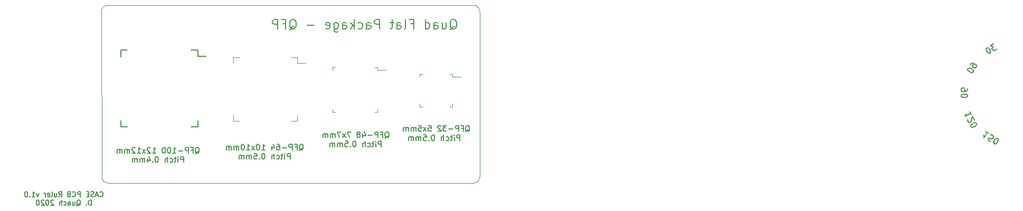
<source format=gbo>
G04 #@! TF.GenerationSoftware,KiCad,Pcbnew,(5.1.5)-3*
G04 #@! TF.CreationDate,2020-07-10T10:41:28+02:00*
G04 #@! TF.ProjectId,pcb_ruler,7063625f-7275-46c6-9572-2e6b69636164,rev?*
G04 #@! TF.SameCoordinates,Original*
G04 #@! TF.FileFunction,Legend,Bot*
G04 #@! TF.FilePolarity,Positive*
%FSLAX46Y46*%
G04 Gerber Fmt 4.6, Leading zero omitted, Abs format (unit mm)*
G04 Created by KiCad (PCBNEW (5.1.5)-3) date 2020-07-10 10:41:28*
%MOMM*%
%LPD*%
G04 APERTURE LIST*
%ADD10C,0.120000*%
%ADD11C,0.150000*%
%ADD12C,0.200000*%
%ADD13C,0.250000*%
%ADD14C,0.010000*%
%ADD15C,0.100000*%
%ADD16R,0.302000X1.602000*%
%ADD17R,1.602000X0.302000*%
%ADD18O,7.102000X17.102000*%
%ADD19C,7.602000*%
%ADD20C,5.702000*%
%ADD21C,3.902000*%
%ADD22R,1.753000X1.753000*%
%ADD23C,1.753000*%
G04 APERTURE END LIST*
D10*
X174000000Y-105900000D02*
X174000000Y-132500000D01*
X114300000Y-104900000D02*
X173000000Y-104900000D01*
X113400000Y-132500000D02*
X113300000Y-105900000D01*
X173000000Y-133500000D02*
X114400000Y-133500000D01*
D11*
X128357142Y-128742857D02*
X128442857Y-128700000D01*
X128528571Y-128614285D01*
X128657142Y-128485714D01*
X128742857Y-128442857D01*
X128828571Y-128442857D01*
X128785714Y-128657142D02*
X128871428Y-128614285D01*
X128957142Y-128528571D01*
X129000000Y-128357142D01*
X129000000Y-128057142D01*
X128957142Y-127885714D01*
X128871428Y-127800000D01*
X128785714Y-127757142D01*
X128614285Y-127757142D01*
X128528571Y-127800000D01*
X128442857Y-127885714D01*
X128400000Y-128057142D01*
X128400000Y-128357142D01*
X128442857Y-128528571D01*
X128528571Y-128614285D01*
X128614285Y-128657142D01*
X128785714Y-128657142D01*
X127714285Y-128185714D02*
X128014285Y-128185714D01*
X128014285Y-128657142D02*
X128014285Y-127757142D01*
X127585714Y-127757142D01*
X127242857Y-128657142D02*
X127242857Y-127757142D01*
X126900000Y-127757142D01*
X126814285Y-127800000D01*
X126771428Y-127842857D01*
X126728571Y-127928571D01*
X126728571Y-128057142D01*
X126771428Y-128142857D01*
X126814285Y-128185714D01*
X126900000Y-128228571D01*
X127242857Y-128228571D01*
X126342857Y-128314285D02*
X125657142Y-128314285D01*
X124757142Y-128657142D02*
X125271428Y-128657142D01*
X125014285Y-128657142D02*
X125014285Y-127757142D01*
X125100000Y-127885714D01*
X125185714Y-127971428D01*
X125271428Y-128014285D01*
X124200000Y-127757142D02*
X124114285Y-127757142D01*
X124028571Y-127800000D01*
X123985714Y-127842857D01*
X123942857Y-127928571D01*
X123900000Y-128100000D01*
X123900000Y-128314285D01*
X123942857Y-128485714D01*
X123985714Y-128571428D01*
X124028571Y-128614285D01*
X124114285Y-128657142D01*
X124200000Y-128657142D01*
X124285714Y-128614285D01*
X124328571Y-128571428D01*
X124371428Y-128485714D01*
X124414285Y-128314285D01*
X124414285Y-128100000D01*
X124371428Y-127928571D01*
X124328571Y-127842857D01*
X124285714Y-127800000D01*
X124200000Y-127757142D01*
X123342857Y-127757142D02*
X123257142Y-127757142D01*
X123171428Y-127800000D01*
X123128571Y-127842857D01*
X123085714Y-127928571D01*
X123042857Y-128100000D01*
X123042857Y-128314285D01*
X123085714Y-128485714D01*
X123128571Y-128571428D01*
X123171428Y-128614285D01*
X123257142Y-128657142D01*
X123342857Y-128657142D01*
X123428571Y-128614285D01*
X123471428Y-128571428D01*
X123514285Y-128485714D01*
X123557142Y-128314285D01*
X123557142Y-128100000D01*
X123514285Y-127928571D01*
X123471428Y-127842857D01*
X123428571Y-127800000D01*
X123342857Y-127757142D01*
X121500000Y-128657142D02*
X122014285Y-128657142D01*
X121757142Y-128657142D02*
X121757142Y-127757142D01*
X121842857Y-127885714D01*
X121928571Y-127971428D01*
X122014285Y-128014285D01*
X121157142Y-127842857D02*
X121114285Y-127800000D01*
X121028571Y-127757142D01*
X120814285Y-127757142D01*
X120728571Y-127800000D01*
X120685714Y-127842857D01*
X120642857Y-127928571D01*
X120642857Y-128014285D01*
X120685714Y-128142857D01*
X121200000Y-128657142D01*
X120642857Y-128657142D01*
X120342857Y-128657142D02*
X119871428Y-128057142D01*
X120342857Y-128057142D02*
X119871428Y-128657142D01*
X119057142Y-128657142D02*
X119571428Y-128657142D01*
X119314285Y-128657142D02*
X119314285Y-127757142D01*
X119400000Y-127885714D01*
X119485714Y-127971428D01*
X119571428Y-128014285D01*
X118714285Y-127842857D02*
X118671428Y-127800000D01*
X118585714Y-127757142D01*
X118371428Y-127757142D01*
X118285714Y-127800000D01*
X118242857Y-127842857D01*
X118200000Y-127928571D01*
X118200000Y-128014285D01*
X118242857Y-128142857D01*
X118757142Y-128657142D01*
X118200000Y-128657142D01*
X117814285Y-128657142D02*
X117814285Y-128057142D01*
X117814285Y-128142857D02*
X117771428Y-128100000D01*
X117685714Y-128057142D01*
X117557142Y-128057142D01*
X117471428Y-128100000D01*
X117428571Y-128185714D01*
X117428571Y-128657142D01*
X117428571Y-128185714D02*
X117385714Y-128100000D01*
X117300000Y-128057142D01*
X117171428Y-128057142D01*
X117085714Y-128100000D01*
X117042857Y-128185714D01*
X117042857Y-128657142D01*
X116614285Y-128657142D02*
X116614285Y-128057142D01*
X116614285Y-128142857D02*
X116571428Y-128100000D01*
X116485714Y-128057142D01*
X116357142Y-128057142D01*
X116271428Y-128100000D01*
X116228571Y-128185714D01*
X116228571Y-128657142D01*
X116228571Y-128185714D02*
X116185714Y-128100000D01*
X116100000Y-128057142D01*
X115971428Y-128057142D01*
X115885714Y-128100000D01*
X115842857Y-128185714D01*
X115842857Y-128657142D01*
X126514285Y-130157142D02*
X126514285Y-129257142D01*
X126171428Y-129257142D01*
X126085714Y-129300000D01*
X126042857Y-129342857D01*
X126000000Y-129428571D01*
X126000000Y-129557142D01*
X126042857Y-129642857D01*
X126085714Y-129685714D01*
X126171428Y-129728571D01*
X126514285Y-129728571D01*
X125614285Y-130157142D02*
X125614285Y-129557142D01*
X125614285Y-129257142D02*
X125657142Y-129300000D01*
X125614285Y-129342857D01*
X125571428Y-129300000D01*
X125614285Y-129257142D01*
X125614285Y-129342857D01*
X125314285Y-129557142D02*
X124971428Y-129557142D01*
X125185714Y-129257142D02*
X125185714Y-130028571D01*
X125142857Y-130114285D01*
X125057142Y-130157142D01*
X124971428Y-130157142D01*
X124285714Y-130114285D02*
X124371428Y-130157142D01*
X124542857Y-130157142D01*
X124628571Y-130114285D01*
X124671428Y-130071428D01*
X124714285Y-129985714D01*
X124714285Y-129728571D01*
X124671428Y-129642857D01*
X124628571Y-129600000D01*
X124542857Y-129557142D01*
X124371428Y-129557142D01*
X124285714Y-129600000D01*
X123900000Y-130157142D02*
X123900000Y-129257142D01*
X123514285Y-130157142D02*
X123514285Y-129685714D01*
X123557142Y-129600000D01*
X123642857Y-129557142D01*
X123771428Y-129557142D01*
X123857142Y-129600000D01*
X123900000Y-129642857D01*
X122228571Y-129257142D02*
X122142857Y-129257142D01*
X122057142Y-129300000D01*
X122014285Y-129342857D01*
X121971428Y-129428571D01*
X121928571Y-129600000D01*
X121928571Y-129814285D01*
X121971428Y-129985714D01*
X122014285Y-130071428D01*
X122057142Y-130114285D01*
X122142857Y-130157142D01*
X122228571Y-130157142D01*
X122314285Y-130114285D01*
X122357142Y-130071428D01*
X122400000Y-129985714D01*
X122442857Y-129814285D01*
X122442857Y-129600000D01*
X122400000Y-129428571D01*
X122357142Y-129342857D01*
X122314285Y-129300000D01*
X122228571Y-129257142D01*
X121542857Y-130071428D02*
X121500000Y-130114285D01*
X121542857Y-130157142D01*
X121585714Y-130114285D01*
X121542857Y-130071428D01*
X121542857Y-130157142D01*
X120728571Y-129557142D02*
X120728571Y-130157142D01*
X120942857Y-129214285D02*
X121157142Y-129857142D01*
X120600000Y-129857142D01*
X120257142Y-130157142D02*
X120257142Y-129557142D01*
X120257142Y-129642857D02*
X120214285Y-129600000D01*
X120128571Y-129557142D01*
X120000000Y-129557142D01*
X119914285Y-129600000D01*
X119871428Y-129685714D01*
X119871428Y-130157142D01*
X119871428Y-129685714D02*
X119828571Y-129600000D01*
X119742857Y-129557142D01*
X119614285Y-129557142D01*
X119528571Y-129600000D01*
X119485714Y-129685714D01*
X119485714Y-130157142D01*
X119057142Y-130157142D02*
X119057142Y-129557142D01*
X119057142Y-129642857D02*
X119014285Y-129600000D01*
X118928571Y-129557142D01*
X118800000Y-129557142D01*
X118714285Y-129600000D01*
X118671428Y-129685714D01*
X118671428Y-130157142D01*
X118671428Y-129685714D02*
X118628571Y-129600000D01*
X118542857Y-129557142D01*
X118414285Y-129557142D01*
X118328571Y-129600000D01*
X118285714Y-129685714D01*
X118285714Y-130157142D01*
X113071428Y-135610714D02*
X113109523Y-135648809D01*
X113223809Y-135686904D01*
X113300000Y-135686904D01*
X113414285Y-135648809D01*
X113490476Y-135572619D01*
X113528571Y-135496428D01*
X113566666Y-135344047D01*
X113566666Y-135229761D01*
X113528571Y-135077380D01*
X113490476Y-135001190D01*
X113414285Y-134925000D01*
X113300000Y-134886904D01*
X113223809Y-134886904D01*
X113109523Y-134925000D01*
X113071428Y-134963095D01*
X112766666Y-135458333D02*
X112385714Y-135458333D01*
X112842857Y-135686904D02*
X112576190Y-134886904D01*
X112309523Y-135686904D01*
X112080952Y-135648809D02*
X111966666Y-135686904D01*
X111776190Y-135686904D01*
X111700000Y-135648809D01*
X111661904Y-135610714D01*
X111623809Y-135534523D01*
X111623809Y-135458333D01*
X111661904Y-135382142D01*
X111700000Y-135344047D01*
X111776190Y-135305952D01*
X111928571Y-135267857D01*
X112004761Y-135229761D01*
X112042857Y-135191666D01*
X112080952Y-135115476D01*
X112080952Y-135039285D01*
X112042857Y-134963095D01*
X112004761Y-134925000D01*
X111928571Y-134886904D01*
X111738095Y-134886904D01*
X111623809Y-134925000D01*
X111280952Y-135267857D02*
X111014285Y-135267857D01*
X110900000Y-135686904D02*
X111280952Y-135686904D01*
X111280952Y-134886904D01*
X110900000Y-134886904D01*
X109947619Y-135686904D02*
X109947619Y-134886904D01*
X109642857Y-134886904D01*
X109566666Y-134925000D01*
X109528571Y-134963095D01*
X109490476Y-135039285D01*
X109490476Y-135153571D01*
X109528571Y-135229761D01*
X109566666Y-135267857D01*
X109642857Y-135305952D01*
X109947619Y-135305952D01*
X108690476Y-135610714D02*
X108728571Y-135648809D01*
X108842857Y-135686904D01*
X108919047Y-135686904D01*
X109033333Y-135648809D01*
X109109523Y-135572619D01*
X109147619Y-135496428D01*
X109185714Y-135344047D01*
X109185714Y-135229761D01*
X109147619Y-135077380D01*
X109109523Y-135001190D01*
X109033333Y-134925000D01*
X108919047Y-134886904D01*
X108842857Y-134886904D01*
X108728571Y-134925000D01*
X108690476Y-134963095D01*
X108080952Y-135267857D02*
X107966666Y-135305952D01*
X107928571Y-135344047D01*
X107890476Y-135420238D01*
X107890476Y-135534523D01*
X107928571Y-135610714D01*
X107966666Y-135648809D01*
X108042857Y-135686904D01*
X108347619Y-135686904D01*
X108347619Y-134886904D01*
X108080952Y-134886904D01*
X108004761Y-134925000D01*
X107966666Y-134963095D01*
X107928571Y-135039285D01*
X107928571Y-135115476D01*
X107966666Y-135191666D01*
X108004761Y-135229761D01*
X108080952Y-135267857D01*
X108347619Y-135267857D01*
X106480952Y-135686904D02*
X106747619Y-135305952D01*
X106938095Y-135686904D02*
X106938095Y-134886904D01*
X106633333Y-134886904D01*
X106557142Y-134925000D01*
X106519047Y-134963095D01*
X106480952Y-135039285D01*
X106480952Y-135153571D01*
X106519047Y-135229761D01*
X106557142Y-135267857D01*
X106633333Y-135305952D01*
X106938095Y-135305952D01*
X105795238Y-135153571D02*
X105795238Y-135686904D01*
X106138095Y-135153571D02*
X106138095Y-135572619D01*
X106100000Y-135648809D01*
X106023809Y-135686904D01*
X105909523Y-135686904D01*
X105833333Y-135648809D01*
X105795238Y-135610714D01*
X105300000Y-135686904D02*
X105376190Y-135648809D01*
X105414285Y-135572619D01*
X105414285Y-134886904D01*
X104690476Y-135648809D02*
X104766666Y-135686904D01*
X104919047Y-135686904D01*
X104995238Y-135648809D01*
X105033333Y-135572619D01*
X105033333Y-135267857D01*
X104995238Y-135191666D01*
X104919047Y-135153571D01*
X104766666Y-135153571D01*
X104690476Y-135191666D01*
X104652380Y-135267857D01*
X104652380Y-135344047D01*
X105033333Y-135420238D01*
X104309523Y-135686904D02*
X104309523Y-135153571D01*
X104309523Y-135305952D02*
X104271428Y-135229761D01*
X104233333Y-135191666D01*
X104157142Y-135153571D01*
X104080952Y-135153571D01*
X103280952Y-135153571D02*
X103090476Y-135686904D01*
X102900000Y-135153571D01*
X102176190Y-135686904D02*
X102633333Y-135686904D01*
X102404761Y-135686904D02*
X102404761Y-134886904D01*
X102480952Y-135001190D01*
X102557142Y-135077380D01*
X102633333Y-135115476D01*
X101833333Y-135610714D02*
X101795238Y-135648809D01*
X101833333Y-135686904D01*
X101871428Y-135648809D01*
X101833333Y-135610714D01*
X101833333Y-135686904D01*
X101300000Y-134886904D02*
X101223809Y-134886904D01*
X101147619Y-134925000D01*
X101109523Y-134963095D01*
X101071428Y-135039285D01*
X101033333Y-135191666D01*
X101033333Y-135382142D01*
X101071428Y-135534523D01*
X101109523Y-135610714D01*
X101147619Y-135648809D01*
X101223809Y-135686904D01*
X101300000Y-135686904D01*
X101376190Y-135648809D01*
X101414285Y-135610714D01*
X101452380Y-135534523D01*
X101490476Y-135382142D01*
X101490476Y-135191666D01*
X101452380Y-135039285D01*
X101414285Y-134963095D01*
X101376190Y-134925000D01*
X101300000Y-134886904D01*
X111680952Y-137036904D02*
X111680952Y-136236904D01*
X111490476Y-136236904D01*
X111376190Y-136275000D01*
X111300000Y-136351190D01*
X111261904Y-136427380D01*
X111223809Y-136579761D01*
X111223809Y-136694047D01*
X111261904Y-136846428D01*
X111300000Y-136922619D01*
X111376190Y-136998809D01*
X111490476Y-137036904D01*
X111680952Y-137036904D01*
X110880952Y-136960714D02*
X110842857Y-136998809D01*
X110880952Y-137036904D01*
X110919047Y-136998809D01*
X110880952Y-136960714D01*
X110880952Y-137036904D01*
X109357142Y-137113095D02*
X109433333Y-137075000D01*
X109509523Y-136998809D01*
X109623809Y-136884523D01*
X109700000Y-136846428D01*
X109776190Y-136846428D01*
X109738095Y-137036904D02*
X109814285Y-136998809D01*
X109890476Y-136922619D01*
X109928571Y-136770238D01*
X109928571Y-136503571D01*
X109890476Y-136351190D01*
X109814285Y-136275000D01*
X109738095Y-136236904D01*
X109585714Y-136236904D01*
X109509523Y-136275000D01*
X109433333Y-136351190D01*
X109395238Y-136503571D01*
X109395238Y-136770238D01*
X109433333Y-136922619D01*
X109509523Y-136998809D01*
X109585714Y-137036904D01*
X109738095Y-137036904D01*
X108709523Y-136503571D02*
X108709523Y-137036904D01*
X109052380Y-136503571D02*
X109052380Y-136922619D01*
X109014285Y-136998809D01*
X108938095Y-137036904D01*
X108823809Y-137036904D01*
X108747619Y-136998809D01*
X108709523Y-136960714D01*
X107985714Y-137036904D02*
X107985714Y-136617857D01*
X108023809Y-136541666D01*
X108100000Y-136503571D01*
X108252380Y-136503571D01*
X108328571Y-136541666D01*
X107985714Y-136998809D02*
X108061904Y-137036904D01*
X108252380Y-137036904D01*
X108328571Y-136998809D01*
X108366666Y-136922619D01*
X108366666Y-136846428D01*
X108328571Y-136770238D01*
X108252380Y-136732142D01*
X108061904Y-136732142D01*
X107985714Y-136694047D01*
X107261904Y-136998809D02*
X107338095Y-137036904D01*
X107490476Y-137036904D01*
X107566666Y-136998809D01*
X107604761Y-136960714D01*
X107642857Y-136884523D01*
X107642857Y-136655952D01*
X107604761Y-136579761D01*
X107566666Y-136541666D01*
X107490476Y-136503571D01*
X107338095Y-136503571D01*
X107261904Y-136541666D01*
X106919047Y-137036904D02*
X106919047Y-136236904D01*
X106576190Y-137036904D02*
X106576190Y-136617857D01*
X106614285Y-136541666D01*
X106690476Y-136503571D01*
X106804761Y-136503571D01*
X106880952Y-136541666D01*
X106919047Y-136579761D01*
X105623809Y-136313095D02*
X105585714Y-136275000D01*
X105509523Y-136236904D01*
X105319047Y-136236904D01*
X105242857Y-136275000D01*
X105204761Y-136313095D01*
X105166666Y-136389285D01*
X105166666Y-136465476D01*
X105204761Y-136579761D01*
X105661904Y-137036904D01*
X105166666Y-137036904D01*
X104671428Y-136236904D02*
X104595238Y-136236904D01*
X104519047Y-136275000D01*
X104480952Y-136313095D01*
X104442857Y-136389285D01*
X104404761Y-136541666D01*
X104404761Y-136732142D01*
X104442857Y-136884523D01*
X104480952Y-136960714D01*
X104519047Y-136998809D01*
X104595238Y-137036904D01*
X104671428Y-137036904D01*
X104747619Y-136998809D01*
X104785714Y-136960714D01*
X104823809Y-136884523D01*
X104861904Y-136732142D01*
X104861904Y-136541666D01*
X104823809Y-136389285D01*
X104785714Y-136313095D01*
X104747619Y-136275000D01*
X104671428Y-136236904D01*
X104100000Y-136313095D02*
X104061904Y-136275000D01*
X103985714Y-136236904D01*
X103795238Y-136236904D01*
X103719047Y-136275000D01*
X103680952Y-136313095D01*
X103642857Y-136389285D01*
X103642857Y-136465476D01*
X103680952Y-136579761D01*
X104138095Y-137036904D01*
X103642857Y-137036904D01*
X103147619Y-136236904D02*
X103071428Y-136236904D01*
X102995238Y-136275000D01*
X102957142Y-136313095D01*
X102919047Y-136389285D01*
X102880952Y-136541666D01*
X102880952Y-136732142D01*
X102919047Y-136884523D01*
X102957142Y-136960714D01*
X102995238Y-136998809D01*
X103071428Y-137036904D01*
X103147619Y-137036904D01*
X103223809Y-136998809D01*
X103261904Y-136960714D01*
X103300000Y-136884523D01*
X103338095Y-136732142D01*
X103338095Y-136541666D01*
X103300000Y-136389285D01*
X103261904Y-136313095D01*
X103223809Y-136275000D01*
X103147619Y-136236904D01*
D10*
X113300000Y-105900000D02*
G75*
G02X114300000Y-104900000I1000000J0D01*
G01*
X114400000Y-133500000D02*
G75*
G02X113400000Y-132500000I0J1000000D01*
G01*
X174000000Y-132500000D02*
G75*
G02X173000000Y-133500000I-1000000J0D01*
G01*
X173000000Y-104900000D02*
G75*
G02X174000000Y-105900000I0J-1000000D01*
G01*
D12*
X169178571Y-108821428D02*
X169321428Y-108750000D01*
X169464285Y-108607142D01*
X169678571Y-108392857D01*
X169821428Y-108321428D01*
X169964285Y-108321428D01*
X169892857Y-108678571D02*
X170035714Y-108607142D01*
X170178571Y-108464285D01*
X170250000Y-108178571D01*
X170250000Y-107678571D01*
X170178571Y-107392857D01*
X170035714Y-107250000D01*
X169892857Y-107178571D01*
X169607142Y-107178571D01*
X169464285Y-107250000D01*
X169321428Y-107392857D01*
X169250000Y-107678571D01*
X169250000Y-108178571D01*
X169321428Y-108464285D01*
X169464285Y-108607142D01*
X169607142Y-108678571D01*
X169892857Y-108678571D01*
X167964285Y-107678571D02*
X167964285Y-108678571D01*
X168607142Y-107678571D02*
X168607142Y-108464285D01*
X168535714Y-108607142D01*
X168392857Y-108678571D01*
X168178571Y-108678571D01*
X168035714Y-108607142D01*
X167964285Y-108535714D01*
X166607142Y-108678571D02*
X166607142Y-107892857D01*
X166678571Y-107750000D01*
X166821428Y-107678571D01*
X167107142Y-107678571D01*
X167250000Y-107750000D01*
X166607142Y-108607142D02*
X166750000Y-108678571D01*
X167107142Y-108678571D01*
X167250000Y-108607142D01*
X167321428Y-108464285D01*
X167321428Y-108321428D01*
X167250000Y-108178571D01*
X167107142Y-108107142D01*
X166750000Y-108107142D01*
X166607142Y-108035714D01*
X165250000Y-108678571D02*
X165250000Y-107178571D01*
X165250000Y-108607142D02*
X165392857Y-108678571D01*
X165678571Y-108678571D01*
X165821428Y-108607142D01*
X165892857Y-108535714D01*
X165964285Y-108392857D01*
X165964285Y-107964285D01*
X165892857Y-107821428D01*
X165821428Y-107750000D01*
X165678571Y-107678571D01*
X165392857Y-107678571D01*
X165250000Y-107750000D01*
X162892857Y-107892857D02*
X163392857Y-107892857D01*
X163392857Y-108678571D02*
X163392857Y-107178571D01*
X162678571Y-107178571D01*
X161892857Y-108678571D02*
X162035714Y-108607142D01*
X162107142Y-108464285D01*
X162107142Y-107178571D01*
X160678571Y-108678571D02*
X160678571Y-107892857D01*
X160750000Y-107750000D01*
X160892857Y-107678571D01*
X161178571Y-107678571D01*
X161321428Y-107750000D01*
X160678571Y-108607142D02*
X160821428Y-108678571D01*
X161178571Y-108678571D01*
X161321428Y-108607142D01*
X161392857Y-108464285D01*
X161392857Y-108321428D01*
X161321428Y-108178571D01*
X161178571Y-108107142D01*
X160821428Y-108107142D01*
X160678571Y-108035714D01*
X160178571Y-107678571D02*
X159607142Y-107678571D01*
X159964285Y-107178571D02*
X159964285Y-108464285D01*
X159892857Y-108607142D01*
X159750000Y-108678571D01*
X159607142Y-108678571D01*
X157964285Y-108678571D02*
X157964285Y-107178571D01*
X157392857Y-107178571D01*
X157250000Y-107250000D01*
X157178571Y-107321428D01*
X157107142Y-107464285D01*
X157107142Y-107678571D01*
X157178571Y-107821428D01*
X157250000Y-107892857D01*
X157392857Y-107964285D01*
X157964285Y-107964285D01*
X155821428Y-108678571D02*
X155821428Y-107892857D01*
X155892857Y-107750000D01*
X156035714Y-107678571D01*
X156321428Y-107678571D01*
X156464285Y-107750000D01*
X155821428Y-108607142D02*
X155964285Y-108678571D01*
X156321428Y-108678571D01*
X156464285Y-108607142D01*
X156535714Y-108464285D01*
X156535714Y-108321428D01*
X156464285Y-108178571D01*
X156321428Y-108107142D01*
X155964285Y-108107142D01*
X155821428Y-108035714D01*
X154464285Y-108607142D02*
X154607142Y-108678571D01*
X154892857Y-108678571D01*
X155035714Y-108607142D01*
X155107142Y-108535714D01*
X155178571Y-108392857D01*
X155178571Y-107964285D01*
X155107142Y-107821428D01*
X155035714Y-107750000D01*
X154892857Y-107678571D01*
X154607142Y-107678571D01*
X154464285Y-107750000D01*
X153821428Y-108678571D02*
X153821428Y-107178571D01*
X153678571Y-108107142D02*
X153250000Y-108678571D01*
X153250000Y-107678571D02*
X153821428Y-108250000D01*
X151964285Y-108678571D02*
X151964285Y-107892857D01*
X152035714Y-107750000D01*
X152178571Y-107678571D01*
X152464285Y-107678571D01*
X152607142Y-107750000D01*
X151964285Y-108607142D02*
X152107142Y-108678571D01*
X152464285Y-108678571D01*
X152607142Y-108607142D01*
X152678571Y-108464285D01*
X152678571Y-108321428D01*
X152607142Y-108178571D01*
X152464285Y-108107142D01*
X152107142Y-108107142D01*
X151964285Y-108035714D01*
X150607142Y-107678571D02*
X150607142Y-108892857D01*
X150678571Y-109035714D01*
X150750000Y-109107142D01*
X150892857Y-109178571D01*
X151107142Y-109178571D01*
X151250000Y-109107142D01*
X150607142Y-108607142D02*
X150750000Y-108678571D01*
X151035714Y-108678571D01*
X151178571Y-108607142D01*
X151250000Y-108535714D01*
X151321428Y-108392857D01*
X151321428Y-107964285D01*
X151250000Y-107821428D01*
X151178571Y-107750000D01*
X151035714Y-107678571D01*
X150750000Y-107678571D01*
X150607142Y-107750000D01*
X149321428Y-108607142D02*
X149464285Y-108678571D01*
X149750000Y-108678571D01*
X149892857Y-108607142D01*
X149964285Y-108464285D01*
X149964285Y-107892857D01*
X149892857Y-107750000D01*
X149750000Y-107678571D01*
X149464285Y-107678571D01*
X149321428Y-107750000D01*
X149250000Y-107892857D01*
X149250000Y-108035714D01*
X149964285Y-108178571D01*
X147464285Y-108107142D02*
X146321428Y-108107142D01*
X143464285Y-108821428D02*
X143607142Y-108750000D01*
X143750000Y-108607142D01*
X143964285Y-108392857D01*
X144107142Y-108321428D01*
X144250000Y-108321428D01*
X144178571Y-108678571D02*
X144321428Y-108607142D01*
X144464285Y-108464285D01*
X144535714Y-108178571D01*
X144535714Y-107678571D01*
X144464285Y-107392857D01*
X144321428Y-107250000D01*
X144178571Y-107178571D01*
X143892857Y-107178571D01*
X143750000Y-107250000D01*
X143607142Y-107392857D01*
X143535714Y-107678571D01*
X143535714Y-108178571D01*
X143607142Y-108464285D01*
X143750000Y-108607142D01*
X143892857Y-108678571D01*
X144178571Y-108678571D01*
X142392857Y-107892857D02*
X142892857Y-107892857D01*
X142892857Y-108678571D02*
X142892857Y-107178571D01*
X142178571Y-107178571D01*
X141607142Y-108678571D02*
X141607142Y-107178571D01*
X141035714Y-107178571D01*
X140892857Y-107250000D01*
X140821428Y-107321428D01*
X140750000Y-107464285D01*
X140750000Y-107678571D01*
X140821428Y-107821428D01*
X140892857Y-107892857D01*
X141035714Y-107964285D01*
X141607142Y-107964285D01*
D11*
X145028571Y-128242857D02*
X145114285Y-128200000D01*
X145200000Y-128114285D01*
X145328571Y-127985714D01*
X145414285Y-127942857D01*
X145500000Y-127942857D01*
X145457142Y-128157142D02*
X145542857Y-128114285D01*
X145628571Y-128028571D01*
X145671428Y-127857142D01*
X145671428Y-127557142D01*
X145628571Y-127385714D01*
X145542857Y-127300000D01*
X145457142Y-127257142D01*
X145285714Y-127257142D01*
X145200000Y-127300000D01*
X145114285Y-127385714D01*
X145071428Y-127557142D01*
X145071428Y-127857142D01*
X145114285Y-128028571D01*
X145200000Y-128114285D01*
X145285714Y-128157142D01*
X145457142Y-128157142D01*
X144385714Y-127685714D02*
X144685714Y-127685714D01*
X144685714Y-128157142D02*
X144685714Y-127257142D01*
X144257142Y-127257142D01*
X143914285Y-128157142D02*
X143914285Y-127257142D01*
X143571428Y-127257142D01*
X143485714Y-127300000D01*
X143442857Y-127342857D01*
X143400000Y-127428571D01*
X143400000Y-127557142D01*
X143442857Y-127642857D01*
X143485714Y-127685714D01*
X143571428Y-127728571D01*
X143914285Y-127728571D01*
X143014285Y-127814285D02*
X142328571Y-127814285D01*
X141514285Y-127257142D02*
X141685714Y-127257142D01*
X141771428Y-127300000D01*
X141814285Y-127342857D01*
X141900000Y-127471428D01*
X141942857Y-127642857D01*
X141942857Y-127985714D01*
X141900000Y-128071428D01*
X141857142Y-128114285D01*
X141771428Y-128157142D01*
X141600000Y-128157142D01*
X141514285Y-128114285D01*
X141471428Y-128071428D01*
X141428571Y-127985714D01*
X141428571Y-127771428D01*
X141471428Y-127685714D01*
X141514285Y-127642857D01*
X141600000Y-127600000D01*
X141771428Y-127600000D01*
X141857142Y-127642857D01*
X141900000Y-127685714D01*
X141942857Y-127771428D01*
X140657142Y-127557142D02*
X140657142Y-128157142D01*
X140871428Y-127214285D02*
X141085714Y-127857142D01*
X140528571Y-127857142D01*
X139028571Y-128157142D02*
X139542857Y-128157142D01*
X139285714Y-128157142D02*
X139285714Y-127257142D01*
X139371428Y-127385714D01*
X139457142Y-127471428D01*
X139542857Y-127514285D01*
X138471428Y-127257142D02*
X138385714Y-127257142D01*
X138300000Y-127300000D01*
X138257142Y-127342857D01*
X138214285Y-127428571D01*
X138171428Y-127600000D01*
X138171428Y-127814285D01*
X138214285Y-127985714D01*
X138257142Y-128071428D01*
X138300000Y-128114285D01*
X138385714Y-128157142D01*
X138471428Y-128157142D01*
X138557142Y-128114285D01*
X138600000Y-128071428D01*
X138642857Y-127985714D01*
X138685714Y-127814285D01*
X138685714Y-127600000D01*
X138642857Y-127428571D01*
X138600000Y-127342857D01*
X138557142Y-127300000D01*
X138471428Y-127257142D01*
X137871428Y-128157142D02*
X137400000Y-127557142D01*
X137871428Y-127557142D02*
X137400000Y-128157142D01*
X136585714Y-128157142D02*
X137100000Y-128157142D01*
X136842857Y-128157142D02*
X136842857Y-127257142D01*
X136928571Y-127385714D01*
X137014285Y-127471428D01*
X137100000Y-127514285D01*
X136028571Y-127257142D02*
X135942857Y-127257142D01*
X135857142Y-127300000D01*
X135814285Y-127342857D01*
X135771428Y-127428571D01*
X135728571Y-127600000D01*
X135728571Y-127814285D01*
X135771428Y-127985714D01*
X135814285Y-128071428D01*
X135857142Y-128114285D01*
X135942857Y-128157142D01*
X136028571Y-128157142D01*
X136114285Y-128114285D01*
X136157142Y-128071428D01*
X136200000Y-127985714D01*
X136242857Y-127814285D01*
X136242857Y-127600000D01*
X136200000Y-127428571D01*
X136157142Y-127342857D01*
X136114285Y-127300000D01*
X136028571Y-127257142D01*
X135342857Y-128157142D02*
X135342857Y-127557142D01*
X135342857Y-127642857D02*
X135300000Y-127600000D01*
X135214285Y-127557142D01*
X135085714Y-127557142D01*
X135000000Y-127600000D01*
X134957142Y-127685714D01*
X134957142Y-128157142D01*
X134957142Y-127685714D02*
X134914285Y-127600000D01*
X134828571Y-127557142D01*
X134700000Y-127557142D01*
X134614285Y-127600000D01*
X134571428Y-127685714D01*
X134571428Y-128157142D01*
X134142857Y-128157142D02*
X134142857Y-127557142D01*
X134142857Y-127642857D02*
X134100000Y-127600000D01*
X134014285Y-127557142D01*
X133885714Y-127557142D01*
X133800000Y-127600000D01*
X133757142Y-127685714D01*
X133757142Y-128157142D01*
X133757142Y-127685714D02*
X133714285Y-127600000D01*
X133628571Y-127557142D01*
X133500000Y-127557142D01*
X133414285Y-127600000D01*
X133371428Y-127685714D01*
X133371428Y-128157142D01*
X143614285Y-129657142D02*
X143614285Y-128757142D01*
X143271428Y-128757142D01*
X143185714Y-128800000D01*
X143142857Y-128842857D01*
X143100000Y-128928571D01*
X143100000Y-129057142D01*
X143142857Y-129142857D01*
X143185714Y-129185714D01*
X143271428Y-129228571D01*
X143614285Y-129228571D01*
X142714285Y-129657142D02*
X142714285Y-129057142D01*
X142714285Y-128757142D02*
X142757142Y-128800000D01*
X142714285Y-128842857D01*
X142671428Y-128800000D01*
X142714285Y-128757142D01*
X142714285Y-128842857D01*
X142414285Y-129057142D02*
X142071428Y-129057142D01*
X142285714Y-128757142D02*
X142285714Y-129528571D01*
X142242857Y-129614285D01*
X142157142Y-129657142D01*
X142071428Y-129657142D01*
X141385714Y-129614285D02*
X141471428Y-129657142D01*
X141642857Y-129657142D01*
X141728571Y-129614285D01*
X141771428Y-129571428D01*
X141814285Y-129485714D01*
X141814285Y-129228571D01*
X141771428Y-129142857D01*
X141728571Y-129100000D01*
X141642857Y-129057142D01*
X141471428Y-129057142D01*
X141385714Y-129100000D01*
X141000000Y-129657142D02*
X141000000Y-128757142D01*
X140614285Y-129657142D02*
X140614285Y-129185714D01*
X140657142Y-129100000D01*
X140742857Y-129057142D01*
X140871428Y-129057142D01*
X140957142Y-129100000D01*
X141000000Y-129142857D01*
X139328571Y-128757142D02*
X139242857Y-128757142D01*
X139157142Y-128800000D01*
X139114285Y-128842857D01*
X139071428Y-128928571D01*
X139028571Y-129100000D01*
X139028571Y-129314285D01*
X139071428Y-129485714D01*
X139114285Y-129571428D01*
X139157142Y-129614285D01*
X139242857Y-129657142D01*
X139328571Y-129657142D01*
X139414285Y-129614285D01*
X139457142Y-129571428D01*
X139500000Y-129485714D01*
X139542857Y-129314285D01*
X139542857Y-129100000D01*
X139500000Y-128928571D01*
X139457142Y-128842857D01*
X139414285Y-128800000D01*
X139328571Y-128757142D01*
X138642857Y-129571428D02*
X138600000Y-129614285D01*
X138642857Y-129657142D01*
X138685714Y-129614285D01*
X138642857Y-129571428D01*
X138642857Y-129657142D01*
X137785714Y-128757142D02*
X138214285Y-128757142D01*
X138257142Y-129185714D01*
X138214285Y-129142857D01*
X138128571Y-129100000D01*
X137914285Y-129100000D01*
X137828571Y-129142857D01*
X137785714Y-129185714D01*
X137742857Y-129271428D01*
X137742857Y-129485714D01*
X137785714Y-129571428D01*
X137828571Y-129614285D01*
X137914285Y-129657142D01*
X138128571Y-129657142D01*
X138214285Y-129614285D01*
X138257142Y-129571428D01*
X137357142Y-129657142D02*
X137357142Y-129057142D01*
X137357142Y-129142857D02*
X137314285Y-129100000D01*
X137228571Y-129057142D01*
X137100000Y-129057142D01*
X137014285Y-129100000D01*
X136971428Y-129185714D01*
X136971428Y-129657142D01*
X136971428Y-129185714D02*
X136928571Y-129100000D01*
X136842857Y-129057142D01*
X136714285Y-129057142D01*
X136628571Y-129100000D01*
X136585714Y-129185714D01*
X136585714Y-129657142D01*
X136157142Y-129657142D02*
X136157142Y-129057142D01*
X136157142Y-129142857D02*
X136114285Y-129100000D01*
X136028571Y-129057142D01*
X135900000Y-129057142D01*
X135814285Y-129100000D01*
X135771428Y-129185714D01*
X135771428Y-129657142D01*
X135771428Y-129185714D02*
X135728571Y-129100000D01*
X135642857Y-129057142D01*
X135514285Y-129057142D01*
X135428571Y-129100000D01*
X135385714Y-129185714D01*
X135385714Y-129657142D01*
X158771428Y-126242857D02*
X158857142Y-126200000D01*
X158942857Y-126114285D01*
X159071428Y-125985714D01*
X159157142Y-125942857D01*
X159242857Y-125942857D01*
X159200000Y-126157142D02*
X159285714Y-126114285D01*
X159371428Y-126028571D01*
X159414285Y-125857142D01*
X159414285Y-125557142D01*
X159371428Y-125385714D01*
X159285714Y-125300000D01*
X159200000Y-125257142D01*
X159028571Y-125257142D01*
X158942857Y-125300000D01*
X158857142Y-125385714D01*
X158814285Y-125557142D01*
X158814285Y-125857142D01*
X158857142Y-126028571D01*
X158942857Y-126114285D01*
X159028571Y-126157142D01*
X159200000Y-126157142D01*
X158128571Y-125685714D02*
X158428571Y-125685714D01*
X158428571Y-126157142D02*
X158428571Y-125257142D01*
X158000000Y-125257142D01*
X157657142Y-126157142D02*
X157657142Y-125257142D01*
X157314285Y-125257142D01*
X157228571Y-125300000D01*
X157185714Y-125342857D01*
X157142857Y-125428571D01*
X157142857Y-125557142D01*
X157185714Y-125642857D01*
X157228571Y-125685714D01*
X157314285Y-125728571D01*
X157657142Y-125728571D01*
X156757142Y-125814285D02*
X156071428Y-125814285D01*
X155257142Y-125557142D02*
X155257142Y-126157142D01*
X155471428Y-125214285D02*
X155685714Y-125857142D01*
X155128571Y-125857142D01*
X154657142Y-125642857D02*
X154742857Y-125600000D01*
X154785714Y-125557142D01*
X154828571Y-125471428D01*
X154828571Y-125428571D01*
X154785714Y-125342857D01*
X154742857Y-125300000D01*
X154657142Y-125257142D01*
X154485714Y-125257142D01*
X154400000Y-125300000D01*
X154357142Y-125342857D01*
X154314285Y-125428571D01*
X154314285Y-125471428D01*
X154357142Y-125557142D01*
X154400000Y-125600000D01*
X154485714Y-125642857D01*
X154657142Y-125642857D01*
X154742857Y-125685714D01*
X154785714Y-125728571D01*
X154828571Y-125814285D01*
X154828571Y-125985714D01*
X154785714Y-126071428D01*
X154742857Y-126114285D01*
X154657142Y-126157142D01*
X154485714Y-126157142D01*
X154400000Y-126114285D01*
X154357142Y-126071428D01*
X154314285Y-125985714D01*
X154314285Y-125814285D01*
X154357142Y-125728571D01*
X154400000Y-125685714D01*
X154485714Y-125642857D01*
X153328571Y-125257142D02*
X152728571Y-125257142D01*
X153114285Y-126157142D01*
X152471428Y-126157142D02*
X152000000Y-125557142D01*
X152471428Y-125557142D02*
X152000000Y-126157142D01*
X151742857Y-125257142D02*
X151142857Y-125257142D01*
X151528571Y-126157142D01*
X150800000Y-126157142D02*
X150800000Y-125557142D01*
X150800000Y-125642857D02*
X150757142Y-125600000D01*
X150671428Y-125557142D01*
X150542857Y-125557142D01*
X150457142Y-125600000D01*
X150414285Y-125685714D01*
X150414285Y-126157142D01*
X150414285Y-125685714D02*
X150371428Y-125600000D01*
X150285714Y-125557142D01*
X150157142Y-125557142D01*
X150071428Y-125600000D01*
X150028571Y-125685714D01*
X150028571Y-126157142D01*
X149600000Y-126157142D02*
X149600000Y-125557142D01*
X149600000Y-125642857D02*
X149557142Y-125600000D01*
X149471428Y-125557142D01*
X149342857Y-125557142D01*
X149257142Y-125600000D01*
X149214285Y-125685714D01*
X149214285Y-126157142D01*
X149214285Y-125685714D02*
X149171428Y-125600000D01*
X149085714Y-125557142D01*
X148957142Y-125557142D01*
X148871428Y-125600000D01*
X148828571Y-125685714D01*
X148828571Y-126157142D01*
X158214285Y-127657142D02*
X158214285Y-126757142D01*
X157871428Y-126757142D01*
X157785714Y-126800000D01*
X157742857Y-126842857D01*
X157700000Y-126928571D01*
X157700000Y-127057142D01*
X157742857Y-127142857D01*
X157785714Y-127185714D01*
X157871428Y-127228571D01*
X158214285Y-127228571D01*
X157314285Y-127657142D02*
X157314285Y-127057142D01*
X157314285Y-126757142D02*
X157357142Y-126800000D01*
X157314285Y-126842857D01*
X157271428Y-126800000D01*
X157314285Y-126757142D01*
X157314285Y-126842857D01*
X157014285Y-127057142D02*
X156671428Y-127057142D01*
X156885714Y-126757142D02*
X156885714Y-127528571D01*
X156842857Y-127614285D01*
X156757142Y-127657142D01*
X156671428Y-127657142D01*
X155985714Y-127614285D02*
X156071428Y-127657142D01*
X156242857Y-127657142D01*
X156328571Y-127614285D01*
X156371428Y-127571428D01*
X156414285Y-127485714D01*
X156414285Y-127228571D01*
X156371428Y-127142857D01*
X156328571Y-127100000D01*
X156242857Y-127057142D01*
X156071428Y-127057142D01*
X155985714Y-127100000D01*
X155600000Y-127657142D02*
X155600000Y-126757142D01*
X155214285Y-127657142D02*
X155214285Y-127185714D01*
X155257142Y-127100000D01*
X155342857Y-127057142D01*
X155471428Y-127057142D01*
X155557142Y-127100000D01*
X155600000Y-127142857D01*
X153928571Y-126757142D02*
X153842857Y-126757142D01*
X153757142Y-126800000D01*
X153714285Y-126842857D01*
X153671428Y-126928571D01*
X153628571Y-127100000D01*
X153628571Y-127314285D01*
X153671428Y-127485714D01*
X153714285Y-127571428D01*
X153757142Y-127614285D01*
X153842857Y-127657142D01*
X153928571Y-127657142D01*
X154014285Y-127614285D01*
X154057142Y-127571428D01*
X154100000Y-127485714D01*
X154142857Y-127314285D01*
X154142857Y-127100000D01*
X154100000Y-126928571D01*
X154057142Y-126842857D01*
X154014285Y-126800000D01*
X153928571Y-126757142D01*
X153242857Y-127571428D02*
X153200000Y-127614285D01*
X153242857Y-127657142D01*
X153285714Y-127614285D01*
X153242857Y-127571428D01*
X153242857Y-127657142D01*
X152385714Y-126757142D02*
X152814285Y-126757142D01*
X152857142Y-127185714D01*
X152814285Y-127142857D01*
X152728571Y-127100000D01*
X152514285Y-127100000D01*
X152428571Y-127142857D01*
X152385714Y-127185714D01*
X152342857Y-127271428D01*
X152342857Y-127485714D01*
X152385714Y-127571428D01*
X152428571Y-127614285D01*
X152514285Y-127657142D01*
X152728571Y-127657142D01*
X152814285Y-127614285D01*
X152857142Y-127571428D01*
X151957142Y-127657142D02*
X151957142Y-127057142D01*
X151957142Y-127142857D02*
X151914285Y-127100000D01*
X151828571Y-127057142D01*
X151700000Y-127057142D01*
X151614285Y-127100000D01*
X151571428Y-127185714D01*
X151571428Y-127657142D01*
X151571428Y-127185714D02*
X151528571Y-127100000D01*
X151442857Y-127057142D01*
X151314285Y-127057142D01*
X151228571Y-127100000D01*
X151185714Y-127185714D01*
X151185714Y-127657142D01*
X150757142Y-127657142D02*
X150757142Y-127057142D01*
X150757142Y-127142857D02*
X150714285Y-127100000D01*
X150628571Y-127057142D01*
X150500000Y-127057142D01*
X150414285Y-127100000D01*
X150371428Y-127185714D01*
X150371428Y-127657142D01*
X150371428Y-127185714D02*
X150328571Y-127100000D01*
X150242857Y-127057142D01*
X150114285Y-127057142D01*
X150028571Y-127100000D01*
X149985714Y-127185714D01*
X149985714Y-127657142D01*
X171714285Y-125242857D02*
X171800000Y-125200000D01*
X171885714Y-125114285D01*
X172014285Y-124985714D01*
X172100000Y-124942857D01*
X172185714Y-124942857D01*
X172142857Y-125157142D02*
X172228571Y-125114285D01*
X172314285Y-125028571D01*
X172357142Y-124857142D01*
X172357142Y-124557142D01*
X172314285Y-124385714D01*
X172228571Y-124300000D01*
X172142857Y-124257142D01*
X171971428Y-124257142D01*
X171885714Y-124300000D01*
X171800000Y-124385714D01*
X171757142Y-124557142D01*
X171757142Y-124857142D01*
X171800000Y-125028571D01*
X171885714Y-125114285D01*
X171971428Y-125157142D01*
X172142857Y-125157142D01*
X171071428Y-124685714D02*
X171371428Y-124685714D01*
X171371428Y-125157142D02*
X171371428Y-124257142D01*
X170942857Y-124257142D01*
X170600000Y-125157142D02*
X170600000Y-124257142D01*
X170257142Y-124257142D01*
X170171428Y-124300000D01*
X170128571Y-124342857D01*
X170085714Y-124428571D01*
X170085714Y-124557142D01*
X170128571Y-124642857D01*
X170171428Y-124685714D01*
X170257142Y-124728571D01*
X170600000Y-124728571D01*
X169700000Y-124814285D02*
X169014285Y-124814285D01*
X168671428Y-124257142D02*
X168114285Y-124257142D01*
X168414285Y-124600000D01*
X168285714Y-124600000D01*
X168200000Y-124642857D01*
X168157142Y-124685714D01*
X168114285Y-124771428D01*
X168114285Y-124985714D01*
X168157142Y-125071428D01*
X168200000Y-125114285D01*
X168285714Y-125157142D01*
X168542857Y-125157142D01*
X168628571Y-125114285D01*
X168671428Y-125071428D01*
X167771428Y-124342857D02*
X167728571Y-124300000D01*
X167642857Y-124257142D01*
X167428571Y-124257142D01*
X167342857Y-124300000D01*
X167300000Y-124342857D01*
X167257142Y-124428571D01*
X167257142Y-124514285D01*
X167300000Y-124642857D01*
X167814285Y-125157142D01*
X167257142Y-125157142D01*
X165757142Y-124257142D02*
X166185714Y-124257142D01*
X166228571Y-124685714D01*
X166185714Y-124642857D01*
X166100000Y-124600000D01*
X165885714Y-124600000D01*
X165800000Y-124642857D01*
X165757142Y-124685714D01*
X165714285Y-124771428D01*
X165714285Y-124985714D01*
X165757142Y-125071428D01*
X165800000Y-125114285D01*
X165885714Y-125157142D01*
X166100000Y-125157142D01*
X166185714Y-125114285D01*
X166228571Y-125071428D01*
X165414285Y-125157142D02*
X164942857Y-124557142D01*
X165414285Y-124557142D02*
X164942857Y-125157142D01*
X164171428Y-124257142D02*
X164600000Y-124257142D01*
X164642857Y-124685714D01*
X164600000Y-124642857D01*
X164514285Y-124600000D01*
X164300000Y-124600000D01*
X164214285Y-124642857D01*
X164171428Y-124685714D01*
X164128571Y-124771428D01*
X164128571Y-124985714D01*
X164171428Y-125071428D01*
X164214285Y-125114285D01*
X164300000Y-125157142D01*
X164514285Y-125157142D01*
X164600000Y-125114285D01*
X164642857Y-125071428D01*
X163742857Y-125157142D02*
X163742857Y-124557142D01*
X163742857Y-124642857D02*
X163700000Y-124600000D01*
X163614285Y-124557142D01*
X163485714Y-124557142D01*
X163400000Y-124600000D01*
X163357142Y-124685714D01*
X163357142Y-125157142D01*
X163357142Y-124685714D02*
X163314285Y-124600000D01*
X163228571Y-124557142D01*
X163100000Y-124557142D01*
X163014285Y-124600000D01*
X162971428Y-124685714D01*
X162971428Y-125157142D01*
X162542857Y-125157142D02*
X162542857Y-124557142D01*
X162542857Y-124642857D02*
X162500000Y-124600000D01*
X162414285Y-124557142D01*
X162285714Y-124557142D01*
X162200000Y-124600000D01*
X162157142Y-124685714D01*
X162157142Y-125157142D01*
X162157142Y-124685714D02*
X162114285Y-124600000D01*
X162028571Y-124557142D01*
X161900000Y-124557142D01*
X161814285Y-124600000D01*
X161771428Y-124685714D01*
X161771428Y-125157142D01*
X170814285Y-126657142D02*
X170814285Y-125757142D01*
X170471428Y-125757142D01*
X170385714Y-125800000D01*
X170342857Y-125842857D01*
X170300000Y-125928571D01*
X170300000Y-126057142D01*
X170342857Y-126142857D01*
X170385714Y-126185714D01*
X170471428Y-126228571D01*
X170814285Y-126228571D01*
X169914285Y-126657142D02*
X169914285Y-126057142D01*
X169914285Y-125757142D02*
X169957142Y-125800000D01*
X169914285Y-125842857D01*
X169871428Y-125800000D01*
X169914285Y-125757142D01*
X169914285Y-125842857D01*
X169614285Y-126057142D02*
X169271428Y-126057142D01*
X169485714Y-125757142D02*
X169485714Y-126528571D01*
X169442857Y-126614285D01*
X169357142Y-126657142D01*
X169271428Y-126657142D01*
X168585714Y-126614285D02*
X168671428Y-126657142D01*
X168842857Y-126657142D01*
X168928571Y-126614285D01*
X168971428Y-126571428D01*
X169014285Y-126485714D01*
X169014285Y-126228571D01*
X168971428Y-126142857D01*
X168928571Y-126100000D01*
X168842857Y-126057142D01*
X168671428Y-126057142D01*
X168585714Y-126100000D01*
X168200000Y-126657142D02*
X168200000Y-125757142D01*
X167814285Y-126657142D02*
X167814285Y-126185714D01*
X167857142Y-126100000D01*
X167942857Y-126057142D01*
X168071428Y-126057142D01*
X168157142Y-126100000D01*
X168200000Y-126142857D01*
X166528571Y-125757142D02*
X166442857Y-125757142D01*
X166357142Y-125800000D01*
X166314285Y-125842857D01*
X166271428Y-125928571D01*
X166228571Y-126100000D01*
X166228571Y-126314285D01*
X166271428Y-126485714D01*
X166314285Y-126571428D01*
X166357142Y-126614285D01*
X166442857Y-126657142D01*
X166528571Y-126657142D01*
X166614285Y-126614285D01*
X166657142Y-126571428D01*
X166700000Y-126485714D01*
X166742857Y-126314285D01*
X166742857Y-126100000D01*
X166700000Y-125928571D01*
X166657142Y-125842857D01*
X166614285Y-125800000D01*
X166528571Y-125757142D01*
X165842857Y-126571428D02*
X165800000Y-126614285D01*
X165842857Y-126657142D01*
X165885714Y-126614285D01*
X165842857Y-126571428D01*
X165842857Y-126657142D01*
X164985714Y-125757142D02*
X165414285Y-125757142D01*
X165457142Y-126185714D01*
X165414285Y-126142857D01*
X165328571Y-126100000D01*
X165114285Y-126100000D01*
X165028571Y-126142857D01*
X164985714Y-126185714D01*
X164942857Y-126271428D01*
X164942857Y-126485714D01*
X164985714Y-126571428D01*
X165028571Y-126614285D01*
X165114285Y-126657142D01*
X165328571Y-126657142D01*
X165414285Y-126614285D01*
X165457142Y-126571428D01*
X164557142Y-126657142D02*
X164557142Y-126057142D01*
X164557142Y-126142857D02*
X164514285Y-126100000D01*
X164428571Y-126057142D01*
X164300000Y-126057142D01*
X164214285Y-126100000D01*
X164171428Y-126185714D01*
X164171428Y-126657142D01*
X164171428Y-126185714D02*
X164128571Y-126100000D01*
X164042857Y-126057142D01*
X163914285Y-126057142D01*
X163828571Y-126100000D01*
X163785714Y-126185714D01*
X163785714Y-126657142D01*
X163357142Y-126657142D02*
X163357142Y-126057142D01*
X163357142Y-126142857D02*
X163314285Y-126100000D01*
X163228571Y-126057142D01*
X163100000Y-126057142D01*
X163014285Y-126100000D01*
X162971428Y-126185714D01*
X162971428Y-126657142D01*
X162971428Y-126185714D02*
X162928571Y-126100000D01*
X162842857Y-126057142D01*
X162714285Y-126057142D01*
X162628571Y-126100000D01*
X162585714Y-126185714D01*
X162585714Y-126657142D01*
D10*
X169610000Y-116440000D02*
X170925000Y-116440000D01*
X169610000Y-115990000D02*
X169610000Y-116440000D01*
X169160000Y-115990000D02*
X169610000Y-115990000D01*
X164390000Y-115990000D02*
X164390000Y-116440000D01*
X164840000Y-115990000D02*
X164390000Y-115990000D01*
X169610000Y-121210000D02*
X169610000Y-120760000D01*
X169160000Y-121210000D02*
X169610000Y-121210000D01*
X164390000Y-121210000D02*
X164390000Y-120760000D01*
X164840000Y-121210000D02*
X164390000Y-121210000D01*
X144710000Y-114240000D02*
X146050000Y-114240000D01*
X144710000Y-113290000D02*
X144710000Y-114240000D01*
X143760000Y-113290000D02*
X144710000Y-113290000D01*
X134490000Y-113290000D02*
X134490000Y-114240000D01*
X135440000Y-113290000D02*
X134490000Y-113290000D01*
X144710000Y-123510000D02*
X144710000Y-122560000D01*
X143760000Y-123510000D02*
X144710000Y-123510000D01*
X134490000Y-123510000D02*
X134490000Y-122560000D01*
X135440000Y-123510000D02*
X134490000Y-123510000D01*
D11*
X128775000Y-113100000D02*
X130050000Y-113100000D01*
X116425000Y-112125000D02*
X117475000Y-112125000D01*
X116425000Y-124475000D02*
X117475000Y-124475000D01*
X128775000Y-124475000D02*
X127725000Y-124475000D01*
X128775000Y-112125000D02*
X127725000Y-112125000D01*
X128775000Y-124475000D02*
X128775000Y-123425000D01*
X116425000Y-124475000D02*
X116425000Y-123425000D01*
X116425000Y-112125000D02*
X116425000Y-113175000D01*
X128775000Y-112125000D02*
X128775000Y-113100000D01*
D10*
X157610000Y-115340000D02*
X158900000Y-115340000D01*
X157610000Y-114890000D02*
X157610000Y-115340000D01*
X157160000Y-114890000D02*
X157610000Y-114890000D01*
X150390000Y-114890000D02*
X150390000Y-115340000D01*
X150840000Y-114890000D02*
X150390000Y-114890000D01*
X157610000Y-122110000D02*
X157610000Y-121660000D01*
X157160000Y-122110000D02*
X157610000Y-122110000D01*
X150390000Y-122110000D02*
X150390000Y-121660000D01*
X150840000Y-122110000D02*
X150390000Y-122110000D01*
D11*
X252202380Y-118308333D02*
X252202380Y-118498809D01*
X252154761Y-118594047D01*
X252107142Y-118641666D01*
X251964285Y-118736904D01*
X251773809Y-118784523D01*
X251392857Y-118784523D01*
X251297619Y-118736904D01*
X251250000Y-118689285D01*
X251202380Y-118594047D01*
X251202380Y-118403571D01*
X251250000Y-118308333D01*
X251297619Y-118260714D01*
X251392857Y-118213095D01*
X251630952Y-118213095D01*
X251726190Y-118260714D01*
X251773809Y-118308333D01*
X251821428Y-118403571D01*
X251821428Y-118594047D01*
X251773809Y-118689285D01*
X251726190Y-118736904D01*
X251630952Y-118784523D01*
X251202380Y-119403571D02*
X251202380Y-119498809D01*
X251250000Y-119594047D01*
X251297619Y-119641666D01*
X251392857Y-119689285D01*
X251583333Y-119736904D01*
X251821428Y-119736904D01*
X252011904Y-119689285D01*
X252107142Y-119641666D01*
X252154761Y-119594047D01*
X252202380Y-119498809D01*
X252202380Y-119403571D01*
X252154761Y-119308333D01*
X252107142Y-119260714D01*
X252011904Y-119213095D01*
X251821428Y-119165476D01*
X251583333Y-119165476D01*
X251392857Y-119213095D01*
X251297619Y-119260714D01*
X251250000Y-119308333D01*
X251202380Y-119403571D01*
X256427258Y-111095986D02*
X255891147Y-111405509D01*
X256370299Y-111568757D01*
X256246581Y-111640186D01*
X256187912Y-111729044D01*
X256170482Y-111794093D01*
X256176861Y-111900381D01*
X256295909Y-112106578D01*
X256384767Y-112165247D01*
X256449816Y-112182676D01*
X256556104Y-112176297D01*
X256803540Y-112033440D01*
X256862209Y-111944581D01*
X256879639Y-111879532D01*
X255355036Y-111715033D02*
X255272558Y-111762652D01*
X255213889Y-111851511D01*
X255196459Y-111916559D01*
X255202838Y-112022848D01*
X255256837Y-112211614D01*
X255375885Y-112417811D01*
X255512362Y-112558959D01*
X255601221Y-112617628D01*
X255666269Y-112635057D01*
X255772558Y-112628678D01*
X255855036Y-112581059D01*
X255913705Y-112492200D01*
X255931135Y-112427151D01*
X255924755Y-112320863D01*
X255870757Y-112132097D01*
X255751709Y-111925900D01*
X255615232Y-111784752D01*
X255526373Y-111726083D01*
X255461324Y-111708653D01*
X255355036Y-111715033D01*
X252668605Y-114453754D02*
X252763843Y-114288797D01*
X252852701Y-114230128D01*
X252917750Y-114212698D01*
X253089087Y-114201648D01*
X253277854Y-114255647D01*
X253607768Y-114446123D01*
X253666437Y-114534981D01*
X253683867Y-114600030D01*
X253677487Y-114706318D01*
X253582249Y-114871276D01*
X253493391Y-114929945D01*
X253428342Y-114947374D01*
X253322054Y-114940995D01*
X253115857Y-114821947D01*
X253057188Y-114733089D01*
X253039758Y-114668040D01*
X253046138Y-114561752D01*
X253141376Y-114396795D01*
X253230235Y-114338125D01*
X253295283Y-114320696D01*
X253401572Y-114327075D01*
X252311462Y-115072344D02*
X252263843Y-115154822D01*
X252257463Y-115261110D01*
X252274893Y-115326159D01*
X252333562Y-115415018D01*
X252474710Y-115551495D01*
X252680906Y-115670543D01*
X252869673Y-115724541D01*
X252975961Y-115730921D01*
X253041010Y-115713491D01*
X253129868Y-115654822D01*
X253177487Y-115572344D01*
X253183867Y-115466056D01*
X253166437Y-115401007D01*
X253107768Y-115312148D01*
X252966620Y-115175671D01*
X252760424Y-115056623D01*
X252571657Y-115002625D01*
X252465369Y-114996245D01*
X252400320Y-115013675D01*
X252311462Y-115072344D01*
X255648840Y-125499893D02*
X255153968Y-125214178D01*
X255401404Y-125357036D02*
X254901404Y-126223061D01*
X254890354Y-126051724D01*
X254855494Y-125921626D01*
X254796825Y-125832768D01*
X255932387Y-126818299D02*
X255519993Y-126580204D01*
X255716849Y-126144001D01*
X255734279Y-126209050D01*
X255792948Y-126297908D01*
X255999145Y-126416956D01*
X256105433Y-126423336D01*
X256170482Y-126405906D01*
X256259340Y-126347237D01*
X256378388Y-126141040D01*
X256384767Y-126034752D01*
X256367338Y-125969704D01*
X256308669Y-125880845D01*
X256102472Y-125761798D01*
X255996184Y-125755418D01*
X255931135Y-125772848D01*
X256509737Y-127151632D02*
X256592215Y-127199252D01*
X256698504Y-127205631D01*
X256763552Y-127188201D01*
X256852411Y-127129532D01*
X256988888Y-126988385D01*
X257107936Y-126782188D01*
X257161935Y-126593421D01*
X257168314Y-126487133D01*
X257150884Y-126422084D01*
X257092215Y-126333226D01*
X257009737Y-126285607D01*
X256903449Y-126279227D01*
X256838400Y-126296657D01*
X256749541Y-126355326D01*
X256613064Y-126496474D01*
X256494016Y-126702670D01*
X256440018Y-126891437D01*
X256433638Y-126997725D01*
X256451068Y-127062774D01*
X256509737Y-127151632D01*
X252858440Y-122496459D02*
X252572725Y-122001587D01*
X252715582Y-122249023D02*
X251849557Y-122749023D01*
X251925656Y-122595116D01*
X251960515Y-122465018D01*
X251954136Y-122358730D01*
X252265369Y-123278754D02*
X252247939Y-123343803D01*
X252254319Y-123450091D01*
X252373367Y-123656288D01*
X252462225Y-123714957D01*
X252527274Y-123732387D01*
X252633562Y-123726007D01*
X252716040Y-123678388D01*
X252815949Y-123565720D01*
X253025106Y-122785134D01*
X253334630Y-123321245D01*
X252778128Y-124357356D02*
X252825747Y-124439834D01*
X252914606Y-124498504D01*
X252979655Y-124515933D01*
X253085943Y-124509554D01*
X253274710Y-124455555D01*
X253480906Y-124336507D01*
X253622054Y-124200030D01*
X253680723Y-124111171D01*
X253698153Y-124046123D01*
X253691773Y-123939834D01*
X253644154Y-123857356D01*
X253555295Y-123798687D01*
X253490247Y-123781257D01*
X253383959Y-123787637D01*
X253195192Y-123841635D01*
X252988995Y-123960683D01*
X252847848Y-124097161D01*
X252789178Y-124186019D01*
X252771749Y-124251068D01*
X252778128Y-124357356D01*
%LPC*%
D12*
X249335714Y-129135714D02*
X249011904Y-130269047D01*
X248688095Y-129459523D01*
X248364285Y-130269047D01*
X248040476Y-129135714D01*
X247554761Y-129135714D02*
X247230952Y-130269047D01*
X246907142Y-129459523D01*
X246583333Y-130269047D01*
X246259523Y-129135714D01*
X245773809Y-129135714D02*
X245450000Y-130269047D01*
X245126190Y-129459523D01*
X244802380Y-130269047D01*
X244478571Y-129135714D01*
X243830952Y-130107142D02*
X243750000Y-130188095D01*
X243830952Y-130269047D01*
X243911904Y-130188095D01*
X243830952Y-130107142D01*
X243830952Y-130269047D01*
X242292857Y-130188095D02*
X242454761Y-130269047D01*
X242778571Y-130269047D01*
X242940476Y-130188095D01*
X243021428Y-130107142D01*
X243102380Y-129945238D01*
X243102380Y-129459523D01*
X243021428Y-129297619D01*
X242940476Y-129216666D01*
X242778571Y-129135714D01*
X242454761Y-129135714D01*
X242292857Y-129216666D01*
X240835714Y-130269047D02*
X240835714Y-129378571D01*
X240916666Y-129216666D01*
X241078571Y-129135714D01*
X241402380Y-129135714D01*
X241564285Y-129216666D01*
X240835714Y-130188095D02*
X240997619Y-130269047D01*
X241402380Y-130269047D01*
X241564285Y-130188095D01*
X241645238Y-130026190D01*
X241645238Y-129864285D01*
X241564285Y-129702380D01*
X241402380Y-129621428D01*
X240997619Y-129621428D01*
X240835714Y-129540476D01*
X240107142Y-130188095D02*
X239945238Y-130269047D01*
X239621428Y-130269047D01*
X239459523Y-130188095D01*
X239378571Y-130026190D01*
X239378571Y-129945238D01*
X239459523Y-129783333D01*
X239621428Y-129702380D01*
X239864285Y-129702380D01*
X240026190Y-129621428D01*
X240107142Y-129459523D01*
X240107142Y-129378571D01*
X240026190Y-129216666D01*
X239864285Y-129135714D01*
X239621428Y-129135714D01*
X239459523Y-129216666D01*
X238002380Y-130188095D02*
X238164285Y-130269047D01*
X238488095Y-130269047D01*
X238650000Y-130188095D01*
X238730952Y-130026190D01*
X238730952Y-129378571D01*
X238650000Y-129216666D01*
X238488095Y-129135714D01*
X238164285Y-129135714D01*
X238002380Y-129216666D01*
X237921428Y-129378571D01*
X237921428Y-129540476D01*
X238730952Y-129702380D01*
X236950000Y-130269047D02*
X237111904Y-130188095D01*
X237192857Y-130026190D01*
X237192857Y-128569047D01*
X235573809Y-130269047D02*
X235573809Y-129378571D01*
X235654761Y-129216666D01*
X235816666Y-129135714D01*
X236140476Y-129135714D01*
X236302380Y-129216666D01*
X235573809Y-130188095D02*
X235735714Y-130269047D01*
X236140476Y-130269047D01*
X236302380Y-130188095D01*
X236383333Y-130026190D01*
X236383333Y-129864285D01*
X236302380Y-129702380D01*
X236140476Y-129621428D01*
X235735714Y-129621428D01*
X235573809Y-129540476D01*
X234764285Y-130269047D02*
X234764285Y-128569047D01*
X234764285Y-129216666D02*
X234602380Y-129135714D01*
X234278571Y-129135714D01*
X234116666Y-129216666D01*
X234035714Y-129297619D01*
X233954761Y-129459523D01*
X233954761Y-129945238D01*
X234035714Y-130107142D01*
X234116666Y-130188095D01*
X234278571Y-130269047D01*
X234602380Y-130269047D01*
X234764285Y-130188095D01*
X233226190Y-130269047D02*
X233226190Y-128569047D01*
X233226190Y-129216666D02*
X233064285Y-129135714D01*
X232740476Y-129135714D01*
X232578571Y-129216666D01*
X232497619Y-129297619D01*
X232416666Y-129459523D01*
X232416666Y-129945238D01*
X232497619Y-130107142D01*
X232578571Y-130188095D01*
X232740476Y-130269047D01*
X233064285Y-130269047D01*
X233226190Y-130188095D01*
X231040476Y-130188095D02*
X231202380Y-130269047D01*
X231526190Y-130269047D01*
X231688095Y-130188095D01*
X231769047Y-130026190D01*
X231769047Y-129378571D01*
X231688095Y-129216666D01*
X231526190Y-129135714D01*
X231202380Y-129135714D01*
X231040476Y-129216666D01*
X230959523Y-129378571D01*
X230959523Y-129540476D01*
X231769047Y-129702380D01*
X230473809Y-129135714D02*
X229826190Y-129135714D01*
X230230952Y-128569047D02*
X230230952Y-130026190D01*
X230150000Y-130188095D01*
X229988095Y-130269047D01*
X229826190Y-130269047D01*
X229259523Y-130107142D02*
X229178571Y-130188095D01*
X229259523Y-130269047D01*
X229340476Y-130188095D01*
X229259523Y-130107142D01*
X229259523Y-130269047D01*
X228530952Y-130188095D02*
X228369047Y-130269047D01*
X228045238Y-130269047D01*
X227883333Y-130188095D01*
X227802380Y-130026190D01*
X227802380Y-129945238D01*
X227883333Y-129783333D01*
X228045238Y-129702380D01*
X228288095Y-129702380D01*
X228450000Y-129621428D01*
X228530952Y-129459523D01*
X228530952Y-129378571D01*
X228450000Y-129216666D01*
X228288095Y-129135714D01*
X228045238Y-129135714D01*
X227883333Y-129216666D01*
X226426190Y-130188095D02*
X226588095Y-130269047D01*
X226911904Y-130269047D01*
X227073809Y-130188095D01*
X227154761Y-130026190D01*
X227154761Y-129378571D01*
X227073809Y-129216666D01*
X226911904Y-129135714D01*
X226588095Y-129135714D01*
X226426190Y-129216666D01*
X226345238Y-129378571D01*
X226345238Y-129540476D01*
X227154761Y-129702380D01*
D13*
X249208928Y-117921428D02*
X248608928Y-117921428D01*
X248351785Y-118864285D02*
X249208928Y-118864285D01*
X249208928Y-117064285D01*
X248351785Y-117064285D01*
X247323214Y-118864285D02*
X247494642Y-118778571D01*
X247580357Y-118607142D01*
X247580357Y-117064285D01*
X245951785Y-118778571D02*
X246123214Y-118864285D01*
X246466071Y-118864285D01*
X246637500Y-118778571D01*
X246723214Y-118607142D01*
X246723214Y-117921428D01*
X246637500Y-117750000D01*
X246466071Y-117664285D01*
X246123214Y-117664285D01*
X245951785Y-117750000D01*
X245866071Y-117921428D01*
X245866071Y-118092857D01*
X246723214Y-118264285D01*
X245094642Y-118864285D02*
X245094642Y-117064285D01*
X244923214Y-118178571D02*
X244408928Y-118864285D01*
X244408928Y-117664285D02*
X245094642Y-118350000D01*
X243894642Y-117664285D02*
X243208928Y-117664285D01*
X243637500Y-117064285D02*
X243637500Y-118607142D01*
X243551785Y-118778571D01*
X243380357Y-118864285D01*
X243208928Y-118864285D01*
X242608928Y-118864285D02*
X242608928Y-117664285D01*
X242608928Y-118007142D02*
X242523214Y-117835714D01*
X242437500Y-117750000D01*
X242266071Y-117664285D01*
X242094642Y-117664285D01*
X241237500Y-118864285D02*
X241408928Y-118778571D01*
X241494642Y-118692857D01*
X241580357Y-118521428D01*
X241580357Y-118007142D01*
X241494642Y-117835714D01*
X241408928Y-117750000D01*
X241237500Y-117664285D01*
X240980357Y-117664285D01*
X240808928Y-117750000D01*
X240723214Y-117835714D01*
X240637500Y-118007142D01*
X240637500Y-118521428D01*
X240723214Y-118692857D01*
X240808928Y-118778571D01*
X240980357Y-118864285D01*
X241237500Y-118864285D01*
X240037500Y-117664285D02*
X239608928Y-118864285D01*
X239180357Y-117664285D01*
X237723214Y-118864285D02*
X237723214Y-117921428D01*
X237808928Y-117750000D01*
X237980357Y-117664285D01*
X238323214Y-117664285D01*
X238494642Y-117750000D01*
X237723214Y-118778571D02*
X237894642Y-118864285D01*
X238323214Y-118864285D01*
X238494642Y-118778571D01*
X238580357Y-118607142D01*
X238580357Y-118435714D01*
X238494642Y-118264285D01*
X238323214Y-118178571D01*
X237894642Y-118178571D01*
X237723214Y-118092857D01*
X238494642Y-117064285D02*
X238408928Y-117150000D01*
X238494642Y-117235714D01*
X238580357Y-117150000D01*
X238494642Y-117064285D01*
X238494642Y-117235714D01*
X237808928Y-117064285D02*
X237723214Y-117150000D01*
X237808928Y-117235714D01*
X237894642Y-117150000D01*
X237808928Y-117064285D01*
X237808928Y-117235714D01*
X236094642Y-117664285D02*
X236094642Y-119121428D01*
X236180357Y-119292857D01*
X236266071Y-119378571D01*
X236437500Y-119464285D01*
X236694642Y-119464285D01*
X236866071Y-119378571D01*
X236094642Y-118778571D02*
X236266071Y-118864285D01*
X236608928Y-118864285D01*
X236780357Y-118778571D01*
X236866071Y-118692857D01*
X236951785Y-118521428D01*
X236951785Y-118007142D01*
X236866071Y-117835714D01*
X236780357Y-117750000D01*
X236608928Y-117664285D01*
X236266071Y-117664285D01*
X236094642Y-117750000D01*
X234551785Y-118778571D02*
X234723214Y-118864285D01*
X235066071Y-118864285D01*
X235237500Y-118778571D01*
X235323214Y-118607142D01*
X235323214Y-117921428D01*
X235237500Y-117750000D01*
X235066071Y-117664285D01*
X234723214Y-117664285D01*
X234551785Y-117750000D01*
X234466071Y-117921428D01*
X234466071Y-118092857D01*
X235323214Y-118264285D01*
X233694642Y-117664285D02*
X233694642Y-118864285D01*
X233694642Y-117835714D02*
X233608928Y-117750000D01*
X233437500Y-117664285D01*
X233180357Y-117664285D01*
X233008928Y-117750000D01*
X232923214Y-117921428D01*
X232923214Y-118864285D01*
X230866071Y-117064285D02*
X229751785Y-117064285D01*
X230351785Y-117750000D01*
X230094642Y-117750000D01*
X229923214Y-117835714D01*
X229837500Y-117921428D01*
X229751785Y-118092857D01*
X229751785Y-118521428D01*
X229837500Y-118692857D01*
X229923214Y-118778571D01*
X230094642Y-118864285D01*
X230608928Y-118864285D01*
X230780357Y-118778571D01*
X230866071Y-118692857D01*
X248437500Y-120614285D02*
X248437500Y-121814285D01*
X248866071Y-119928571D02*
X249294642Y-121214285D01*
X248180357Y-121214285D01*
X246551785Y-121814285D02*
X247580357Y-121814285D01*
X247066071Y-121814285D02*
X247066071Y-120014285D01*
X247237500Y-120271428D01*
X247408928Y-120442857D01*
X247580357Y-120528571D01*
X245866071Y-120185714D02*
X245780357Y-120100000D01*
X245608928Y-120014285D01*
X245180357Y-120014285D01*
X245008928Y-120100000D01*
X244923214Y-120185714D01*
X244837500Y-120357142D01*
X244837500Y-120528571D01*
X244923214Y-120785714D01*
X245951785Y-121814285D01*
X244837500Y-121814285D01*
X241837500Y-120014285D02*
X242694642Y-120014285D01*
X242780357Y-120871428D01*
X242694642Y-120785714D01*
X242523214Y-120700000D01*
X242094642Y-120700000D01*
X241923214Y-120785714D01*
X241837500Y-120871428D01*
X241751785Y-121042857D01*
X241751785Y-121471428D01*
X241837500Y-121642857D01*
X241923214Y-121728571D01*
X242094642Y-121814285D01*
X242523214Y-121814285D01*
X242694642Y-121728571D01*
X242780357Y-121642857D01*
X240723214Y-120785714D02*
X240894642Y-120700000D01*
X240980357Y-120614285D01*
X241066071Y-120442857D01*
X241066071Y-120357142D01*
X240980357Y-120185714D01*
X240894642Y-120100000D01*
X240723214Y-120014285D01*
X240380357Y-120014285D01*
X240208928Y-120100000D01*
X240123214Y-120185714D01*
X240037500Y-120357142D01*
X240037500Y-120442857D01*
X240123214Y-120614285D01*
X240208928Y-120700000D01*
X240380357Y-120785714D01*
X240723214Y-120785714D01*
X240894642Y-120871428D01*
X240980357Y-120957142D01*
X241066071Y-121128571D01*
X241066071Y-121471428D01*
X240980357Y-121642857D01*
X240894642Y-121728571D01*
X240723214Y-121814285D01*
X240380357Y-121814285D01*
X240208928Y-121728571D01*
X240123214Y-121642857D01*
X240037500Y-121471428D01*
X240037500Y-121128571D01*
X240123214Y-120957142D01*
X240208928Y-120871428D01*
X240380357Y-120785714D01*
X236951785Y-120100000D02*
X237123214Y-120014285D01*
X237380357Y-120014285D01*
X237637500Y-120100000D01*
X237808928Y-120271428D01*
X237894642Y-120442857D01*
X237980357Y-120785714D01*
X237980357Y-121042857D01*
X237894642Y-121385714D01*
X237808928Y-121557142D01*
X237637500Y-121728571D01*
X237380357Y-121814285D01*
X237208928Y-121814285D01*
X236951785Y-121728571D01*
X236866071Y-121642857D01*
X236866071Y-121042857D01*
X237208928Y-121042857D01*
X235837500Y-121814285D02*
X236008928Y-121728571D01*
X236094642Y-121642857D01*
X236180357Y-121471428D01*
X236180357Y-120957142D01*
X236094642Y-120785714D01*
X236008928Y-120700000D01*
X235837500Y-120614285D01*
X235580357Y-120614285D01*
X235408928Y-120700000D01*
X235323214Y-120785714D01*
X235237500Y-120957142D01*
X235237500Y-121471428D01*
X235323214Y-121642857D01*
X235408928Y-121728571D01*
X235580357Y-121814285D01*
X235837500Y-121814285D01*
X236008928Y-120014285D02*
X235923214Y-120100000D01*
X236008928Y-120185714D01*
X236094642Y-120100000D01*
X236008928Y-120014285D01*
X236008928Y-120185714D01*
X235323214Y-120014285D02*
X235237500Y-120100000D01*
X235323214Y-120185714D01*
X235408928Y-120100000D01*
X235323214Y-120014285D01*
X235323214Y-120185714D01*
X234723214Y-120614285D02*
X234037500Y-120614285D01*
X234466071Y-120014285D02*
X234466071Y-121557142D01*
X234380357Y-121728571D01*
X234208928Y-121814285D01*
X234037500Y-121814285D01*
X232751785Y-121728571D02*
X232923214Y-121814285D01*
X233266071Y-121814285D01*
X233437500Y-121728571D01*
X233523214Y-121557142D01*
X233523214Y-120871428D01*
X233437500Y-120700000D01*
X233266071Y-120614285D01*
X232923214Y-120614285D01*
X232751785Y-120700000D01*
X232666071Y-120871428D01*
X232666071Y-121042857D01*
X233523214Y-121214285D01*
X231894642Y-121814285D02*
X231894642Y-120014285D01*
X231894642Y-120700000D02*
X231723214Y-120614285D01*
X231380357Y-120614285D01*
X231208928Y-120700000D01*
X231123214Y-120785714D01*
X231037500Y-120957142D01*
X231037500Y-121471428D01*
X231123214Y-121642857D01*
X231208928Y-121728571D01*
X231380357Y-121814285D01*
X231723214Y-121814285D01*
X231894642Y-121728571D01*
X230008928Y-121814285D02*
X230180357Y-121728571D01*
X230266071Y-121642857D01*
X230351785Y-121471428D01*
X230351785Y-120957142D01*
X230266071Y-120785714D01*
X230180357Y-120700000D01*
X230008928Y-120614285D01*
X229751785Y-120614285D01*
X229580357Y-120700000D01*
X229494642Y-120785714D01*
X229408928Y-120957142D01*
X229408928Y-121471428D01*
X229494642Y-121642857D01*
X229580357Y-121728571D01*
X229751785Y-121814285D01*
X230008928Y-121814285D01*
X228637500Y-121814285D02*
X228637500Y-120614285D01*
X228637500Y-120957142D02*
X228551785Y-120785714D01*
X228466071Y-120700000D01*
X228294642Y-120614285D01*
X228123214Y-120614285D01*
X226751785Y-120614285D02*
X226751785Y-122071428D01*
X226837500Y-122242857D01*
X226923214Y-122328571D01*
X227094642Y-122414285D01*
X227351785Y-122414285D01*
X227523214Y-122328571D01*
X226751785Y-121728571D02*
X226923214Y-121814285D01*
X227266071Y-121814285D01*
X227437500Y-121728571D01*
X227523214Y-121642857D01*
X227608928Y-121471428D01*
X227608928Y-120957142D01*
X227523214Y-120785714D01*
X227437500Y-120700000D01*
X227266071Y-120614285D01*
X226923214Y-120614285D01*
X226751785Y-120700000D01*
X249294642Y-124678571D02*
X249037500Y-124764285D01*
X248608928Y-124764285D01*
X248437500Y-124678571D01*
X248351785Y-124592857D01*
X248266071Y-124421428D01*
X248266071Y-124250000D01*
X248351785Y-124078571D01*
X248437500Y-123992857D01*
X248608928Y-123907142D01*
X248951785Y-123821428D01*
X249123214Y-123735714D01*
X249208928Y-123650000D01*
X249294642Y-123478571D01*
X249294642Y-123307142D01*
X249208928Y-123135714D01*
X249123214Y-123050000D01*
X248951785Y-122964285D01*
X248523214Y-122964285D01*
X248266071Y-123050000D01*
X247666071Y-123564285D02*
X247323214Y-124764285D01*
X246980357Y-123907142D01*
X246637500Y-124764285D01*
X246294642Y-123564285D01*
X244923214Y-124678571D02*
X245094642Y-124764285D01*
X245437500Y-124764285D01*
X245608928Y-124678571D01*
X245694642Y-124507142D01*
X245694642Y-123821428D01*
X245608928Y-123650000D01*
X245437500Y-123564285D01*
X245094642Y-123564285D01*
X244923214Y-123650000D01*
X244837500Y-123821428D01*
X244837500Y-123992857D01*
X245694642Y-124164285D01*
X243294642Y-124764285D02*
X243294642Y-122964285D01*
X243294642Y-124678571D02*
X243466071Y-124764285D01*
X243808928Y-124764285D01*
X243980357Y-124678571D01*
X244066071Y-124592857D01*
X244151785Y-124421428D01*
X244151785Y-123907142D01*
X244066071Y-123735714D01*
X243980357Y-123650000D01*
X243808928Y-123564285D01*
X243466071Y-123564285D01*
X243294642Y-123650000D01*
X241751785Y-124678571D02*
X241923214Y-124764285D01*
X242266071Y-124764285D01*
X242437500Y-124678571D01*
X242523214Y-124507142D01*
X242523214Y-123821428D01*
X242437500Y-123650000D01*
X242266071Y-123564285D01*
X241923214Y-123564285D01*
X241751785Y-123650000D01*
X241666071Y-123821428D01*
X241666071Y-123992857D01*
X242523214Y-124164285D01*
X240894642Y-123564285D02*
X240894642Y-124764285D01*
X240894642Y-123735714D02*
X240808928Y-123650000D01*
X240637500Y-123564285D01*
X240380357Y-123564285D01*
X240208928Y-123650000D01*
X240123214Y-123821428D01*
X240123214Y-124764285D01*
D14*
G36*
X226388286Y-105746571D02*
G01*
X226365762Y-106018714D01*
X226343239Y-106290857D01*
X229479497Y-106290857D01*
X229457892Y-106744428D01*
X229436286Y-107198000D01*
X227962230Y-107217659D01*
X226488173Y-107237319D01*
X226510801Y-107471659D01*
X226533429Y-107706000D01*
X228003000Y-107725645D01*
X229472572Y-107745291D01*
X229472572Y-108903428D01*
X226352000Y-108903428D01*
X226352000Y-109411428D01*
X230125714Y-109411428D01*
X230125714Y-105707835D01*
X226388286Y-105746571D01*
G37*
X226388286Y-105746571D02*
X226365762Y-106018714D01*
X226343239Y-106290857D01*
X229479497Y-106290857D01*
X229457892Y-106744428D01*
X229436286Y-107198000D01*
X227962230Y-107217659D01*
X226488173Y-107237319D01*
X226510801Y-107471659D01*
X226533429Y-107706000D01*
X228003000Y-107725645D01*
X229472572Y-107745291D01*
X229472572Y-108903428D01*
X226352000Y-108903428D01*
X226352000Y-109411428D01*
X230125714Y-109411428D01*
X230125714Y-105707835D01*
X226388286Y-105746571D01*
G36*
X230851429Y-109411428D02*
G01*
X231649714Y-109411428D01*
X231649714Y-108758285D01*
X230851429Y-108758285D01*
X230851429Y-109411428D01*
G37*
X230851429Y-109411428D02*
X231649714Y-109411428D01*
X231649714Y-108758285D01*
X230851429Y-108758285D01*
X230851429Y-109411428D01*
G36*
X232302857Y-106290857D02*
G01*
X233966817Y-106290857D01*
X234513052Y-106292121D01*
X234932128Y-106296681D01*
X235242014Y-106305689D01*
X235460678Y-106320298D01*
X235606087Y-106341661D01*
X235696211Y-106370930D01*
X235744817Y-106404898D01*
X235841284Y-106593213D01*
X235846443Y-106834772D01*
X235783733Y-107021342D01*
X235747240Y-107072181D01*
X235686302Y-107109047D01*
X235579693Y-107134165D01*
X235406189Y-107149761D01*
X235144563Y-107158058D01*
X234773592Y-107161283D01*
X234444733Y-107161714D01*
X233842844Y-107166879D01*
X233367363Y-107184486D01*
X232999855Y-107217703D01*
X232721882Y-107269701D01*
X232515006Y-107343647D01*
X232360792Y-107442710D01*
X232268269Y-107535789D01*
X232167035Y-107677733D01*
X232111307Y-107831878D01*
X232088416Y-108047801D01*
X232085143Y-108252439D01*
X232106211Y-108646881D01*
X232176756Y-108929266D01*
X232307788Y-109127490D01*
X232480272Y-109253585D01*
X232568894Y-109291897D01*
X232690779Y-109322151D01*
X232863909Y-109345589D01*
X233106266Y-109363450D01*
X233435833Y-109376974D01*
X233870591Y-109387401D01*
X234428522Y-109395972D01*
X234570715Y-109397745D01*
X236439429Y-109420348D01*
X236439429Y-108903428D01*
X234788429Y-108902358D01*
X234197715Y-108900894D01*
X233735937Y-108894413D01*
X233386888Y-108878501D01*
X233134362Y-108848744D01*
X232962152Y-108800727D01*
X232854052Y-108730036D01*
X232793855Y-108632257D01*
X232765357Y-108502975D01*
X232752937Y-108347912D01*
X232745747Y-108143681D01*
X232763435Y-107991433D01*
X232824122Y-107883536D01*
X232945926Y-107812362D01*
X233146968Y-107770282D01*
X233445366Y-107749667D01*
X233859242Y-107742887D01*
X234191326Y-107742285D01*
X234788150Y-107736830D01*
X235258772Y-107718293D01*
X235621802Y-107683418D01*
X235895846Y-107628949D01*
X236099515Y-107551628D01*
X236251416Y-107448200D01*
X236328874Y-107368211D01*
X236439369Y-107207410D01*
X236494860Y-107027367D01*
X236511775Y-106770102D01*
X236512000Y-106721862D01*
X236501309Y-106457541D01*
X236457407Y-106279938D01*
X236362553Y-106131454D01*
X236312429Y-106073940D01*
X236194185Y-105966485D01*
X236045840Y-105881797D01*
X235850102Y-105817355D01*
X235589679Y-105770639D01*
X235247280Y-105739130D01*
X234805610Y-105720308D01*
X234247380Y-105711653D01*
X233816952Y-105710285D01*
X232302857Y-105710285D01*
X232302857Y-106290857D01*
G37*
X232302857Y-106290857D02*
X233966817Y-106290857D01*
X234513052Y-106292121D01*
X234932128Y-106296681D01*
X235242014Y-106305689D01*
X235460678Y-106320298D01*
X235606087Y-106341661D01*
X235696211Y-106370930D01*
X235744817Y-106404898D01*
X235841284Y-106593213D01*
X235846443Y-106834772D01*
X235783733Y-107021342D01*
X235747240Y-107072181D01*
X235686302Y-107109047D01*
X235579693Y-107134165D01*
X235406189Y-107149761D01*
X235144563Y-107158058D01*
X234773592Y-107161283D01*
X234444733Y-107161714D01*
X233842844Y-107166879D01*
X233367363Y-107184486D01*
X232999855Y-107217703D01*
X232721882Y-107269701D01*
X232515006Y-107343647D01*
X232360792Y-107442710D01*
X232268269Y-107535789D01*
X232167035Y-107677733D01*
X232111307Y-107831878D01*
X232088416Y-108047801D01*
X232085143Y-108252439D01*
X232106211Y-108646881D01*
X232176756Y-108929266D01*
X232307788Y-109127490D01*
X232480272Y-109253585D01*
X232568894Y-109291897D01*
X232690779Y-109322151D01*
X232863909Y-109345589D01*
X233106266Y-109363450D01*
X233435833Y-109376974D01*
X233870591Y-109387401D01*
X234428522Y-109395972D01*
X234570715Y-109397745D01*
X236439429Y-109420348D01*
X236439429Y-108903428D01*
X234788429Y-108902358D01*
X234197715Y-108900894D01*
X233735937Y-108894413D01*
X233386888Y-108878501D01*
X233134362Y-108848744D01*
X232962152Y-108800727D01*
X232854052Y-108730036D01*
X232793855Y-108632257D01*
X232765357Y-108502975D01*
X232752937Y-108347912D01*
X232745747Y-108143681D01*
X232763435Y-107991433D01*
X232824122Y-107883536D01*
X232945926Y-107812362D01*
X233146968Y-107770282D01*
X233445366Y-107749667D01*
X233859242Y-107742887D01*
X234191326Y-107742285D01*
X234788150Y-107736830D01*
X235258772Y-107718293D01*
X235621802Y-107683418D01*
X235895846Y-107628949D01*
X236099515Y-107551628D01*
X236251416Y-107448200D01*
X236328874Y-107368211D01*
X236439369Y-107207410D01*
X236494860Y-107027367D01*
X236511775Y-106770102D01*
X236512000Y-106721862D01*
X236501309Y-106457541D01*
X236457407Y-106279938D01*
X236362553Y-106131454D01*
X236312429Y-106073940D01*
X236194185Y-105966485D01*
X236045840Y-105881797D01*
X235850102Y-105817355D01*
X235589679Y-105770639D01*
X235247280Y-105739130D01*
X234805610Y-105720308D01*
X234247380Y-105711653D01*
X233816952Y-105710285D01*
X232302857Y-105710285D01*
X232302857Y-106290857D01*
G36*
X237092572Y-109411428D02*
G01*
X237890857Y-109411428D01*
X237890857Y-108758285D01*
X237092572Y-108758285D01*
X237092572Y-109411428D01*
G37*
X237092572Y-109411428D02*
X237890857Y-109411428D01*
X237890857Y-108758285D01*
X237092572Y-108758285D01*
X237092572Y-109411428D01*
G36*
X240756599Y-105753584D02*
G01*
X240631080Y-105837285D01*
X240563053Y-105929419D01*
X240427041Y-106126306D01*
X240234343Y-106411124D01*
X239996260Y-106767054D01*
X239724093Y-107177273D01*
X239429141Y-107624961D01*
X239387863Y-107687857D01*
X238257204Y-109411428D01*
X239015714Y-109411146D01*
X239946907Y-107959858D01*
X240210058Y-107552794D01*
X240448450Y-107189857D01*
X240650701Y-106887902D01*
X240805429Y-106663783D01*
X240901253Y-106534356D01*
X240926621Y-106508990D01*
X240978021Y-106567408D01*
X241096311Y-106731223D01*
X241270045Y-106983646D01*
X241487776Y-107307888D01*
X241738058Y-107687157D01*
X241916134Y-107960419D01*
X242857125Y-109411428D01*
X243625397Y-109411428D01*
X242390286Y-107560857D01*
X242039421Y-107036535D01*
X241758441Y-106621070D01*
X241537611Y-106301961D01*
X241367198Y-106066707D01*
X241237470Y-105902807D01*
X241138694Y-105797761D01*
X241061135Y-105739068D01*
X240995061Y-105714227D01*
X240949407Y-105710285D01*
X240756599Y-105753584D01*
G37*
X240756599Y-105753584D02*
X240631080Y-105837285D01*
X240563053Y-105929419D01*
X240427041Y-106126306D01*
X240234343Y-106411124D01*
X239996260Y-106767054D01*
X239724093Y-107177273D01*
X239429141Y-107624961D01*
X239387863Y-107687857D01*
X238257204Y-109411428D01*
X239015714Y-109411146D01*
X239946907Y-107959858D01*
X240210058Y-107552794D01*
X240448450Y-107189857D01*
X240650701Y-106887902D01*
X240805429Y-106663783D01*
X240901253Y-106534356D01*
X240926621Y-106508990D01*
X240978021Y-106567408D01*
X241096311Y-106731223D01*
X241270045Y-106983646D01*
X241487776Y-107307888D01*
X241738058Y-107687157D01*
X241916134Y-107960419D01*
X242857125Y-109411428D01*
X243625397Y-109411428D01*
X242390286Y-107560857D01*
X242039421Y-107036535D01*
X241758441Y-106621070D01*
X241537611Y-106301961D01*
X241367198Y-106066707D01*
X241237470Y-105902807D01*
X241138694Y-105797761D01*
X241061135Y-105739068D01*
X240995061Y-105714227D01*
X240949407Y-105710285D01*
X240756599Y-105753584D01*
G36*
X243986857Y-109411428D02*
G01*
X244785143Y-109411428D01*
X244785143Y-108758285D01*
X243986857Y-108758285D01*
X243986857Y-109411428D01*
G37*
X243986857Y-109411428D02*
X244785143Y-109411428D01*
X244785143Y-108758285D01*
X243986857Y-108758285D01*
X243986857Y-109411428D01*
G36*
X245293143Y-106290857D02*
G01*
X246917114Y-106290857D01*
X247467467Y-106292574D01*
X247889053Y-106298368D01*
X248198212Y-106309200D01*
X248411288Y-106326032D01*
X248544621Y-106349826D01*
X248614553Y-106381542D01*
X248624478Y-106391339D01*
X248660764Y-106505983D01*
X248683104Y-106749090D01*
X248691784Y-107126141D01*
X248687793Y-107604862D01*
X248679494Y-108028541D01*
X248669779Y-108330271D01*
X248654771Y-108533226D01*
X248630594Y-108660577D01*
X248593372Y-108735498D01*
X248539229Y-108781163D01*
X248486286Y-108809596D01*
X248359746Y-108844855D01*
X248130855Y-108871158D01*
X247788626Y-108889108D01*
X247322073Y-108899310D01*
X246799000Y-108902358D01*
X245293143Y-108903428D01*
X245293143Y-109411428D01*
X246944143Y-109409834D01*
X247487967Y-109408149D01*
X247907669Y-109403281D01*
X248224261Y-109393736D01*
X248458754Y-109378017D01*
X248632161Y-109354632D01*
X248765492Y-109322084D01*
X248879760Y-109278880D01*
X248897716Y-109270861D01*
X249065351Y-109186977D01*
X249190308Y-109094472D01*
X249278825Y-108971834D01*
X249337136Y-108797552D01*
X249371479Y-108550113D01*
X249388088Y-108208007D01*
X249393201Y-107749720D01*
X249393429Y-107560857D01*
X249393049Y-107069450D01*
X249382172Y-106676583D01*
X249346186Y-106370961D01*
X249270484Y-106141289D01*
X249140455Y-105976271D01*
X248941491Y-105864614D01*
X248658981Y-105795021D01*
X248278317Y-105756198D01*
X247784889Y-105736850D01*
X247164088Y-105725681D01*
X247016714Y-105723326D01*
X245293143Y-105695190D01*
X245293143Y-106290857D01*
G37*
X245293143Y-106290857D02*
X246917114Y-106290857D01*
X247467467Y-106292574D01*
X247889053Y-106298368D01*
X248198212Y-106309200D01*
X248411288Y-106326032D01*
X248544621Y-106349826D01*
X248614553Y-106381542D01*
X248624478Y-106391339D01*
X248660764Y-106505983D01*
X248683104Y-106749090D01*
X248691784Y-107126141D01*
X248687793Y-107604862D01*
X248679494Y-108028541D01*
X248669779Y-108330271D01*
X248654771Y-108533226D01*
X248630594Y-108660577D01*
X248593372Y-108735498D01*
X248539229Y-108781163D01*
X248486286Y-108809596D01*
X248359746Y-108844855D01*
X248130855Y-108871158D01*
X247788626Y-108889108D01*
X247322073Y-108899310D01*
X246799000Y-108902358D01*
X245293143Y-108903428D01*
X245293143Y-109411428D01*
X246944143Y-109409834D01*
X247487967Y-109408149D01*
X247907669Y-109403281D01*
X248224261Y-109393736D01*
X248458754Y-109378017D01*
X248632161Y-109354632D01*
X248765492Y-109322084D01*
X248879760Y-109278880D01*
X248897716Y-109270861D01*
X249065351Y-109186977D01*
X249190308Y-109094472D01*
X249278825Y-108971834D01*
X249337136Y-108797552D01*
X249371479Y-108550113D01*
X249388088Y-108208007D01*
X249393201Y-107749720D01*
X249393429Y-107560857D01*
X249393049Y-107069450D01*
X249382172Y-106676583D01*
X249346186Y-106370961D01*
X249270484Y-106141289D01*
X249140455Y-105976271D01*
X248941491Y-105864614D01*
X248658981Y-105795021D01*
X248278317Y-105756198D01*
X247784889Y-105736850D01*
X247164088Y-105725681D01*
X247016714Y-105723326D01*
X245293143Y-105695190D01*
X245293143Y-106290857D01*
G36*
X195472848Y-111270020D02*
G01*
X194662583Y-111624200D01*
X193928855Y-112173581D01*
X193328460Y-112862207D01*
X192918196Y-113634120D01*
X192844621Y-113859369D01*
X192766344Y-114309373D01*
X192737278Y-114862226D01*
X192753526Y-115437447D01*
X192811191Y-115954554D01*
X192906376Y-116333064D01*
X192970022Y-116449143D01*
X193104571Y-116549642D01*
X193340615Y-116614093D01*
X193727515Y-116649327D01*
X194314637Y-116662177D01*
X194513005Y-116662695D01*
X195878756Y-116662695D01*
X195878756Y-111153607D01*
X195472848Y-111270020D01*
G37*
X195472848Y-111270020D02*
X194662583Y-111624200D01*
X193928855Y-112173581D01*
X193328460Y-112862207D01*
X192918196Y-113634120D01*
X192844621Y-113859369D01*
X192766344Y-114309373D01*
X192737278Y-114862226D01*
X192753526Y-115437447D01*
X192811191Y-115954554D01*
X192906376Y-116333064D01*
X192970022Y-116449143D01*
X193104571Y-116549642D01*
X193340615Y-116614093D01*
X193727515Y-116649327D01*
X194314637Y-116662177D01*
X194513005Y-116662695D01*
X195878756Y-116662695D01*
X195878756Y-111153607D01*
X195472848Y-111270020D01*
G36*
X181665285Y-137588083D02*
G01*
X211803108Y-137588083D01*
X211803108Y-119728262D01*
X208334171Y-119728262D01*
X208267367Y-120060480D01*
X208135058Y-120378512D01*
X207902276Y-120754270D01*
X207565523Y-121084208D01*
X207056434Y-121433981D01*
X206999969Y-121468590D01*
X206626759Y-121701479D01*
X206360645Y-121904677D01*
X206174820Y-122130578D01*
X206042478Y-122431577D01*
X205936812Y-122860067D01*
X205831017Y-123468443D01*
X205765896Y-123880657D01*
X205546893Y-124883336D01*
X205222527Y-125693253D01*
X204764983Y-126369175D01*
X204415014Y-126734809D01*
X203797364Y-127230813D01*
X203091405Y-127630316D01*
X202255988Y-127948350D01*
X201249964Y-128199951D01*
X200032185Y-128400152D01*
X199761140Y-128435156D01*
X198576684Y-128582373D01*
X198540940Y-131111135D01*
X198505197Y-133639897D01*
X197458031Y-133639897D01*
X197458031Y-127623776D01*
X198675388Y-127532645D01*
X200215864Y-127358899D01*
X201515576Y-127085735D01*
X202577936Y-126712018D01*
X203406356Y-126236611D01*
X203891233Y-125795704D01*
X204189756Y-125410128D01*
X204419988Y-124986629D01*
X204602113Y-124468327D01*
X204756313Y-123798342D01*
X204896255Y-122963333D01*
X205028812Y-122238026D01*
X205195596Y-121713612D01*
X205431869Y-121327774D01*
X205772894Y-121018193D01*
X206122409Y-120796384D01*
X206770975Y-120379790D01*
X207174143Y-120017448D01*
X207327139Y-119713753D01*
X207328497Y-119685944D01*
X207274142Y-119487740D01*
X207125748Y-119106308D01*
X206905319Y-118594669D01*
X206634863Y-118005846D01*
X206605462Y-117943811D01*
X206253692Y-117173387D01*
X205983024Y-116491836D01*
X205779123Y-115837525D01*
X205627659Y-115148818D01*
X205514299Y-114364085D01*
X205424711Y-113421689D01*
X205367474Y-112619996D01*
X205258723Y-111264494D01*
X205117397Y-110132758D01*
X204930390Y-109186063D01*
X204684596Y-108385685D01*
X204366910Y-107692899D01*
X203964226Y-107068979D01*
X203463437Y-106475200D01*
X203194609Y-106199630D01*
X202182201Y-105366350D01*
X201020114Y-104696077D01*
X199768439Y-104213995D01*
X198487267Y-103945288D01*
X197700191Y-103896892D01*
X196931606Y-103896892D01*
X196931606Y-117583938D01*
X187324352Y-117583938D01*
X187324352Y-133639897D01*
X186271502Y-133639897D01*
X186271502Y-116662695D01*
X187095138Y-116662695D01*
X187007741Y-115890207D01*
X186920344Y-115117720D01*
X187681674Y-114816237D01*
X188270708Y-114558158D01*
X188643627Y-114323158D01*
X188840965Y-114075909D01*
X188903259Y-113781080D01*
X188903627Y-113751224D01*
X188857015Y-113507397D01*
X188687545Y-113264564D01*
X188350762Y-112966431D01*
X188179792Y-112834566D01*
X187815870Y-112530253D01*
X187556660Y-112257068D01*
X187458094Y-112073989D01*
X187458097Y-112073567D01*
X187515304Y-111861322D01*
X187665510Y-111486181D01*
X187879807Y-111018526D01*
X187951621Y-110872021D01*
X188175437Y-110420423D01*
X188348457Y-110131530D01*
X188533237Y-109976743D01*
X188792333Y-109927460D01*
X189188301Y-109955081D01*
X189783698Y-110031005D01*
X189789506Y-110031740D01*
X190334265Y-110053979D01*
X190685170Y-109944721D01*
X190852088Y-109684401D01*
X190844888Y-109253453D01*
X190673439Y-108632311D01*
X190599168Y-108426517D01*
X190320616Y-107682019D01*
X190697872Y-107378695D01*
X191023845Y-107139394D01*
X191461669Y-106846014D01*
X191768012Y-106653341D01*
X192460895Y-106231311D01*
X193174901Y-106906589D01*
X193712305Y-107348850D01*
X194146084Y-107551151D01*
X194487812Y-107509479D01*
X194749059Y-107219821D01*
X194941398Y-106678164D01*
X195022912Y-106265804D01*
X195142928Y-105750920D01*
X195313322Y-105458339D01*
X195560398Y-105348252D01*
X195631658Y-105344560D01*
X195746089Y-105321940D01*
X195818652Y-105222032D01*
X195858705Y-104996769D01*
X195875605Y-104598081D01*
X195878756Y-104075154D01*
X195878756Y-102805748D01*
X197490932Y-102884678D01*
X198208422Y-102934556D01*
X198915805Y-103009167D01*
X199523965Y-103097739D01*
X199892746Y-103174995D01*
X200949966Y-103541573D01*
X202022993Y-104061535D01*
X203012712Y-104681401D01*
X203688925Y-105223360D01*
X204346889Y-105879490D01*
X204888614Y-106551452D01*
X205326960Y-107274859D01*
X205674782Y-108085326D01*
X205944939Y-109018466D01*
X206150287Y-110109895D01*
X206303683Y-111395226D01*
X206408540Y-112756681D01*
X206480469Y-113757013D01*
X206566299Y-114560863D01*
X206682337Y-115234951D01*
X206844894Y-115845997D01*
X207070276Y-116460720D01*
X207374794Y-117145839D01*
X207591608Y-117596657D01*
X207948068Y-118349029D01*
X208184198Y-118922067D01*
X208309674Y-119365302D01*
X208334171Y-119728262D01*
X211803108Y-119728262D01*
X211803108Y-100211918D01*
X181665285Y-100211918D01*
X181665285Y-137588083D01*
G37*
X181665285Y-137588083D02*
X211803108Y-137588083D01*
X211803108Y-119728262D01*
X208334171Y-119728262D01*
X208267367Y-120060480D01*
X208135058Y-120378512D01*
X207902276Y-120754270D01*
X207565523Y-121084208D01*
X207056434Y-121433981D01*
X206999969Y-121468590D01*
X206626759Y-121701479D01*
X206360645Y-121904677D01*
X206174820Y-122130578D01*
X206042478Y-122431577D01*
X205936812Y-122860067D01*
X205831017Y-123468443D01*
X205765896Y-123880657D01*
X205546893Y-124883336D01*
X205222527Y-125693253D01*
X204764983Y-126369175D01*
X204415014Y-126734809D01*
X203797364Y-127230813D01*
X203091405Y-127630316D01*
X202255988Y-127948350D01*
X201249964Y-128199951D01*
X200032185Y-128400152D01*
X199761140Y-128435156D01*
X198576684Y-128582373D01*
X198540940Y-131111135D01*
X198505197Y-133639897D01*
X197458031Y-133639897D01*
X197458031Y-127623776D01*
X198675388Y-127532645D01*
X200215864Y-127358899D01*
X201515576Y-127085735D01*
X202577936Y-126712018D01*
X203406356Y-126236611D01*
X203891233Y-125795704D01*
X204189756Y-125410128D01*
X204419988Y-124986629D01*
X204602113Y-124468327D01*
X204756313Y-123798342D01*
X204896255Y-122963333D01*
X205028812Y-122238026D01*
X205195596Y-121713612D01*
X205431869Y-121327774D01*
X205772894Y-121018193D01*
X206122409Y-120796384D01*
X206770975Y-120379790D01*
X207174143Y-120017448D01*
X207327139Y-119713753D01*
X207328497Y-119685944D01*
X207274142Y-119487740D01*
X207125748Y-119106308D01*
X206905319Y-118594669D01*
X206634863Y-118005846D01*
X206605462Y-117943811D01*
X206253692Y-117173387D01*
X205983024Y-116491836D01*
X205779123Y-115837525D01*
X205627659Y-115148818D01*
X205514299Y-114364085D01*
X205424711Y-113421689D01*
X205367474Y-112619996D01*
X205258723Y-111264494D01*
X205117397Y-110132758D01*
X204930390Y-109186063D01*
X204684596Y-108385685D01*
X204366910Y-107692899D01*
X203964226Y-107068979D01*
X203463437Y-106475200D01*
X203194609Y-106199630D01*
X202182201Y-105366350D01*
X201020114Y-104696077D01*
X199768439Y-104213995D01*
X198487267Y-103945288D01*
X197700191Y-103896892D01*
X196931606Y-103896892D01*
X196931606Y-117583938D01*
X187324352Y-117583938D01*
X187324352Y-133639897D01*
X186271502Y-133639897D01*
X186271502Y-116662695D01*
X187095138Y-116662695D01*
X187007741Y-115890207D01*
X186920344Y-115117720D01*
X187681674Y-114816237D01*
X188270708Y-114558158D01*
X188643627Y-114323158D01*
X188840965Y-114075909D01*
X188903259Y-113781080D01*
X188903627Y-113751224D01*
X188857015Y-113507397D01*
X188687545Y-113264564D01*
X188350762Y-112966431D01*
X188179792Y-112834566D01*
X187815870Y-112530253D01*
X187556660Y-112257068D01*
X187458094Y-112073989D01*
X187458097Y-112073567D01*
X187515304Y-111861322D01*
X187665510Y-111486181D01*
X187879807Y-111018526D01*
X187951621Y-110872021D01*
X188175437Y-110420423D01*
X188348457Y-110131530D01*
X188533237Y-109976743D01*
X188792333Y-109927460D01*
X189188301Y-109955081D01*
X189783698Y-110031005D01*
X189789506Y-110031740D01*
X190334265Y-110053979D01*
X190685170Y-109944721D01*
X190852088Y-109684401D01*
X190844888Y-109253453D01*
X190673439Y-108632311D01*
X190599168Y-108426517D01*
X190320616Y-107682019D01*
X190697872Y-107378695D01*
X191023845Y-107139394D01*
X191461669Y-106846014D01*
X191768012Y-106653341D01*
X192460895Y-106231311D01*
X193174901Y-106906589D01*
X193712305Y-107348850D01*
X194146084Y-107551151D01*
X194487812Y-107509479D01*
X194749059Y-107219821D01*
X194941398Y-106678164D01*
X195022912Y-106265804D01*
X195142928Y-105750920D01*
X195313322Y-105458339D01*
X195560398Y-105348252D01*
X195631658Y-105344560D01*
X195746089Y-105321940D01*
X195818652Y-105222032D01*
X195858705Y-104996769D01*
X195875605Y-104598081D01*
X195878756Y-104075154D01*
X195878756Y-102805748D01*
X197490932Y-102884678D01*
X198208422Y-102934556D01*
X198915805Y-103009167D01*
X199523965Y-103097739D01*
X199892746Y-103174995D01*
X200949966Y-103541573D01*
X202022993Y-104061535D01*
X203012712Y-104681401D01*
X203688925Y-105223360D01*
X204346889Y-105879490D01*
X204888614Y-106551452D01*
X205326960Y-107274859D01*
X205674782Y-108085326D01*
X205944939Y-109018466D01*
X206150287Y-110109895D01*
X206303683Y-111395226D01*
X206408540Y-112756681D01*
X206480469Y-113757013D01*
X206566299Y-114560863D01*
X206682337Y-115234951D01*
X206844894Y-115845997D01*
X207070276Y-116460720D01*
X207374794Y-117145839D01*
X207591608Y-117596657D01*
X207948068Y-118349029D01*
X208184198Y-118922067D01*
X208309674Y-119365302D01*
X208334171Y-119728262D01*
X211803108Y-119728262D01*
X211803108Y-100211918D01*
X181665285Y-100211918D01*
X181665285Y-137588083D01*
D15*
X258818688Y-124550826D02*
X258535177Y-125884663D01*
X256660292Y-123589863D02*
X255858768Y-124693069D01*
X256198081Y-123215585D02*
X255285655Y-124228959D01*
X259406040Y-124643859D02*
X259263516Y-126000043D01*
X257159065Y-123913783D02*
X256249973Y-125488359D01*
X258244227Y-124396910D02*
X257822812Y-125693788D01*
X257688946Y-124183784D02*
X257134370Y-125429527D01*
X255777564Y-122795047D02*
X254764176Y-123707500D01*
X254442309Y-117811842D02*
X253108472Y-117528333D01*
X255079379Y-116152283D02*
X253504776Y-115243191D01*
X254596251Y-120748953D02*
X253299348Y-121170344D01*
X258244227Y-113589405D02*
X257822812Y-112292572D01*
X254349283Y-118399259D02*
X252993118Y-118256735D01*
X259406040Y-113342457D02*
X259263516Y-111986293D01*
X254809377Y-116682165D02*
X253563634Y-116127524D01*
X255079379Y-121834090D02*
X253504776Y-122743182D01*
X258818688Y-113435527D02*
X258535177Y-112101684D01*
X254442309Y-120174467D02*
X253108472Y-120457977D01*
X255403292Y-115653511D02*
X254300099Y-114851923D01*
X256660292Y-114396446D02*
X255858768Y-113293260D01*
X254349283Y-119587050D02*
X252993118Y-119729639D01*
X257159065Y-114072591D02*
X256249973Y-112497957D01*
X255777564Y-115191300D02*
X254764176Y-114278809D01*
X254318161Y-118993154D02*
X252499972Y-118993154D01*
X255403292Y-122332875D02*
X254300099Y-123134381D01*
X256198081Y-114770718D02*
X255285655Y-113757395D01*
X257688946Y-113802552D02*
X257134370Y-112556839D01*
X254809377Y-121304190D02*
X253563634Y-121858817D01*
X254596251Y-117237382D02*
X253299348Y-116816031D01*
G36*
X168860351Y-114624484D02*
G01*
X168870107Y-114625931D01*
X168879674Y-114628327D01*
X168888960Y-114631650D01*
X168897875Y-114635867D01*
X168906335Y-114640937D01*
X168914257Y-114646812D01*
X168921564Y-114653436D01*
X168928188Y-114660743D01*
X168934063Y-114668665D01*
X168939133Y-114677125D01*
X168943350Y-114686040D01*
X168946673Y-114695326D01*
X168949069Y-114704893D01*
X168950516Y-114714649D01*
X168951000Y-114724500D01*
X168951000Y-116125500D01*
X168950516Y-116135351D01*
X168949069Y-116145107D01*
X168946673Y-116154674D01*
X168943350Y-116163960D01*
X168939133Y-116172875D01*
X168934063Y-116181335D01*
X168928188Y-116189257D01*
X168921564Y-116196564D01*
X168914257Y-116203188D01*
X168906335Y-116209063D01*
X168897875Y-116214133D01*
X168888960Y-116218350D01*
X168879674Y-116221673D01*
X168870107Y-116224069D01*
X168860351Y-116225516D01*
X168850500Y-116226000D01*
X168649500Y-116226000D01*
X168639649Y-116225516D01*
X168629893Y-116224069D01*
X168620326Y-116221673D01*
X168611040Y-116218350D01*
X168602125Y-116214133D01*
X168593665Y-116209063D01*
X168585743Y-116203188D01*
X168578436Y-116196564D01*
X168571812Y-116189257D01*
X168565937Y-116181335D01*
X168560867Y-116172875D01*
X168556650Y-116163960D01*
X168553327Y-116154674D01*
X168550931Y-116145107D01*
X168549484Y-116135351D01*
X168549000Y-116125500D01*
X168549000Y-114724500D01*
X168549484Y-114714649D01*
X168550931Y-114704893D01*
X168553327Y-114695326D01*
X168556650Y-114686040D01*
X168560867Y-114677125D01*
X168565937Y-114668665D01*
X168571812Y-114660743D01*
X168578436Y-114653436D01*
X168585743Y-114646812D01*
X168593665Y-114640937D01*
X168602125Y-114635867D01*
X168611040Y-114631650D01*
X168620326Y-114628327D01*
X168629893Y-114625931D01*
X168639649Y-114624484D01*
X168649500Y-114624000D01*
X168850500Y-114624000D01*
X168860351Y-114624484D01*
G37*
G36*
X168360351Y-114624484D02*
G01*
X168370107Y-114625931D01*
X168379674Y-114628327D01*
X168388960Y-114631650D01*
X168397875Y-114635867D01*
X168406335Y-114640937D01*
X168414257Y-114646812D01*
X168421564Y-114653436D01*
X168428188Y-114660743D01*
X168434063Y-114668665D01*
X168439133Y-114677125D01*
X168443350Y-114686040D01*
X168446673Y-114695326D01*
X168449069Y-114704893D01*
X168450516Y-114714649D01*
X168451000Y-114724500D01*
X168451000Y-116125500D01*
X168450516Y-116135351D01*
X168449069Y-116145107D01*
X168446673Y-116154674D01*
X168443350Y-116163960D01*
X168439133Y-116172875D01*
X168434063Y-116181335D01*
X168428188Y-116189257D01*
X168421564Y-116196564D01*
X168414257Y-116203188D01*
X168406335Y-116209063D01*
X168397875Y-116214133D01*
X168388960Y-116218350D01*
X168379674Y-116221673D01*
X168370107Y-116224069D01*
X168360351Y-116225516D01*
X168350500Y-116226000D01*
X168149500Y-116226000D01*
X168139649Y-116225516D01*
X168129893Y-116224069D01*
X168120326Y-116221673D01*
X168111040Y-116218350D01*
X168102125Y-116214133D01*
X168093665Y-116209063D01*
X168085743Y-116203188D01*
X168078436Y-116196564D01*
X168071812Y-116189257D01*
X168065937Y-116181335D01*
X168060867Y-116172875D01*
X168056650Y-116163960D01*
X168053327Y-116154674D01*
X168050931Y-116145107D01*
X168049484Y-116135351D01*
X168049000Y-116125500D01*
X168049000Y-114724500D01*
X168049484Y-114714649D01*
X168050931Y-114704893D01*
X168053327Y-114695326D01*
X168056650Y-114686040D01*
X168060867Y-114677125D01*
X168065937Y-114668665D01*
X168071812Y-114660743D01*
X168078436Y-114653436D01*
X168085743Y-114646812D01*
X168093665Y-114640937D01*
X168102125Y-114635867D01*
X168111040Y-114631650D01*
X168120326Y-114628327D01*
X168129893Y-114625931D01*
X168139649Y-114624484D01*
X168149500Y-114624000D01*
X168350500Y-114624000D01*
X168360351Y-114624484D01*
G37*
G36*
X167860351Y-114624484D02*
G01*
X167870107Y-114625931D01*
X167879674Y-114628327D01*
X167888960Y-114631650D01*
X167897875Y-114635867D01*
X167906335Y-114640937D01*
X167914257Y-114646812D01*
X167921564Y-114653436D01*
X167928188Y-114660743D01*
X167934063Y-114668665D01*
X167939133Y-114677125D01*
X167943350Y-114686040D01*
X167946673Y-114695326D01*
X167949069Y-114704893D01*
X167950516Y-114714649D01*
X167951000Y-114724500D01*
X167951000Y-116125500D01*
X167950516Y-116135351D01*
X167949069Y-116145107D01*
X167946673Y-116154674D01*
X167943350Y-116163960D01*
X167939133Y-116172875D01*
X167934063Y-116181335D01*
X167928188Y-116189257D01*
X167921564Y-116196564D01*
X167914257Y-116203188D01*
X167906335Y-116209063D01*
X167897875Y-116214133D01*
X167888960Y-116218350D01*
X167879674Y-116221673D01*
X167870107Y-116224069D01*
X167860351Y-116225516D01*
X167850500Y-116226000D01*
X167649500Y-116226000D01*
X167639649Y-116225516D01*
X167629893Y-116224069D01*
X167620326Y-116221673D01*
X167611040Y-116218350D01*
X167602125Y-116214133D01*
X167593665Y-116209063D01*
X167585743Y-116203188D01*
X167578436Y-116196564D01*
X167571812Y-116189257D01*
X167565937Y-116181335D01*
X167560867Y-116172875D01*
X167556650Y-116163960D01*
X167553327Y-116154674D01*
X167550931Y-116145107D01*
X167549484Y-116135351D01*
X167549000Y-116125500D01*
X167549000Y-114724500D01*
X167549484Y-114714649D01*
X167550931Y-114704893D01*
X167553327Y-114695326D01*
X167556650Y-114686040D01*
X167560867Y-114677125D01*
X167565937Y-114668665D01*
X167571812Y-114660743D01*
X167578436Y-114653436D01*
X167585743Y-114646812D01*
X167593665Y-114640937D01*
X167602125Y-114635867D01*
X167611040Y-114631650D01*
X167620326Y-114628327D01*
X167629893Y-114625931D01*
X167639649Y-114624484D01*
X167649500Y-114624000D01*
X167850500Y-114624000D01*
X167860351Y-114624484D01*
G37*
G36*
X167360351Y-114624484D02*
G01*
X167370107Y-114625931D01*
X167379674Y-114628327D01*
X167388960Y-114631650D01*
X167397875Y-114635867D01*
X167406335Y-114640937D01*
X167414257Y-114646812D01*
X167421564Y-114653436D01*
X167428188Y-114660743D01*
X167434063Y-114668665D01*
X167439133Y-114677125D01*
X167443350Y-114686040D01*
X167446673Y-114695326D01*
X167449069Y-114704893D01*
X167450516Y-114714649D01*
X167451000Y-114724500D01*
X167451000Y-116125500D01*
X167450516Y-116135351D01*
X167449069Y-116145107D01*
X167446673Y-116154674D01*
X167443350Y-116163960D01*
X167439133Y-116172875D01*
X167434063Y-116181335D01*
X167428188Y-116189257D01*
X167421564Y-116196564D01*
X167414257Y-116203188D01*
X167406335Y-116209063D01*
X167397875Y-116214133D01*
X167388960Y-116218350D01*
X167379674Y-116221673D01*
X167370107Y-116224069D01*
X167360351Y-116225516D01*
X167350500Y-116226000D01*
X167149500Y-116226000D01*
X167139649Y-116225516D01*
X167129893Y-116224069D01*
X167120326Y-116221673D01*
X167111040Y-116218350D01*
X167102125Y-116214133D01*
X167093665Y-116209063D01*
X167085743Y-116203188D01*
X167078436Y-116196564D01*
X167071812Y-116189257D01*
X167065937Y-116181335D01*
X167060867Y-116172875D01*
X167056650Y-116163960D01*
X167053327Y-116154674D01*
X167050931Y-116145107D01*
X167049484Y-116135351D01*
X167049000Y-116125500D01*
X167049000Y-114724500D01*
X167049484Y-114714649D01*
X167050931Y-114704893D01*
X167053327Y-114695326D01*
X167056650Y-114686040D01*
X167060867Y-114677125D01*
X167065937Y-114668665D01*
X167071812Y-114660743D01*
X167078436Y-114653436D01*
X167085743Y-114646812D01*
X167093665Y-114640937D01*
X167102125Y-114635867D01*
X167111040Y-114631650D01*
X167120326Y-114628327D01*
X167129893Y-114625931D01*
X167139649Y-114624484D01*
X167149500Y-114624000D01*
X167350500Y-114624000D01*
X167360351Y-114624484D01*
G37*
G36*
X166860351Y-114624484D02*
G01*
X166870107Y-114625931D01*
X166879674Y-114628327D01*
X166888960Y-114631650D01*
X166897875Y-114635867D01*
X166906335Y-114640937D01*
X166914257Y-114646812D01*
X166921564Y-114653436D01*
X166928188Y-114660743D01*
X166934063Y-114668665D01*
X166939133Y-114677125D01*
X166943350Y-114686040D01*
X166946673Y-114695326D01*
X166949069Y-114704893D01*
X166950516Y-114714649D01*
X166951000Y-114724500D01*
X166951000Y-116125500D01*
X166950516Y-116135351D01*
X166949069Y-116145107D01*
X166946673Y-116154674D01*
X166943350Y-116163960D01*
X166939133Y-116172875D01*
X166934063Y-116181335D01*
X166928188Y-116189257D01*
X166921564Y-116196564D01*
X166914257Y-116203188D01*
X166906335Y-116209063D01*
X166897875Y-116214133D01*
X166888960Y-116218350D01*
X166879674Y-116221673D01*
X166870107Y-116224069D01*
X166860351Y-116225516D01*
X166850500Y-116226000D01*
X166649500Y-116226000D01*
X166639649Y-116225516D01*
X166629893Y-116224069D01*
X166620326Y-116221673D01*
X166611040Y-116218350D01*
X166602125Y-116214133D01*
X166593665Y-116209063D01*
X166585743Y-116203188D01*
X166578436Y-116196564D01*
X166571812Y-116189257D01*
X166565937Y-116181335D01*
X166560867Y-116172875D01*
X166556650Y-116163960D01*
X166553327Y-116154674D01*
X166550931Y-116145107D01*
X166549484Y-116135351D01*
X166549000Y-116125500D01*
X166549000Y-114724500D01*
X166549484Y-114714649D01*
X166550931Y-114704893D01*
X166553327Y-114695326D01*
X166556650Y-114686040D01*
X166560867Y-114677125D01*
X166565937Y-114668665D01*
X166571812Y-114660743D01*
X166578436Y-114653436D01*
X166585743Y-114646812D01*
X166593665Y-114640937D01*
X166602125Y-114635867D01*
X166611040Y-114631650D01*
X166620326Y-114628327D01*
X166629893Y-114625931D01*
X166639649Y-114624484D01*
X166649500Y-114624000D01*
X166850500Y-114624000D01*
X166860351Y-114624484D01*
G37*
G36*
X166360351Y-114624484D02*
G01*
X166370107Y-114625931D01*
X166379674Y-114628327D01*
X166388960Y-114631650D01*
X166397875Y-114635867D01*
X166406335Y-114640937D01*
X166414257Y-114646812D01*
X166421564Y-114653436D01*
X166428188Y-114660743D01*
X166434063Y-114668665D01*
X166439133Y-114677125D01*
X166443350Y-114686040D01*
X166446673Y-114695326D01*
X166449069Y-114704893D01*
X166450516Y-114714649D01*
X166451000Y-114724500D01*
X166451000Y-116125500D01*
X166450516Y-116135351D01*
X166449069Y-116145107D01*
X166446673Y-116154674D01*
X166443350Y-116163960D01*
X166439133Y-116172875D01*
X166434063Y-116181335D01*
X166428188Y-116189257D01*
X166421564Y-116196564D01*
X166414257Y-116203188D01*
X166406335Y-116209063D01*
X166397875Y-116214133D01*
X166388960Y-116218350D01*
X166379674Y-116221673D01*
X166370107Y-116224069D01*
X166360351Y-116225516D01*
X166350500Y-116226000D01*
X166149500Y-116226000D01*
X166139649Y-116225516D01*
X166129893Y-116224069D01*
X166120326Y-116221673D01*
X166111040Y-116218350D01*
X166102125Y-116214133D01*
X166093665Y-116209063D01*
X166085743Y-116203188D01*
X166078436Y-116196564D01*
X166071812Y-116189257D01*
X166065937Y-116181335D01*
X166060867Y-116172875D01*
X166056650Y-116163960D01*
X166053327Y-116154674D01*
X166050931Y-116145107D01*
X166049484Y-116135351D01*
X166049000Y-116125500D01*
X166049000Y-114724500D01*
X166049484Y-114714649D01*
X166050931Y-114704893D01*
X166053327Y-114695326D01*
X166056650Y-114686040D01*
X166060867Y-114677125D01*
X166065937Y-114668665D01*
X166071812Y-114660743D01*
X166078436Y-114653436D01*
X166085743Y-114646812D01*
X166093665Y-114640937D01*
X166102125Y-114635867D01*
X166111040Y-114631650D01*
X166120326Y-114628327D01*
X166129893Y-114625931D01*
X166139649Y-114624484D01*
X166149500Y-114624000D01*
X166350500Y-114624000D01*
X166360351Y-114624484D01*
G37*
G36*
X165860351Y-114624484D02*
G01*
X165870107Y-114625931D01*
X165879674Y-114628327D01*
X165888960Y-114631650D01*
X165897875Y-114635867D01*
X165906335Y-114640937D01*
X165914257Y-114646812D01*
X165921564Y-114653436D01*
X165928188Y-114660743D01*
X165934063Y-114668665D01*
X165939133Y-114677125D01*
X165943350Y-114686040D01*
X165946673Y-114695326D01*
X165949069Y-114704893D01*
X165950516Y-114714649D01*
X165951000Y-114724500D01*
X165951000Y-116125500D01*
X165950516Y-116135351D01*
X165949069Y-116145107D01*
X165946673Y-116154674D01*
X165943350Y-116163960D01*
X165939133Y-116172875D01*
X165934063Y-116181335D01*
X165928188Y-116189257D01*
X165921564Y-116196564D01*
X165914257Y-116203188D01*
X165906335Y-116209063D01*
X165897875Y-116214133D01*
X165888960Y-116218350D01*
X165879674Y-116221673D01*
X165870107Y-116224069D01*
X165860351Y-116225516D01*
X165850500Y-116226000D01*
X165649500Y-116226000D01*
X165639649Y-116225516D01*
X165629893Y-116224069D01*
X165620326Y-116221673D01*
X165611040Y-116218350D01*
X165602125Y-116214133D01*
X165593665Y-116209063D01*
X165585743Y-116203188D01*
X165578436Y-116196564D01*
X165571812Y-116189257D01*
X165565937Y-116181335D01*
X165560867Y-116172875D01*
X165556650Y-116163960D01*
X165553327Y-116154674D01*
X165550931Y-116145107D01*
X165549484Y-116135351D01*
X165549000Y-116125500D01*
X165549000Y-114724500D01*
X165549484Y-114714649D01*
X165550931Y-114704893D01*
X165553327Y-114695326D01*
X165556650Y-114686040D01*
X165560867Y-114677125D01*
X165565937Y-114668665D01*
X165571812Y-114660743D01*
X165578436Y-114653436D01*
X165585743Y-114646812D01*
X165593665Y-114640937D01*
X165602125Y-114635867D01*
X165611040Y-114631650D01*
X165620326Y-114628327D01*
X165629893Y-114625931D01*
X165639649Y-114624484D01*
X165649500Y-114624000D01*
X165850500Y-114624000D01*
X165860351Y-114624484D01*
G37*
G36*
X165360351Y-114624484D02*
G01*
X165370107Y-114625931D01*
X165379674Y-114628327D01*
X165388960Y-114631650D01*
X165397875Y-114635867D01*
X165406335Y-114640937D01*
X165414257Y-114646812D01*
X165421564Y-114653436D01*
X165428188Y-114660743D01*
X165434063Y-114668665D01*
X165439133Y-114677125D01*
X165443350Y-114686040D01*
X165446673Y-114695326D01*
X165449069Y-114704893D01*
X165450516Y-114714649D01*
X165451000Y-114724500D01*
X165451000Y-116125500D01*
X165450516Y-116135351D01*
X165449069Y-116145107D01*
X165446673Y-116154674D01*
X165443350Y-116163960D01*
X165439133Y-116172875D01*
X165434063Y-116181335D01*
X165428188Y-116189257D01*
X165421564Y-116196564D01*
X165414257Y-116203188D01*
X165406335Y-116209063D01*
X165397875Y-116214133D01*
X165388960Y-116218350D01*
X165379674Y-116221673D01*
X165370107Y-116224069D01*
X165360351Y-116225516D01*
X165350500Y-116226000D01*
X165149500Y-116226000D01*
X165139649Y-116225516D01*
X165129893Y-116224069D01*
X165120326Y-116221673D01*
X165111040Y-116218350D01*
X165102125Y-116214133D01*
X165093665Y-116209063D01*
X165085743Y-116203188D01*
X165078436Y-116196564D01*
X165071812Y-116189257D01*
X165065937Y-116181335D01*
X165060867Y-116172875D01*
X165056650Y-116163960D01*
X165053327Y-116154674D01*
X165050931Y-116145107D01*
X165049484Y-116135351D01*
X165049000Y-116125500D01*
X165049000Y-114724500D01*
X165049484Y-114714649D01*
X165050931Y-114704893D01*
X165053327Y-114695326D01*
X165056650Y-114686040D01*
X165060867Y-114677125D01*
X165065937Y-114668665D01*
X165071812Y-114660743D01*
X165078436Y-114653436D01*
X165085743Y-114646812D01*
X165093665Y-114640937D01*
X165102125Y-114635867D01*
X165111040Y-114631650D01*
X165120326Y-114628327D01*
X165129893Y-114625931D01*
X165139649Y-114624484D01*
X165149500Y-114624000D01*
X165350500Y-114624000D01*
X165360351Y-114624484D01*
G37*
G36*
X164535351Y-116649484D02*
G01*
X164545107Y-116650931D01*
X164554674Y-116653327D01*
X164563960Y-116656650D01*
X164572875Y-116660867D01*
X164581335Y-116665937D01*
X164589257Y-116671812D01*
X164596564Y-116678436D01*
X164603188Y-116685743D01*
X164609063Y-116693665D01*
X164614133Y-116702125D01*
X164618350Y-116711040D01*
X164621673Y-116720326D01*
X164624069Y-116729893D01*
X164625516Y-116739649D01*
X164626000Y-116749500D01*
X164626000Y-116950500D01*
X164625516Y-116960351D01*
X164624069Y-116970107D01*
X164621673Y-116979674D01*
X164618350Y-116988960D01*
X164614133Y-116997875D01*
X164609063Y-117006335D01*
X164603188Y-117014257D01*
X164596564Y-117021564D01*
X164589257Y-117028188D01*
X164581335Y-117034063D01*
X164572875Y-117039133D01*
X164563960Y-117043350D01*
X164554674Y-117046673D01*
X164545107Y-117049069D01*
X164535351Y-117050516D01*
X164525500Y-117051000D01*
X163124500Y-117051000D01*
X163114649Y-117050516D01*
X163104893Y-117049069D01*
X163095326Y-117046673D01*
X163086040Y-117043350D01*
X163077125Y-117039133D01*
X163068665Y-117034063D01*
X163060743Y-117028188D01*
X163053436Y-117021564D01*
X163046812Y-117014257D01*
X163040937Y-117006335D01*
X163035867Y-116997875D01*
X163031650Y-116988960D01*
X163028327Y-116979674D01*
X163025931Y-116970107D01*
X163024484Y-116960351D01*
X163024000Y-116950500D01*
X163024000Y-116749500D01*
X163024484Y-116739649D01*
X163025931Y-116729893D01*
X163028327Y-116720326D01*
X163031650Y-116711040D01*
X163035867Y-116702125D01*
X163040937Y-116693665D01*
X163046812Y-116685743D01*
X163053436Y-116678436D01*
X163060743Y-116671812D01*
X163068665Y-116665937D01*
X163077125Y-116660867D01*
X163086040Y-116656650D01*
X163095326Y-116653327D01*
X163104893Y-116650931D01*
X163114649Y-116649484D01*
X163124500Y-116649000D01*
X164525500Y-116649000D01*
X164535351Y-116649484D01*
G37*
G36*
X164535351Y-117149484D02*
G01*
X164545107Y-117150931D01*
X164554674Y-117153327D01*
X164563960Y-117156650D01*
X164572875Y-117160867D01*
X164581335Y-117165937D01*
X164589257Y-117171812D01*
X164596564Y-117178436D01*
X164603188Y-117185743D01*
X164609063Y-117193665D01*
X164614133Y-117202125D01*
X164618350Y-117211040D01*
X164621673Y-117220326D01*
X164624069Y-117229893D01*
X164625516Y-117239649D01*
X164626000Y-117249500D01*
X164626000Y-117450500D01*
X164625516Y-117460351D01*
X164624069Y-117470107D01*
X164621673Y-117479674D01*
X164618350Y-117488960D01*
X164614133Y-117497875D01*
X164609063Y-117506335D01*
X164603188Y-117514257D01*
X164596564Y-117521564D01*
X164589257Y-117528188D01*
X164581335Y-117534063D01*
X164572875Y-117539133D01*
X164563960Y-117543350D01*
X164554674Y-117546673D01*
X164545107Y-117549069D01*
X164535351Y-117550516D01*
X164525500Y-117551000D01*
X163124500Y-117551000D01*
X163114649Y-117550516D01*
X163104893Y-117549069D01*
X163095326Y-117546673D01*
X163086040Y-117543350D01*
X163077125Y-117539133D01*
X163068665Y-117534063D01*
X163060743Y-117528188D01*
X163053436Y-117521564D01*
X163046812Y-117514257D01*
X163040937Y-117506335D01*
X163035867Y-117497875D01*
X163031650Y-117488960D01*
X163028327Y-117479674D01*
X163025931Y-117470107D01*
X163024484Y-117460351D01*
X163024000Y-117450500D01*
X163024000Y-117249500D01*
X163024484Y-117239649D01*
X163025931Y-117229893D01*
X163028327Y-117220326D01*
X163031650Y-117211040D01*
X163035867Y-117202125D01*
X163040937Y-117193665D01*
X163046812Y-117185743D01*
X163053436Y-117178436D01*
X163060743Y-117171812D01*
X163068665Y-117165937D01*
X163077125Y-117160867D01*
X163086040Y-117156650D01*
X163095326Y-117153327D01*
X163104893Y-117150931D01*
X163114649Y-117149484D01*
X163124500Y-117149000D01*
X164525500Y-117149000D01*
X164535351Y-117149484D01*
G37*
G36*
X164535351Y-117649484D02*
G01*
X164545107Y-117650931D01*
X164554674Y-117653327D01*
X164563960Y-117656650D01*
X164572875Y-117660867D01*
X164581335Y-117665937D01*
X164589257Y-117671812D01*
X164596564Y-117678436D01*
X164603188Y-117685743D01*
X164609063Y-117693665D01*
X164614133Y-117702125D01*
X164618350Y-117711040D01*
X164621673Y-117720326D01*
X164624069Y-117729893D01*
X164625516Y-117739649D01*
X164626000Y-117749500D01*
X164626000Y-117950500D01*
X164625516Y-117960351D01*
X164624069Y-117970107D01*
X164621673Y-117979674D01*
X164618350Y-117988960D01*
X164614133Y-117997875D01*
X164609063Y-118006335D01*
X164603188Y-118014257D01*
X164596564Y-118021564D01*
X164589257Y-118028188D01*
X164581335Y-118034063D01*
X164572875Y-118039133D01*
X164563960Y-118043350D01*
X164554674Y-118046673D01*
X164545107Y-118049069D01*
X164535351Y-118050516D01*
X164525500Y-118051000D01*
X163124500Y-118051000D01*
X163114649Y-118050516D01*
X163104893Y-118049069D01*
X163095326Y-118046673D01*
X163086040Y-118043350D01*
X163077125Y-118039133D01*
X163068665Y-118034063D01*
X163060743Y-118028188D01*
X163053436Y-118021564D01*
X163046812Y-118014257D01*
X163040937Y-118006335D01*
X163035867Y-117997875D01*
X163031650Y-117988960D01*
X163028327Y-117979674D01*
X163025931Y-117970107D01*
X163024484Y-117960351D01*
X163024000Y-117950500D01*
X163024000Y-117749500D01*
X163024484Y-117739649D01*
X163025931Y-117729893D01*
X163028327Y-117720326D01*
X163031650Y-117711040D01*
X163035867Y-117702125D01*
X163040937Y-117693665D01*
X163046812Y-117685743D01*
X163053436Y-117678436D01*
X163060743Y-117671812D01*
X163068665Y-117665937D01*
X163077125Y-117660867D01*
X163086040Y-117656650D01*
X163095326Y-117653327D01*
X163104893Y-117650931D01*
X163114649Y-117649484D01*
X163124500Y-117649000D01*
X164525500Y-117649000D01*
X164535351Y-117649484D01*
G37*
G36*
X164535351Y-118149484D02*
G01*
X164545107Y-118150931D01*
X164554674Y-118153327D01*
X164563960Y-118156650D01*
X164572875Y-118160867D01*
X164581335Y-118165937D01*
X164589257Y-118171812D01*
X164596564Y-118178436D01*
X164603188Y-118185743D01*
X164609063Y-118193665D01*
X164614133Y-118202125D01*
X164618350Y-118211040D01*
X164621673Y-118220326D01*
X164624069Y-118229893D01*
X164625516Y-118239649D01*
X164626000Y-118249500D01*
X164626000Y-118450500D01*
X164625516Y-118460351D01*
X164624069Y-118470107D01*
X164621673Y-118479674D01*
X164618350Y-118488960D01*
X164614133Y-118497875D01*
X164609063Y-118506335D01*
X164603188Y-118514257D01*
X164596564Y-118521564D01*
X164589257Y-118528188D01*
X164581335Y-118534063D01*
X164572875Y-118539133D01*
X164563960Y-118543350D01*
X164554674Y-118546673D01*
X164545107Y-118549069D01*
X164535351Y-118550516D01*
X164525500Y-118551000D01*
X163124500Y-118551000D01*
X163114649Y-118550516D01*
X163104893Y-118549069D01*
X163095326Y-118546673D01*
X163086040Y-118543350D01*
X163077125Y-118539133D01*
X163068665Y-118534063D01*
X163060743Y-118528188D01*
X163053436Y-118521564D01*
X163046812Y-118514257D01*
X163040937Y-118506335D01*
X163035867Y-118497875D01*
X163031650Y-118488960D01*
X163028327Y-118479674D01*
X163025931Y-118470107D01*
X163024484Y-118460351D01*
X163024000Y-118450500D01*
X163024000Y-118249500D01*
X163024484Y-118239649D01*
X163025931Y-118229893D01*
X163028327Y-118220326D01*
X163031650Y-118211040D01*
X163035867Y-118202125D01*
X163040937Y-118193665D01*
X163046812Y-118185743D01*
X163053436Y-118178436D01*
X163060743Y-118171812D01*
X163068665Y-118165937D01*
X163077125Y-118160867D01*
X163086040Y-118156650D01*
X163095326Y-118153327D01*
X163104893Y-118150931D01*
X163114649Y-118149484D01*
X163124500Y-118149000D01*
X164525500Y-118149000D01*
X164535351Y-118149484D01*
G37*
G36*
X164535351Y-118649484D02*
G01*
X164545107Y-118650931D01*
X164554674Y-118653327D01*
X164563960Y-118656650D01*
X164572875Y-118660867D01*
X164581335Y-118665937D01*
X164589257Y-118671812D01*
X164596564Y-118678436D01*
X164603188Y-118685743D01*
X164609063Y-118693665D01*
X164614133Y-118702125D01*
X164618350Y-118711040D01*
X164621673Y-118720326D01*
X164624069Y-118729893D01*
X164625516Y-118739649D01*
X164626000Y-118749500D01*
X164626000Y-118950500D01*
X164625516Y-118960351D01*
X164624069Y-118970107D01*
X164621673Y-118979674D01*
X164618350Y-118988960D01*
X164614133Y-118997875D01*
X164609063Y-119006335D01*
X164603188Y-119014257D01*
X164596564Y-119021564D01*
X164589257Y-119028188D01*
X164581335Y-119034063D01*
X164572875Y-119039133D01*
X164563960Y-119043350D01*
X164554674Y-119046673D01*
X164545107Y-119049069D01*
X164535351Y-119050516D01*
X164525500Y-119051000D01*
X163124500Y-119051000D01*
X163114649Y-119050516D01*
X163104893Y-119049069D01*
X163095326Y-119046673D01*
X163086040Y-119043350D01*
X163077125Y-119039133D01*
X163068665Y-119034063D01*
X163060743Y-119028188D01*
X163053436Y-119021564D01*
X163046812Y-119014257D01*
X163040937Y-119006335D01*
X163035867Y-118997875D01*
X163031650Y-118988960D01*
X163028327Y-118979674D01*
X163025931Y-118970107D01*
X163024484Y-118960351D01*
X163024000Y-118950500D01*
X163024000Y-118749500D01*
X163024484Y-118739649D01*
X163025931Y-118729893D01*
X163028327Y-118720326D01*
X163031650Y-118711040D01*
X163035867Y-118702125D01*
X163040937Y-118693665D01*
X163046812Y-118685743D01*
X163053436Y-118678436D01*
X163060743Y-118671812D01*
X163068665Y-118665937D01*
X163077125Y-118660867D01*
X163086040Y-118656650D01*
X163095326Y-118653327D01*
X163104893Y-118650931D01*
X163114649Y-118649484D01*
X163124500Y-118649000D01*
X164525500Y-118649000D01*
X164535351Y-118649484D01*
G37*
G36*
X164535351Y-119149484D02*
G01*
X164545107Y-119150931D01*
X164554674Y-119153327D01*
X164563960Y-119156650D01*
X164572875Y-119160867D01*
X164581335Y-119165937D01*
X164589257Y-119171812D01*
X164596564Y-119178436D01*
X164603188Y-119185743D01*
X164609063Y-119193665D01*
X164614133Y-119202125D01*
X164618350Y-119211040D01*
X164621673Y-119220326D01*
X164624069Y-119229893D01*
X164625516Y-119239649D01*
X164626000Y-119249500D01*
X164626000Y-119450500D01*
X164625516Y-119460351D01*
X164624069Y-119470107D01*
X164621673Y-119479674D01*
X164618350Y-119488960D01*
X164614133Y-119497875D01*
X164609063Y-119506335D01*
X164603188Y-119514257D01*
X164596564Y-119521564D01*
X164589257Y-119528188D01*
X164581335Y-119534063D01*
X164572875Y-119539133D01*
X164563960Y-119543350D01*
X164554674Y-119546673D01*
X164545107Y-119549069D01*
X164535351Y-119550516D01*
X164525500Y-119551000D01*
X163124500Y-119551000D01*
X163114649Y-119550516D01*
X163104893Y-119549069D01*
X163095326Y-119546673D01*
X163086040Y-119543350D01*
X163077125Y-119539133D01*
X163068665Y-119534063D01*
X163060743Y-119528188D01*
X163053436Y-119521564D01*
X163046812Y-119514257D01*
X163040937Y-119506335D01*
X163035867Y-119497875D01*
X163031650Y-119488960D01*
X163028327Y-119479674D01*
X163025931Y-119470107D01*
X163024484Y-119460351D01*
X163024000Y-119450500D01*
X163024000Y-119249500D01*
X163024484Y-119239649D01*
X163025931Y-119229893D01*
X163028327Y-119220326D01*
X163031650Y-119211040D01*
X163035867Y-119202125D01*
X163040937Y-119193665D01*
X163046812Y-119185743D01*
X163053436Y-119178436D01*
X163060743Y-119171812D01*
X163068665Y-119165937D01*
X163077125Y-119160867D01*
X163086040Y-119156650D01*
X163095326Y-119153327D01*
X163104893Y-119150931D01*
X163114649Y-119149484D01*
X163124500Y-119149000D01*
X164525500Y-119149000D01*
X164535351Y-119149484D01*
G37*
G36*
X164535351Y-119649484D02*
G01*
X164545107Y-119650931D01*
X164554674Y-119653327D01*
X164563960Y-119656650D01*
X164572875Y-119660867D01*
X164581335Y-119665937D01*
X164589257Y-119671812D01*
X164596564Y-119678436D01*
X164603188Y-119685743D01*
X164609063Y-119693665D01*
X164614133Y-119702125D01*
X164618350Y-119711040D01*
X164621673Y-119720326D01*
X164624069Y-119729893D01*
X164625516Y-119739649D01*
X164626000Y-119749500D01*
X164626000Y-119950500D01*
X164625516Y-119960351D01*
X164624069Y-119970107D01*
X164621673Y-119979674D01*
X164618350Y-119988960D01*
X164614133Y-119997875D01*
X164609063Y-120006335D01*
X164603188Y-120014257D01*
X164596564Y-120021564D01*
X164589257Y-120028188D01*
X164581335Y-120034063D01*
X164572875Y-120039133D01*
X164563960Y-120043350D01*
X164554674Y-120046673D01*
X164545107Y-120049069D01*
X164535351Y-120050516D01*
X164525500Y-120051000D01*
X163124500Y-120051000D01*
X163114649Y-120050516D01*
X163104893Y-120049069D01*
X163095326Y-120046673D01*
X163086040Y-120043350D01*
X163077125Y-120039133D01*
X163068665Y-120034063D01*
X163060743Y-120028188D01*
X163053436Y-120021564D01*
X163046812Y-120014257D01*
X163040937Y-120006335D01*
X163035867Y-119997875D01*
X163031650Y-119988960D01*
X163028327Y-119979674D01*
X163025931Y-119970107D01*
X163024484Y-119960351D01*
X163024000Y-119950500D01*
X163024000Y-119749500D01*
X163024484Y-119739649D01*
X163025931Y-119729893D01*
X163028327Y-119720326D01*
X163031650Y-119711040D01*
X163035867Y-119702125D01*
X163040937Y-119693665D01*
X163046812Y-119685743D01*
X163053436Y-119678436D01*
X163060743Y-119671812D01*
X163068665Y-119665937D01*
X163077125Y-119660867D01*
X163086040Y-119656650D01*
X163095326Y-119653327D01*
X163104893Y-119650931D01*
X163114649Y-119649484D01*
X163124500Y-119649000D01*
X164525500Y-119649000D01*
X164535351Y-119649484D01*
G37*
G36*
X164535351Y-120149484D02*
G01*
X164545107Y-120150931D01*
X164554674Y-120153327D01*
X164563960Y-120156650D01*
X164572875Y-120160867D01*
X164581335Y-120165937D01*
X164589257Y-120171812D01*
X164596564Y-120178436D01*
X164603188Y-120185743D01*
X164609063Y-120193665D01*
X164614133Y-120202125D01*
X164618350Y-120211040D01*
X164621673Y-120220326D01*
X164624069Y-120229893D01*
X164625516Y-120239649D01*
X164626000Y-120249500D01*
X164626000Y-120450500D01*
X164625516Y-120460351D01*
X164624069Y-120470107D01*
X164621673Y-120479674D01*
X164618350Y-120488960D01*
X164614133Y-120497875D01*
X164609063Y-120506335D01*
X164603188Y-120514257D01*
X164596564Y-120521564D01*
X164589257Y-120528188D01*
X164581335Y-120534063D01*
X164572875Y-120539133D01*
X164563960Y-120543350D01*
X164554674Y-120546673D01*
X164545107Y-120549069D01*
X164535351Y-120550516D01*
X164525500Y-120551000D01*
X163124500Y-120551000D01*
X163114649Y-120550516D01*
X163104893Y-120549069D01*
X163095326Y-120546673D01*
X163086040Y-120543350D01*
X163077125Y-120539133D01*
X163068665Y-120534063D01*
X163060743Y-120528188D01*
X163053436Y-120521564D01*
X163046812Y-120514257D01*
X163040937Y-120506335D01*
X163035867Y-120497875D01*
X163031650Y-120488960D01*
X163028327Y-120479674D01*
X163025931Y-120470107D01*
X163024484Y-120460351D01*
X163024000Y-120450500D01*
X163024000Y-120249500D01*
X163024484Y-120239649D01*
X163025931Y-120229893D01*
X163028327Y-120220326D01*
X163031650Y-120211040D01*
X163035867Y-120202125D01*
X163040937Y-120193665D01*
X163046812Y-120185743D01*
X163053436Y-120178436D01*
X163060743Y-120171812D01*
X163068665Y-120165937D01*
X163077125Y-120160867D01*
X163086040Y-120156650D01*
X163095326Y-120153327D01*
X163104893Y-120150931D01*
X163114649Y-120149484D01*
X163124500Y-120149000D01*
X164525500Y-120149000D01*
X164535351Y-120149484D01*
G37*
G36*
X165360351Y-120974484D02*
G01*
X165370107Y-120975931D01*
X165379674Y-120978327D01*
X165388960Y-120981650D01*
X165397875Y-120985867D01*
X165406335Y-120990937D01*
X165414257Y-120996812D01*
X165421564Y-121003436D01*
X165428188Y-121010743D01*
X165434063Y-121018665D01*
X165439133Y-121027125D01*
X165443350Y-121036040D01*
X165446673Y-121045326D01*
X165449069Y-121054893D01*
X165450516Y-121064649D01*
X165451000Y-121074500D01*
X165451000Y-122475500D01*
X165450516Y-122485351D01*
X165449069Y-122495107D01*
X165446673Y-122504674D01*
X165443350Y-122513960D01*
X165439133Y-122522875D01*
X165434063Y-122531335D01*
X165428188Y-122539257D01*
X165421564Y-122546564D01*
X165414257Y-122553188D01*
X165406335Y-122559063D01*
X165397875Y-122564133D01*
X165388960Y-122568350D01*
X165379674Y-122571673D01*
X165370107Y-122574069D01*
X165360351Y-122575516D01*
X165350500Y-122576000D01*
X165149500Y-122576000D01*
X165139649Y-122575516D01*
X165129893Y-122574069D01*
X165120326Y-122571673D01*
X165111040Y-122568350D01*
X165102125Y-122564133D01*
X165093665Y-122559063D01*
X165085743Y-122553188D01*
X165078436Y-122546564D01*
X165071812Y-122539257D01*
X165065937Y-122531335D01*
X165060867Y-122522875D01*
X165056650Y-122513960D01*
X165053327Y-122504674D01*
X165050931Y-122495107D01*
X165049484Y-122485351D01*
X165049000Y-122475500D01*
X165049000Y-121074500D01*
X165049484Y-121064649D01*
X165050931Y-121054893D01*
X165053327Y-121045326D01*
X165056650Y-121036040D01*
X165060867Y-121027125D01*
X165065937Y-121018665D01*
X165071812Y-121010743D01*
X165078436Y-121003436D01*
X165085743Y-120996812D01*
X165093665Y-120990937D01*
X165102125Y-120985867D01*
X165111040Y-120981650D01*
X165120326Y-120978327D01*
X165129893Y-120975931D01*
X165139649Y-120974484D01*
X165149500Y-120974000D01*
X165350500Y-120974000D01*
X165360351Y-120974484D01*
G37*
G36*
X165860351Y-120974484D02*
G01*
X165870107Y-120975931D01*
X165879674Y-120978327D01*
X165888960Y-120981650D01*
X165897875Y-120985867D01*
X165906335Y-120990937D01*
X165914257Y-120996812D01*
X165921564Y-121003436D01*
X165928188Y-121010743D01*
X165934063Y-121018665D01*
X165939133Y-121027125D01*
X165943350Y-121036040D01*
X165946673Y-121045326D01*
X165949069Y-121054893D01*
X165950516Y-121064649D01*
X165951000Y-121074500D01*
X165951000Y-122475500D01*
X165950516Y-122485351D01*
X165949069Y-122495107D01*
X165946673Y-122504674D01*
X165943350Y-122513960D01*
X165939133Y-122522875D01*
X165934063Y-122531335D01*
X165928188Y-122539257D01*
X165921564Y-122546564D01*
X165914257Y-122553188D01*
X165906335Y-122559063D01*
X165897875Y-122564133D01*
X165888960Y-122568350D01*
X165879674Y-122571673D01*
X165870107Y-122574069D01*
X165860351Y-122575516D01*
X165850500Y-122576000D01*
X165649500Y-122576000D01*
X165639649Y-122575516D01*
X165629893Y-122574069D01*
X165620326Y-122571673D01*
X165611040Y-122568350D01*
X165602125Y-122564133D01*
X165593665Y-122559063D01*
X165585743Y-122553188D01*
X165578436Y-122546564D01*
X165571812Y-122539257D01*
X165565937Y-122531335D01*
X165560867Y-122522875D01*
X165556650Y-122513960D01*
X165553327Y-122504674D01*
X165550931Y-122495107D01*
X165549484Y-122485351D01*
X165549000Y-122475500D01*
X165549000Y-121074500D01*
X165549484Y-121064649D01*
X165550931Y-121054893D01*
X165553327Y-121045326D01*
X165556650Y-121036040D01*
X165560867Y-121027125D01*
X165565937Y-121018665D01*
X165571812Y-121010743D01*
X165578436Y-121003436D01*
X165585743Y-120996812D01*
X165593665Y-120990937D01*
X165602125Y-120985867D01*
X165611040Y-120981650D01*
X165620326Y-120978327D01*
X165629893Y-120975931D01*
X165639649Y-120974484D01*
X165649500Y-120974000D01*
X165850500Y-120974000D01*
X165860351Y-120974484D01*
G37*
G36*
X166360351Y-120974484D02*
G01*
X166370107Y-120975931D01*
X166379674Y-120978327D01*
X166388960Y-120981650D01*
X166397875Y-120985867D01*
X166406335Y-120990937D01*
X166414257Y-120996812D01*
X166421564Y-121003436D01*
X166428188Y-121010743D01*
X166434063Y-121018665D01*
X166439133Y-121027125D01*
X166443350Y-121036040D01*
X166446673Y-121045326D01*
X166449069Y-121054893D01*
X166450516Y-121064649D01*
X166451000Y-121074500D01*
X166451000Y-122475500D01*
X166450516Y-122485351D01*
X166449069Y-122495107D01*
X166446673Y-122504674D01*
X166443350Y-122513960D01*
X166439133Y-122522875D01*
X166434063Y-122531335D01*
X166428188Y-122539257D01*
X166421564Y-122546564D01*
X166414257Y-122553188D01*
X166406335Y-122559063D01*
X166397875Y-122564133D01*
X166388960Y-122568350D01*
X166379674Y-122571673D01*
X166370107Y-122574069D01*
X166360351Y-122575516D01*
X166350500Y-122576000D01*
X166149500Y-122576000D01*
X166139649Y-122575516D01*
X166129893Y-122574069D01*
X166120326Y-122571673D01*
X166111040Y-122568350D01*
X166102125Y-122564133D01*
X166093665Y-122559063D01*
X166085743Y-122553188D01*
X166078436Y-122546564D01*
X166071812Y-122539257D01*
X166065937Y-122531335D01*
X166060867Y-122522875D01*
X166056650Y-122513960D01*
X166053327Y-122504674D01*
X166050931Y-122495107D01*
X166049484Y-122485351D01*
X166049000Y-122475500D01*
X166049000Y-121074500D01*
X166049484Y-121064649D01*
X166050931Y-121054893D01*
X166053327Y-121045326D01*
X166056650Y-121036040D01*
X166060867Y-121027125D01*
X166065937Y-121018665D01*
X166071812Y-121010743D01*
X166078436Y-121003436D01*
X166085743Y-120996812D01*
X166093665Y-120990937D01*
X166102125Y-120985867D01*
X166111040Y-120981650D01*
X166120326Y-120978327D01*
X166129893Y-120975931D01*
X166139649Y-120974484D01*
X166149500Y-120974000D01*
X166350500Y-120974000D01*
X166360351Y-120974484D01*
G37*
G36*
X166860351Y-120974484D02*
G01*
X166870107Y-120975931D01*
X166879674Y-120978327D01*
X166888960Y-120981650D01*
X166897875Y-120985867D01*
X166906335Y-120990937D01*
X166914257Y-120996812D01*
X166921564Y-121003436D01*
X166928188Y-121010743D01*
X166934063Y-121018665D01*
X166939133Y-121027125D01*
X166943350Y-121036040D01*
X166946673Y-121045326D01*
X166949069Y-121054893D01*
X166950516Y-121064649D01*
X166951000Y-121074500D01*
X166951000Y-122475500D01*
X166950516Y-122485351D01*
X166949069Y-122495107D01*
X166946673Y-122504674D01*
X166943350Y-122513960D01*
X166939133Y-122522875D01*
X166934063Y-122531335D01*
X166928188Y-122539257D01*
X166921564Y-122546564D01*
X166914257Y-122553188D01*
X166906335Y-122559063D01*
X166897875Y-122564133D01*
X166888960Y-122568350D01*
X166879674Y-122571673D01*
X166870107Y-122574069D01*
X166860351Y-122575516D01*
X166850500Y-122576000D01*
X166649500Y-122576000D01*
X166639649Y-122575516D01*
X166629893Y-122574069D01*
X166620326Y-122571673D01*
X166611040Y-122568350D01*
X166602125Y-122564133D01*
X166593665Y-122559063D01*
X166585743Y-122553188D01*
X166578436Y-122546564D01*
X166571812Y-122539257D01*
X166565937Y-122531335D01*
X166560867Y-122522875D01*
X166556650Y-122513960D01*
X166553327Y-122504674D01*
X166550931Y-122495107D01*
X166549484Y-122485351D01*
X166549000Y-122475500D01*
X166549000Y-121074500D01*
X166549484Y-121064649D01*
X166550931Y-121054893D01*
X166553327Y-121045326D01*
X166556650Y-121036040D01*
X166560867Y-121027125D01*
X166565937Y-121018665D01*
X166571812Y-121010743D01*
X166578436Y-121003436D01*
X166585743Y-120996812D01*
X166593665Y-120990937D01*
X166602125Y-120985867D01*
X166611040Y-120981650D01*
X166620326Y-120978327D01*
X166629893Y-120975931D01*
X166639649Y-120974484D01*
X166649500Y-120974000D01*
X166850500Y-120974000D01*
X166860351Y-120974484D01*
G37*
G36*
X167360351Y-120974484D02*
G01*
X167370107Y-120975931D01*
X167379674Y-120978327D01*
X167388960Y-120981650D01*
X167397875Y-120985867D01*
X167406335Y-120990937D01*
X167414257Y-120996812D01*
X167421564Y-121003436D01*
X167428188Y-121010743D01*
X167434063Y-121018665D01*
X167439133Y-121027125D01*
X167443350Y-121036040D01*
X167446673Y-121045326D01*
X167449069Y-121054893D01*
X167450516Y-121064649D01*
X167451000Y-121074500D01*
X167451000Y-122475500D01*
X167450516Y-122485351D01*
X167449069Y-122495107D01*
X167446673Y-122504674D01*
X167443350Y-122513960D01*
X167439133Y-122522875D01*
X167434063Y-122531335D01*
X167428188Y-122539257D01*
X167421564Y-122546564D01*
X167414257Y-122553188D01*
X167406335Y-122559063D01*
X167397875Y-122564133D01*
X167388960Y-122568350D01*
X167379674Y-122571673D01*
X167370107Y-122574069D01*
X167360351Y-122575516D01*
X167350500Y-122576000D01*
X167149500Y-122576000D01*
X167139649Y-122575516D01*
X167129893Y-122574069D01*
X167120326Y-122571673D01*
X167111040Y-122568350D01*
X167102125Y-122564133D01*
X167093665Y-122559063D01*
X167085743Y-122553188D01*
X167078436Y-122546564D01*
X167071812Y-122539257D01*
X167065937Y-122531335D01*
X167060867Y-122522875D01*
X167056650Y-122513960D01*
X167053327Y-122504674D01*
X167050931Y-122495107D01*
X167049484Y-122485351D01*
X167049000Y-122475500D01*
X167049000Y-121074500D01*
X167049484Y-121064649D01*
X167050931Y-121054893D01*
X167053327Y-121045326D01*
X167056650Y-121036040D01*
X167060867Y-121027125D01*
X167065937Y-121018665D01*
X167071812Y-121010743D01*
X167078436Y-121003436D01*
X167085743Y-120996812D01*
X167093665Y-120990937D01*
X167102125Y-120985867D01*
X167111040Y-120981650D01*
X167120326Y-120978327D01*
X167129893Y-120975931D01*
X167139649Y-120974484D01*
X167149500Y-120974000D01*
X167350500Y-120974000D01*
X167360351Y-120974484D01*
G37*
G36*
X167860351Y-120974484D02*
G01*
X167870107Y-120975931D01*
X167879674Y-120978327D01*
X167888960Y-120981650D01*
X167897875Y-120985867D01*
X167906335Y-120990937D01*
X167914257Y-120996812D01*
X167921564Y-121003436D01*
X167928188Y-121010743D01*
X167934063Y-121018665D01*
X167939133Y-121027125D01*
X167943350Y-121036040D01*
X167946673Y-121045326D01*
X167949069Y-121054893D01*
X167950516Y-121064649D01*
X167951000Y-121074500D01*
X167951000Y-122475500D01*
X167950516Y-122485351D01*
X167949069Y-122495107D01*
X167946673Y-122504674D01*
X167943350Y-122513960D01*
X167939133Y-122522875D01*
X167934063Y-122531335D01*
X167928188Y-122539257D01*
X167921564Y-122546564D01*
X167914257Y-122553188D01*
X167906335Y-122559063D01*
X167897875Y-122564133D01*
X167888960Y-122568350D01*
X167879674Y-122571673D01*
X167870107Y-122574069D01*
X167860351Y-122575516D01*
X167850500Y-122576000D01*
X167649500Y-122576000D01*
X167639649Y-122575516D01*
X167629893Y-122574069D01*
X167620326Y-122571673D01*
X167611040Y-122568350D01*
X167602125Y-122564133D01*
X167593665Y-122559063D01*
X167585743Y-122553188D01*
X167578436Y-122546564D01*
X167571812Y-122539257D01*
X167565937Y-122531335D01*
X167560867Y-122522875D01*
X167556650Y-122513960D01*
X167553327Y-122504674D01*
X167550931Y-122495107D01*
X167549484Y-122485351D01*
X167549000Y-122475500D01*
X167549000Y-121074500D01*
X167549484Y-121064649D01*
X167550931Y-121054893D01*
X167553327Y-121045326D01*
X167556650Y-121036040D01*
X167560867Y-121027125D01*
X167565937Y-121018665D01*
X167571812Y-121010743D01*
X167578436Y-121003436D01*
X167585743Y-120996812D01*
X167593665Y-120990937D01*
X167602125Y-120985867D01*
X167611040Y-120981650D01*
X167620326Y-120978327D01*
X167629893Y-120975931D01*
X167639649Y-120974484D01*
X167649500Y-120974000D01*
X167850500Y-120974000D01*
X167860351Y-120974484D01*
G37*
G36*
X168360351Y-120974484D02*
G01*
X168370107Y-120975931D01*
X168379674Y-120978327D01*
X168388960Y-120981650D01*
X168397875Y-120985867D01*
X168406335Y-120990937D01*
X168414257Y-120996812D01*
X168421564Y-121003436D01*
X168428188Y-121010743D01*
X168434063Y-121018665D01*
X168439133Y-121027125D01*
X168443350Y-121036040D01*
X168446673Y-121045326D01*
X168449069Y-121054893D01*
X168450516Y-121064649D01*
X168451000Y-121074500D01*
X168451000Y-122475500D01*
X168450516Y-122485351D01*
X168449069Y-122495107D01*
X168446673Y-122504674D01*
X168443350Y-122513960D01*
X168439133Y-122522875D01*
X168434063Y-122531335D01*
X168428188Y-122539257D01*
X168421564Y-122546564D01*
X168414257Y-122553188D01*
X168406335Y-122559063D01*
X168397875Y-122564133D01*
X168388960Y-122568350D01*
X168379674Y-122571673D01*
X168370107Y-122574069D01*
X168360351Y-122575516D01*
X168350500Y-122576000D01*
X168149500Y-122576000D01*
X168139649Y-122575516D01*
X168129893Y-122574069D01*
X168120326Y-122571673D01*
X168111040Y-122568350D01*
X168102125Y-122564133D01*
X168093665Y-122559063D01*
X168085743Y-122553188D01*
X168078436Y-122546564D01*
X168071812Y-122539257D01*
X168065937Y-122531335D01*
X168060867Y-122522875D01*
X168056650Y-122513960D01*
X168053327Y-122504674D01*
X168050931Y-122495107D01*
X168049484Y-122485351D01*
X168049000Y-122475500D01*
X168049000Y-121074500D01*
X168049484Y-121064649D01*
X168050931Y-121054893D01*
X168053327Y-121045326D01*
X168056650Y-121036040D01*
X168060867Y-121027125D01*
X168065937Y-121018665D01*
X168071812Y-121010743D01*
X168078436Y-121003436D01*
X168085743Y-120996812D01*
X168093665Y-120990937D01*
X168102125Y-120985867D01*
X168111040Y-120981650D01*
X168120326Y-120978327D01*
X168129893Y-120975931D01*
X168139649Y-120974484D01*
X168149500Y-120974000D01*
X168350500Y-120974000D01*
X168360351Y-120974484D01*
G37*
G36*
X168860351Y-120974484D02*
G01*
X168870107Y-120975931D01*
X168879674Y-120978327D01*
X168888960Y-120981650D01*
X168897875Y-120985867D01*
X168906335Y-120990937D01*
X168914257Y-120996812D01*
X168921564Y-121003436D01*
X168928188Y-121010743D01*
X168934063Y-121018665D01*
X168939133Y-121027125D01*
X168943350Y-121036040D01*
X168946673Y-121045326D01*
X168949069Y-121054893D01*
X168950516Y-121064649D01*
X168951000Y-121074500D01*
X168951000Y-122475500D01*
X168950516Y-122485351D01*
X168949069Y-122495107D01*
X168946673Y-122504674D01*
X168943350Y-122513960D01*
X168939133Y-122522875D01*
X168934063Y-122531335D01*
X168928188Y-122539257D01*
X168921564Y-122546564D01*
X168914257Y-122553188D01*
X168906335Y-122559063D01*
X168897875Y-122564133D01*
X168888960Y-122568350D01*
X168879674Y-122571673D01*
X168870107Y-122574069D01*
X168860351Y-122575516D01*
X168850500Y-122576000D01*
X168649500Y-122576000D01*
X168639649Y-122575516D01*
X168629893Y-122574069D01*
X168620326Y-122571673D01*
X168611040Y-122568350D01*
X168602125Y-122564133D01*
X168593665Y-122559063D01*
X168585743Y-122553188D01*
X168578436Y-122546564D01*
X168571812Y-122539257D01*
X168565937Y-122531335D01*
X168560867Y-122522875D01*
X168556650Y-122513960D01*
X168553327Y-122504674D01*
X168550931Y-122495107D01*
X168549484Y-122485351D01*
X168549000Y-122475500D01*
X168549000Y-121074500D01*
X168549484Y-121064649D01*
X168550931Y-121054893D01*
X168553327Y-121045326D01*
X168556650Y-121036040D01*
X168560867Y-121027125D01*
X168565937Y-121018665D01*
X168571812Y-121010743D01*
X168578436Y-121003436D01*
X168585743Y-120996812D01*
X168593665Y-120990937D01*
X168602125Y-120985867D01*
X168611040Y-120981650D01*
X168620326Y-120978327D01*
X168629893Y-120975931D01*
X168639649Y-120974484D01*
X168649500Y-120974000D01*
X168850500Y-120974000D01*
X168860351Y-120974484D01*
G37*
G36*
X170885351Y-120149484D02*
G01*
X170895107Y-120150931D01*
X170904674Y-120153327D01*
X170913960Y-120156650D01*
X170922875Y-120160867D01*
X170931335Y-120165937D01*
X170939257Y-120171812D01*
X170946564Y-120178436D01*
X170953188Y-120185743D01*
X170959063Y-120193665D01*
X170964133Y-120202125D01*
X170968350Y-120211040D01*
X170971673Y-120220326D01*
X170974069Y-120229893D01*
X170975516Y-120239649D01*
X170976000Y-120249500D01*
X170976000Y-120450500D01*
X170975516Y-120460351D01*
X170974069Y-120470107D01*
X170971673Y-120479674D01*
X170968350Y-120488960D01*
X170964133Y-120497875D01*
X170959063Y-120506335D01*
X170953188Y-120514257D01*
X170946564Y-120521564D01*
X170939257Y-120528188D01*
X170931335Y-120534063D01*
X170922875Y-120539133D01*
X170913960Y-120543350D01*
X170904674Y-120546673D01*
X170895107Y-120549069D01*
X170885351Y-120550516D01*
X170875500Y-120551000D01*
X169474500Y-120551000D01*
X169464649Y-120550516D01*
X169454893Y-120549069D01*
X169445326Y-120546673D01*
X169436040Y-120543350D01*
X169427125Y-120539133D01*
X169418665Y-120534063D01*
X169410743Y-120528188D01*
X169403436Y-120521564D01*
X169396812Y-120514257D01*
X169390937Y-120506335D01*
X169385867Y-120497875D01*
X169381650Y-120488960D01*
X169378327Y-120479674D01*
X169375931Y-120470107D01*
X169374484Y-120460351D01*
X169374000Y-120450500D01*
X169374000Y-120249500D01*
X169374484Y-120239649D01*
X169375931Y-120229893D01*
X169378327Y-120220326D01*
X169381650Y-120211040D01*
X169385867Y-120202125D01*
X169390937Y-120193665D01*
X169396812Y-120185743D01*
X169403436Y-120178436D01*
X169410743Y-120171812D01*
X169418665Y-120165937D01*
X169427125Y-120160867D01*
X169436040Y-120156650D01*
X169445326Y-120153327D01*
X169454893Y-120150931D01*
X169464649Y-120149484D01*
X169474500Y-120149000D01*
X170875500Y-120149000D01*
X170885351Y-120149484D01*
G37*
G36*
X170885351Y-119649484D02*
G01*
X170895107Y-119650931D01*
X170904674Y-119653327D01*
X170913960Y-119656650D01*
X170922875Y-119660867D01*
X170931335Y-119665937D01*
X170939257Y-119671812D01*
X170946564Y-119678436D01*
X170953188Y-119685743D01*
X170959063Y-119693665D01*
X170964133Y-119702125D01*
X170968350Y-119711040D01*
X170971673Y-119720326D01*
X170974069Y-119729893D01*
X170975516Y-119739649D01*
X170976000Y-119749500D01*
X170976000Y-119950500D01*
X170975516Y-119960351D01*
X170974069Y-119970107D01*
X170971673Y-119979674D01*
X170968350Y-119988960D01*
X170964133Y-119997875D01*
X170959063Y-120006335D01*
X170953188Y-120014257D01*
X170946564Y-120021564D01*
X170939257Y-120028188D01*
X170931335Y-120034063D01*
X170922875Y-120039133D01*
X170913960Y-120043350D01*
X170904674Y-120046673D01*
X170895107Y-120049069D01*
X170885351Y-120050516D01*
X170875500Y-120051000D01*
X169474500Y-120051000D01*
X169464649Y-120050516D01*
X169454893Y-120049069D01*
X169445326Y-120046673D01*
X169436040Y-120043350D01*
X169427125Y-120039133D01*
X169418665Y-120034063D01*
X169410743Y-120028188D01*
X169403436Y-120021564D01*
X169396812Y-120014257D01*
X169390937Y-120006335D01*
X169385867Y-119997875D01*
X169381650Y-119988960D01*
X169378327Y-119979674D01*
X169375931Y-119970107D01*
X169374484Y-119960351D01*
X169374000Y-119950500D01*
X169374000Y-119749500D01*
X169374484Y-119739649D01*
X169375931Y-119729893D01*
X169378327Y-119720326D01*
X169381650Y-119711040D01*
X169385867Y-119702125D01*
X169390937Y-119693665D01*
X169396812Y-119685743D01*
X169403436Y-119678436D01*
X169410743Y-119671812D01*
X169418665Y-119665937D01*
X169427125Y-119660867D01*
X169436040Y-119656650D01*
X169445326Y-119653327D01*
X169454893Y-119650931D01*
X169464649Y-119649484D01*
X169474500Y-119649000D01*
X170875500Y-119649000D01*
X170885351Y-119649484D01*
G37*
G36*
X170885351Y-119149484D02*
G01*
X170895107Y-119150931D01*
X170904674Y-119153327D01*
X170913960Y-119156650D01*
X170922875Y-119160867D01*
X170931335Y-119165937D01*
X170939257Y-119171812D01*
X170946564Y-119178436D01*
X170953188Y-119185743D01*
X170959063Y-119193665D01*
X170964133Y-119202125D01*
X170968350Y-119211040D01*
X170971673Y-119220326D01*
X170974069Y-119229893D01*
X170975516Y-119239649D01*
X170976000Y-119249500D01*
X170976000Y-119450500D01*
X170975516Y-119460351D01*
X170974069Y-119470107D01*
X170971673Y-119479674D01*
X170968350Y-119488960D01*
X170964133Y-119497875D01*
X170959063Y-119506335D01*
X170953188Y-119514257D01*
X170946564Y-119521564D01*
X170939257Y-119528188D01*
X170931335Y-119534063D01*
X170922875Y-119539133D01*
X170913960Y-119543350D01*
X170904674Y-119546673D01*
X170895107Y-119549069D01*
X170885351Y-119550516D01*
X170875500Y-119551000D01*
X169474500Y-119551000D01*
X169464649Y-119550516D01*
X169454893Y-119549069D01*
X169445326Y-119546673D01*
X169436040Y-119543350D01*
X169427125Y-119539133D01*
X169418665Y-119534063D01*
X169410743Y-119528188D01*
X169403436Y-119521564D01*
X169396812Y-119514257D01*
X169390937Y-119506335D01*
X169385867Y-119497875D01*
X169381650Y-119488960D01*
X169378327Y-119479674D01*
X169375931Y-119470107D01*
X169374484Y-119460351D01*
X169374000Y-119450500D01*
X169374000Y-119249500D01*
X169374484Y-119239649D01*
X169375931Y-119229893D01*
X169378327Y-119220326D01*
X169381650Y-119211040D01*
X169385867Y-119202125D01*
X169390937Y-119193665D01*
X169396812Y-119185743D01*
X169403436Y-119178436D01*
X169410743Y-119171812D01*
X169418665Y-119165937D01*
X169427125Y-119160867D01*
X169436040Y-119156650D01*
X169445326Y-119153327D01*
X169454893Y-119150931D01*
X169464649Y-119149484D01*
X169474500Y-119149000D01*
X170875500Y-119149000D01*
X170885351Y-119149484D01*
G37*
G36*
X170885351Y-118649484D02*
G01*
X170895107Y-118650931D01*
X170904674Y-118653327D01*
X170913960Y-118656650D01*
X170922875Y-118660867D01*
X170931335Y-118665937D01*
X170939257Y-118671812D01*
X170946564Y-118678436D01*
X170953188Y-118685743D01*
X170959063Y-118693665D01*
X170964133Y-118702125D01*
X170968350Y-118711040D01*
X170971673Y-118720326D01*
X170974069Y-118729893D01*
X170975516Y-118739649D01*
X170976000Y-118749500D01*
X170976000Y-118950500D01*
X170975516Y-118960351D01*
X170974069Y-118970107D01*
X170971673Y-118979674D01*
X170968350Y-118988960D01*
X170964133Y-118997875D01*
X170959063Y-119006335D01*
X170953188Y-119014257D01*
X170946564Y-119021564D01*
X170939257Y-119028188D01*
X170931335Y-119034063D01*
X170922875Y-119039133D01*
X170913960Y-119043350D01*
X170904674Y-119046673D01*
X170895107Y-119049069D01*
X170885351Y-119050516D01*
X170875500Y-119051000D01*
X169474500Y-119051000D01*
X169464649Y-119050516D01*
X169454893Y-119049069D01*
X169445326Y-119046673D01*
X169436040Y-119043350D01*
X169427125Y-119039133D01*
X169418665Y-119034063D01*
X169410743Y-119028188D01*
X169403436Y-119021564D01*
X169396812Y-119014257D01*
X169390937Y-119006335D01*
X169385867Y-118997875D01*
X169381650Y-118988960D01*
X169378327Y-118979674D01*
X169375931Y-118970107D01*
X169374484Y-118960351D01*
X169374000Y-118950500D01*
X169374000Y-118749500D01*
X169374484Y-118739649D01*
X169375931Y-118729893D01*
X169378327Y-118720326D01*
X169381650Y-118711040D01*
X169385867Y-118702125D01*
X169390937Y-118693665D01*
X169396812Y-118685743D01*
X169403436Y-118678436D01*
X169410743Y-118671812D01*
X169418665Y-118665937D01*
X169427125Y-118660867D01*
X169436040Y-118656650D01*
X169445326Y-118653327D01*
X169454893Y-118650931D01*
X169464649Y-118649484D01*
X169474500Y-118649000D01*
X170875500Y-118649000D01*
X170885351Y-118649484D01*
G37*
G36*
X170885351Y-118149484D02*
G01*
X170895107Y-118150931D01*
X170904674Y-118153327D01*
X170913960Y-118156650D01*
X170922875Y-118160867D01*
X170931335Y-118165937D01*
X170939257Y-118171812D01*
X170946564Y-118178436D01*
X170953188Y-118185743D01*
X170959063Y-118193665D01*
X170964133Y-118202125D01*
X170968350Y-118211040D01*
X170971673Y-118220326D01*
X170974069Y-118229893D01*
X170975516Y-118239649D01*
X170976000Y-118249500D01*
X170976000Y-118450500D01*
X170975516Y-118460351D01*
X170974069Y-118470107D01*
X170971673Y-118479674D01*
X170968350Y-118488960D01*
X170964133Y-118497875D01*
X170959063Y-118506335D01*
X170953188Y-118514257D01*
X170946564Y-118521564D01*
X170939257Y-118528188D01*
X170931335Y-118534063D01*
X170922875Y-118539133D01*
X170913960Y-118543350D01*
X170904674Y-118546673D01*
X170895107Y-118549069D01*
X170885351Y-118550516D01*
X170875500Y-118551000D01*
X169474500Y-118551000D01*
X169464649Y-118550516D01*
X169454893Y-118549069D01*
X169445326Y-118546673D01*
X169436040Y-118543350D01*
X169427125Y-118539133D01*
X169418665Y-118534063D01*
X169410743Y-118528188D01*
X169403436Y-118521564D01*
X169396812Y-118514257D01*
X169390937Y-118506335D01*
X169385867Y-118497875D01*
X169381650Y-118488960D01*
X169378327Y-118479674D01*
X169375931Y-118470107D01*
X169374484Y-118460351D01*
X169374000Y-118450500D01*
X169374000Y-118249500D01*
X169374484Y-118239649D01*
X169375931Y-118229893D01*
X169378327Y-118220326D01*
X169381650Y-118211040D01*
X169385867Y-118202125D01*
X169390937Y-118193665D01*
X169396812Y-118185743D01*
X169403436Y-118178436D01*
X169410743Y-118171812D01*
X169418665Y-118165937D01*
X169427125Y-118160867D01*
X169436040Y-118156650D01*
X169445326Y-118153327D01*
X169454893Y-118150931D01*
X169464649Y-118149484D01*
X169474500Y-118149000D01*
X170875500Y-118149000D01*
X170885351Y-118149484D01*
G37*
G36*
X170885351Y-117649484D02*
G01*
X170895107Y-117650931D01*
X170904674Y-117653327D01*
X170913960Y-117656650D01*
X170922875Y-117660867D01*
X170931335Y-117665937D01*
X170939257Y-117671812D01*
X170946564Y-117678436D01*
X170953188Y-117685743D01*
X170959063Y-117693665D01*
X170964133Y-117702125D01*
X170968350Y-117711040D01*
X170971673Y-117720326D01*
X170974069Y-117729893D01*
X170975516Y-117739649D01*
X170976000Y-117749500D01*
X170976000Y-117950500D01*
X170975516Y-117960351D01*
X170974069Y-117970107D01*
X170971673Y-117979674D01*
X170968350Y-117988960D01*
X170964133Y-117997875D01*
X170959063Y-118006335D01*
X170953188Y-118014257D01*
X170946564Y-118021564D01*
X170939257Y-118028188D01*
X170931335Y-118034063D01*
X170922875Y-118039133D01*
X170913960Y-118043350D01*
X170904674Y-118046673D01*
X170895107Y-118049069D01*
X170885351Y-118050516D01*
X170875500Y-118051000D01*
X169474500Y-118051000D01*
X169464649Y-118050516D01*
X169454893Y-118049069D01*
X169445326Y-118046673D01*
X169436040Y-118043350D01*
X169427125Y-118039133D01*
X169418665Y-118034063D01*
X169410743Y-118028188D01*
X169403436Y-118021564D01*
X169396812Y-118014257D01*
X169390937Y-118006335D01*
X169385867Y-117997875D01*
X169381650Y-117988960D01*
X169378327Y-117979674D01*
X169375931Y-117970107D01*
X169374484Y-117960351D01*
X169374000Y-117950500D01*
X169374000Y-117749500D01*
X169374484Y-117739649D01*
X169375931Y-117729893D01*
X169378327Y-117720326D01*
X169381650Y-117711040D01*
X169385867Y-117702125D01*
X169390937Y-117693665D01*
X169396812Y-117685743D01*
X169403436Y-117678436D01*
X169410743Y-117671812D01*
X169418665Y-117665937D01*
X169427125Y-117660867D01*
X169436040Y-117656650D01*
X169445326Y-117653327D01*
X169454893Y-117650931D01*
X169464649Y-117649484D01*
X169474500Y-117649000D01*
X170875500Y-117649000D01*
X170885351Y-117649484D01*
G37*
G36*
X170885351Y-117149484D02*
G01*
X170895107Y-117150931D01*
X170904674Y-117153327D01*
X170913960Y-117156650D01*
X170922875Y-117160867D01*
X170931335Y-117165937D01*
X170939257Y-117171812D01*
X170946564Y-117178436D01*
X170953188Y-117185743D01*
X170959063Y-117193665D01*
X170964133Y-117202125D01*
X170968350Y-117211040D01*
X170971673Y-117220326D01*
X170974069Y-117229893D01*
X170975516Y-117239649D01*
X170976000Y-117249500D01*
X170976000Y-117450500D01*
X170975516Y-117460351D01*
X170974069Y-117470107D01*
X170971673Y-117479674D01*
X170968350Y-117488960D01*
X170964133Y-117497875D01*
X170959063Y-117506335D01*
X170953188Y-117514257D01*
X170946564Y-117521564D01*
X170939257Y-117528188D01*
X170931335Y-117534063D01*
X170922875Y-117539133D01*
X170913960Y-117543350D01*
X170904674Y-117546673D01*
X170895107Y-117549069D01*
X170885351Y-117550516D01*
X170875500Y-117551000D01*
X169474500Y-117551000D01*
X169464649Y-117550516D01*
X169454893Y-117549069D01*
X169445326Y-117546673D01*
X169436040Y-117543350D01*
X169427125Y-117539133D01*
X169418665Y-117534063D01*
X169410743Y-117528188D01*
X169403436Y-117521564D01*
X169396812Y-117514257D01*
X169390937Y-117506335D01*
X169385867Y-117497875D01*
X169381650Y-117488960D01*
X169378327Y-117479674D01*
X169375931Y-117470107D01*
X169374484Y-117460351D01*
X169374000Y-117450500D01*
X169374000Y-117249500D01*
X169374484Y-117239649D01*
X169375931Y-117229893D01*
X169378327Y-117220326D01*
X169381650Y-117211040D01*
X169385867Y-117202125D01*
X169390937Y-117193665D01*
X169396812Y-117185743D01*
X169403436Y-117178436D01*
X169410743Y-117171812D01*
X169418665Y-117165937D01*
X169427125Y-117160867D01*
X169436040Y-117156650D01*
X169445326Y-117153327D01*
X169454893Y-117150931D01*
X169464649Y-117149484D01*
X169474500Y-117149000D01*
X170875500Y-117149000D01*
X170885351Y-117149484D01*
G37*
G36*
X170885351Y-116649484D02*
G01*
X170895107Y-116650931D01*
X170904674Y-116653327D01*
X170913960Y-116656650D01*
X170922875Y-116660867D01*
X170931335Y-116665937D01*
X170939257Y-116671812D01*
X170946564Y-116678436D01*
X170953188Y-116685743D01*
X170959063Y-116693665D01*
X170964133Y-116702125D01*
X170968350Y-116711040D01*
X170971673Y-116720326D01*
X170974069Y-116729893D01*
X170975516Y-116739649D01*
X170976000Y-116749500D01*
X170976000Y-116950500D01*
X170975516Y-116960351D01*
X170974069Y-116970107D01*
X170971673Y-116979674D01*
X170968350Y-116988960D01*
X170964133Y-116997875D01*
X170959063Y-117006335D01*
X170953188Y-117014257D01*
X170946564Y-117021564D01*
X170939257Y-117028188D01*
X170931335Y-117034063D01*
X170922875Y-117039133D01*
X170913960Y-117043350D01*
X170904674Y-117046673D01*
X170895107Y-117049069D01*
X170885351Y-117050516D01*
X170875500Y-117051000D01*
X169474500Y-117051000D01*
X169464649Y-117050516D01*
X169454893Y-117049069D01*
X169445326Y-117046673D01*
X169436040Y-117043350D01*
X169427125Y-117039133D01*
X169418665Y-117034063D01*
X169410743Y-117028188D01*
X169403436Y-117021564D01*
X169396812Y-117014257D01*
X169390937Y-117006335D01*
X169385867Y-116997875D01*
X169381650Y-116988960D01*
X169378327Y-116979674D01*
X169375931Y-116970107D01*
X169374484Y-116960351D01*
X169374000Y-116950500D01*
X169374000Y-116749500D01*
X169374484Y-116739649D01*
X169375931Y-116729893D01*
X169378327Y-116720326D01*
X169381650Y-116711040D01*
X169385867Y-116702125D01*
X169390937Y-116693665D01*
X169396812Y-116685743D01*
X169403436Y-116678436D01*
X169410743Y-116671812D01*
X169418665Y-116665937D01*
X169427125Y-116660867D01*
X169436040Y-116656650D01*
X169445326Y-116653327D01*
X169454893Y-116650931D01*
X169464649Y-116649484D01*
X169474500Y-116649000D01*
X170875500Y-116649000D01*
X170885351Y-116649484D01*
G37*
G36*
X143460351Y-111899484D02*
G01*
X143470107Y-111900931D01*
X143479674Y-111903327D01*
X143488960Y-111906650D01*
X143497875Y-111910867D01*
X143506335Y-111915937D01*
X143514257Y-111921812D01*
X143521564Y-111928436D01*
X143528188Y-111935743D01*
X143534063Y-111943665D01*
X143539133Y-111952125D01*
X143543350Y-111961040D01*
X143546673Y-111970326D01*
X143549069Y-111979893D01*
X143550516Y-111989649D01*
X143551000Y-111999500D01*
X143551000Y-113450500D01*
X143550516Y-113460351D01*
X143549069Y-113470107D01*
X143546673Y-113479674D01*
X143543350Y-113488960D01*
X143539133Y-113497875D01*
X143534063Y-113506335D01*
X143528188Y-113514257D01*
X143521564Y-113521564D01*
X143514257Y-113528188D01*
X143506335Y-113534063D01*
X143497875Y-113539133D01*
X143488960Y-113543350D01*
X143479674Y-113546673D01*
X143470107Y-113549069D01*
X143460351Y-113550516D01*
X143450500Y-113551000D01*
X143249500Y-113551000D01*
X143239649Y-113550516D01*
X143229893Y-113549069D01*
X143220326Y-113546673D01*
X143211040Y-113543350D01*
X143202125Y-113539133D01*
X143193665Y-113534063D01*
X143185743Y-113528188D01*
X143178436Y-113521564D01*
X143171812Y-113514257D01*
X143165937Y-113506335D01*
X143160867Y-113497875D01*
X143156650Y-113488960D01*
X143153327Y-113479674D01*
X143150931Y-113470107D01*
X143149484Y-113460351D01*
X143149000Y-113450500D01*
X143149000Y-111999500D01*
X143149484Y-111989649D01*
X143150931Y-111979893D01*
X143153327Y-111970326D01*
X143156650Y-111961040D01*
X143160867Y-111952125D01*
X143165937Y-111943665D01*
X143171812Y-111935743D01*
X143178436Y-111928436D01*
X143185743Y-111921812D01*
X143193665Y-111915937D01*
X143202125Y-111910867D01*
X143211040Y-111906650D01*
X143220326Y-111903327D01*
X143229893Y-111900931D01*
X143239649Y-111899484D01*
X143249500Y-111899000D01*
X143450500Y-111899000D01*
X143460351Y-111899484D01*
G37*
G36*
X142960351Y-111899484D02*
G01*
X142970107Y-111900931D01*
X142979674Y-111903327D01*
X142988960Y-111906650D01*
X142997875Y-111910867D01*
X143006335Y-111915937D01*
X143014257Y-111921812D01*
X143021564Y-111928436D01*
X143028188Y-111935743D01*
X143034063Y-111943665D01*
X143039133Y-111952125D01*
X143043350Y-111961040D01*
X143046673Y-111970326D01*
X143049069Y-111979893D01*
X143050516Y-111989649D01*
X143051000Y-111999500D01*
X143051000Y-113450500D01*
X143050516Y-113460351D01*
X143049069Y-113470107D01*
X143046673Y-113479674D01*
X143043350Y-113488960D01*
X143039133Y-113497875D01*
X143034063Y-113506335D01*
X143028188Y-113514257D01*
X143021564Y-113521564D01*
X143014257Y-113528188D01*
X143006335Y-113534063D01*
X142997875Y-113539133D01*
X142988960Y-113543350D01*
X142979674Y-113546673D01*
X142970107Y-113549069D01*
X142960351Y-113550516D01*
X142950500Y-113551000D01*
X142749500Y-113551000D01*
X142739649Y-113550516D01*
X142729893Y-113549069D01*
X142720326Y-113546673D01*
X142711040Y-113543350D01*
X142702125Y-113539133D01*
X142693665Y-113534063D01*
X142685743Y-113528188D01*
X142678436Y-113521564D01*
X142671812Y-113514257D01*
X142665937Y-113506335D01*
X142660867Y-113497875D01*
X142656650Y-113488960D01*
X142653327Y-113479674D01*
X142650931Y-113470107D01*
X142649484Y-113460351D01*
X142649000Y-113450500D01*
X142649000Y-111999500D01*
X142649484Y-111989649D01*
X142650931Y-111979893D01*
X142653327Y-111970326D01*
X142656650Y-111961040D01*
X142660867Y-111952125D01*
X142665937Y-111943665D01*
X142671812Y-111935743D01*
X142678436Y-111928436D01*
X142685743Y-111921812D01*
X142693665Y-111915937D01*
X142702125Y-111910867D01*
X142711040Y-111906650D01*
X142720326Y-111903327D01*
X142729893Y-111900931D01*
X142739649Y-111899484D01*
X142749500Y-111899000D01*
X142950500Y-111899000D01*
X142960351Y-111899484D01*
G37*
G36*
X142460351Y-111899484D02*
G01*
X142470107Y-111900931D01*
X142479674Y-111903327D01*
X142488960Y-111906650D01*
X142497875Y-111910867D01*
X142506335Y-111915937D01*
X142514257Y-111921812D01*
X142521564Y-111928436D01*
X142528188Y-111935743D01*
X142534063Y-111943665D01*
X142539133Y-111952125D01*
X142543350Y-111961040D01*
X142546673Y-111970326D01*
X142549069Y-111979893D01*
X142550516Y-111989649D01*
X142551000Y-111999500D01*
X142551000Y-113450500D01*
X142550516Y-113460351D01*
X142549069Y-113470107D01*
X142546673Y-113479674D01*
X142543350Y-113488960D01*
X142539133Y-113497875D01*
X142534063Y-113506335D01*
X142528188Y-113514257D01*
X142521564Y-113521564D01*
X142514257Y-113528188D01*
X142506335Y-113534063D01*
X142497875Y-113539133D01*
X142488960Y-113543350D01*
X142479674Y-113546673D01*
X142470107Y-113549069D01*
X142460351Y-113550516D01*
X142450500Y-113551000D01*
X142249500Y-113551000D01*
X142239649Y-113550516D01*
X142229893Y-113549069D01*
X142220326Y-113546673D01*
X142211040Y-113543350D01*
X142202125Y-113539133D01*
X142193665Y-113534063D01*
X142185743Y-113528188D01*
X142178436Y-113521564D01*
X142171812Y-113514257D01*
X142165937Y-113506335D01*
X142160867Y-113497875D01*
X142156650Y-113488960D01*
X142153327Y-113479674D01*
X142150931Y-113470107D01*
X142149484Y-113460351D01*
X142149000Y-113450500D01*
X142149000Y-111999500D01*
X142149484Y-111989649D01*
X142150931Y-111979893D01*
X142153327Y-111970326D01*
X142156650Y-111961040D01*
X142160867Y-111952125D01*
X142165937Y-111943665D01*
X142171812Y-111935743D01*
X142178436Y-111928436D01*
X142185743Y-111921812D01*
X142193665Y-111915937D01*
X142202125Y-111910867D01*
X142211040Y-111906650D01*
X142220326Y-111903327D01*
X142229893Y-111900931D01*
X142239649Y-111899484D01*
X142249500Y-111899000D01*
X142450500Y-111899000D01*
X142460351Y-111899484D01*
G37*
G36*
X141960351Y-111899484D02*
G01*
X141970107Y-111900931D01*
X141979674Y-111903327D01*
X141988960Y-111906650D01*
X141997875Y-111910867D01*
X142006335Y-111915937D01*
X142014257Y-111921812D01*
X142021564Y-111928436D01*
X142028188Y-111935743D01*
X142034063Y-111943665D01*
X142039133Y-111952125D01*
X142043350Y-111961040D01*
X142046673Y-111970326D01*
X142049069Y-111979893D01*
X142050516Y-111989649D01*
X142051000Y-111999500D01*
X142051000Y-113450500D01*
X142050516Y-113460351D01*
X142049069Y-113470107D01*
X142046673Y-113479674D01*
X142043350Y-113488960D01*
X142039133Y-113497875D01*
X142034063Y-113506335D01*
X142028188Y-113514257D01*
X142021564Y-113521564D01*
X142014257Y-113528188D01*
X142006335Y-113534063D01*
X141997875Y-113539133D01*
X141988960Y-113543350D01*
X141979674Y-113546673D01*
X141970107Y-113549069D01*
X141960351Y-113550516D01*
X141950500Y-113551000D01*
X141749500Y-113551000D01*
X141739649Y-113550516D01*
X141729893Y-113549069D01*
X141720326Y-113546673D01*
X141711040Y-113543350D01*
X141702125Y-113539133D01*
X141693665Y-113534063D01*
X141685743Y-113528188D01*
X141678436Y-113521564D01*
X141671812Y-113514257D01*
X141665937Y-113506335D01*
X141660867Y-113497875D01*
X141656650Y-113488960D01*
X141653327Y-113479674D01*
X141650931Y-113470107D01*
X141649484Y-113460351D01*
X141649000Y-113450500D01*
X141649000Y-111999500D01*
X141649484Y-111989649D01*
X141650931Y-111979893D01*
X141653327Y-111970326D01*
X141656650Y-111961040D01*
X141660867Y-111952125D01*
X141665937Y-111943665D01*
X141671812Y-111935743D01*
X141678436Y-111928436D01*
X141685743Y-111921812D01*
X141693665Y-111915937D01*
X141702125Y-111910867D01*
X141711040Y-111906650D01*
X141720326Y-111903327D01*
X141729893Y-111900931D01*
X141739649Y-111899484D01*
X141749500Y-111899000D01*
X141950500Y-111899000D01*
X141960351Y-111899484D01*
G37*
G36*
X141460351Y-111899484D02*
G01*
X141470107Y-111900931D01*
X141479674Y-111903327D01*
X141488960Y-111906650D01*
X141497875Y-111910867D01*
X141506335Y-111915937D01*
X141514257Y-111921812D01*
X141521564Y-111928436D01*
X141528188Y-111935743D01*
X141534063Y-111943665D01*
X141539133Y-111952125D01*
X141543350Y-111961040D01*
X141546673Y-111970326D01*
X141549069Y-111979893D01*
X141550516Y-111989649D01*
X141551000Y-111999500D01*
X141551000Y-113450500D01*
X141550516Y-113460351D01*
X141549069Y-113470107D01*
X141546673Y-113479674D01*
X141543350Y-113488960D01*
X141539133Y-113497875D01*
X141534063Y-113506335D01*
X141528188Y-113514257D01*
X141521564Y-113521564D01*
X141514257Y-113528188D01*
X141506335Y-113534063D01*
X141497875Y-113539133D01*
X141488960Y-113543350D01*
X141479674Y-113546673D01*
X141470107Y-113549069D01*
X141460351Y-113550516D01*
X141450500Y-113551000D01*
X141249500Y-113551000D01*
X141239649Y-113550516D01*
X141229893Y-113549069D01*
X141220326Y-113546673D01*
X141211040Y-113543350D01*
X141202125Y-113539133D01*
X141193665Y-113534063D01*
X141185743Y-113528188D01*
X141178436Y-113521564D01*
X141171812Y-113514257D01*
X141165937Y-113506335D01*
X141160867Y-113497875D01*
X141156650Y-113488960D01*
X141153327Y-113479674D01*
X141150931Y-113470107D01*
X141149484Y-113460351D01*
X141149000Y-113450500D01*
X141149000Y-111999500D01*
X141149484Y-111989649D01*
X141150931Y-111979893D01*
X141153327Y-111970326D01*
X141156650Y-111961040D01*
X141160867Y-111952125D01*
X141165937Y-111943665D01*
X141171812Y-111935743D01*
X141178436Y-111928436D01*
X141185743Y-111921812D01*
X141193665Y-111915937D01*
X141202125Y-111910867D01*
X141211040Y-111906650D01*
X141220326Y-111903327D01*
X141229893Y-111900931D01*
X141239649Y-111899484D01*
X141249500Y-111899000D01*
X141450500Y-111899000D01*
X141460351Y-111899484D01*
G37*
G36*
X140960351Y-111899484D02*
G01*
X140970107Y-111900931D01*
X140979674Y-111903327D01*
X140988960Y-111906650D01*
X140997875Y-111910867D01*
X141006335Y-111915937D01*
X141014257Y-111921812D01*
X141021564Y-111928436D01*
X141028188Y-111935743D01*
X141034063Y-111943665D01*
X141039133Y-111952125D01*
X141043350Y-111961040D01*
X141046673Y-111970326D01*
X141049069Y-111979893D01*
X141050516Y-111989649D01*
X141051000Y-111999500D01*
X141051000Y-113450500D01*
X141050516Y-113460351D01*
X141049069Y-113470107D01*
X141046673Y-113479674D01*
X141043350Y-113488960D01*
X141039133Y-113497875D01*
X141034063Y-113506335D01*
X141028188Y-113514257D01*
X141021564Y-113521564D01*
X141014257Y-113528188D01*
X141006335Y-113534063D01*
X140997875Y-113539133D01*
X140988960Y-113543350D01*
X140979674Y-113546673D01*
X140970107Y-113549069D01*
X140960351Y-113550516D01*
X140950500Y-113551000D01*
X140749500Y-113551000D01*
X140739649Y-113550516D01*
X140729893Y-113549069D01*
X140720326Y-113546673D01*
X140711040Y-113543350D01*
X140702125Y-113539133D01*
X140693665Y-113534063D01*
X140685743Y-113528188D01*
X140678436Y-113521564D01*
X140671812Y-113514257D01*
X140665937Y-113506335D01*
X140660867Y-113497875D01*
X140656650Y-113488960D01*
X140653327Y-113479674D01*
X140650931Y-113470107D01*
X140649484Y-113460351D01*
X140649000Y-113450500D01*
X140649000Y-111999500D01*
X140649484Y-111989649D01*
X140650931Y-111979893D01*
X140653327Y-111970326D01*
X140656650Y-111961040D01*
X140660867Y-111952125D01*
X140665937Y-111943665D01*
X140671812Y-111935743D01*
X140678436Y-111928436D01*
X140685743Y-111921812D01*
X140693665Y-111915937D01*
X140702125Y-111910867D01*
X140711040Y-111906650D01*
X140720326Y-111903327D01*
X140729893Y-111900931D01*
X140739649Y-111899484D01*
X140749500Y-111899000D01*
X140950500Y-111899000D01*
X140960351Y-111899484D01*
G37*
G36*
X140460351Y-111899484D02*
G01*
X140470107Y-111900931D01*
X140479674Y-111903327D01*
X140488960Y-111906650D01*
X140497875Y-111910867D01*
X140506335Y-111915937D01*
X140514257Y-111921812D01*
X140521564Y-111928436D01*
X140528188Y-111935743D01*
X140534063Y-111943665D01*
X140539133Y-111952125D01*
X140543350Y-111961040D01*
X140546673Y-111970326D01*
X140549069Y-111979893D01*
X140550516Y-111989649D01*
X140551000Y-111999500D01*
X140551000Y-113450500D01*
X140550516Y-113460351D01*
X140549069Y-113470107D01*
X140546673Y-113479674D01*
X140543350Y-113488960D01*
X140539133Y-113497875D01*
X140534063Y-113506335D01*
X140528188Y-113514257D01*
X140521564Y-113521564D01*
X140514257Y-113528188D01*
X140506335Y-113534063D01*
X140497875Y-113539133D01*
X140488960Y-113543350D01*
X140479674Y-113546673D01*
X140470107Y-113549069D01*
X140460351Y-113550516D01*
X140450500Y-113551000D01*
X140249500Y-113551000D01*
X140239649Y-113550516D01*
X140229893Y-113549069D01*
X140220326Y-113546673D01*
X140211040Y-113543350D01*
X140202125Y-113539133D01*
X140193665Y-113534063D01*
X140185743Y-113528188D01*
X140178436Y-113521564D01*
X140171812Y-113514257D01*
X140165937Y-113506335D01*
X140160867Y-113497875D01*
X140156650Y-113488960D01*
X140153327Y-113479674D01*
X140150931Y-113470107D01*
X140149484Y-113460351D01*
X140149000Y-113450500D01*
X140149000Y-111999500D01*
X140149484Y-111989649D01*
X140150931Y-111979893D01*
X140153327Y-111970326D01*
X140156650Y-111961040D01*
X140160867Y-111952125D01*
X140165937Y-111943665D01*
X140171812Y-111935743D01*
X140178436Y-111928436D01*
X140185743Y-111921812D01*
X140193665Y-111915937D01*
X140202125Y-111910867D01*
X140211040Y-111906650D01*
X140220326Y-111903327D01*
X140229893Y-111900931D01*
X140239649Y-111899484D01*
X140249500Y-111899000D01*
X140450500Y-111899000D01*
X140460351Y-111899484D01*
G37*
G36*
X139960351Y-111899484D02*
G01*
X139970107Y-111900931D01*
X139979674Y-111903327D01*
X139988960Y-111906650D01*
X139997875Y-111910867D01*
X140006335Y-111915937D01*
X140014257Y-111921812D01*
X140021564Y-111928436D01*
X140028188Y-111935743D01*
X140034063Y-111943665D01*
X140039133Y-111952125D01*
X140043350Y-111961040D01*
X140046673Y-111970326D01*
X140049069Y-111979893D01*
X140050516Y-111989649D01*
X140051000Y-111999500D01*
X140051000Y-113450500D01*
X140050516Y-113460351D01*
X140049069Y-113470107D01*
X140046673Y-113479674D01*
X140043350Y-113488960D01*
X140039133Y-113497875D01*
X140034063Y-113506335D01*
X140028188Y-113514257D01*
X140021564Y-113521564D01*
X140014257Y-113528188D01*
X140006335Y-113534063D01*
X139997875Y-113539133D01*
X139988960Y-113543350D01*
X139979674Y-113546673D01*
X139970107Y-113549069D01*
X139960351Y-113550516D01*
X139950500Y-113551000D01*
X139749500Y-113551000D01*
X139739649Y-113550516D01*
X139729893Y-113549069D01*
X139720326Y-113546673D01*
X139711040Y-113543350D01*
X139702125Y-113539133D01*
X139693665Y-113534063D01*
X139685743Y-113528188D01*
X139678436Y-113521564D01*
X139671812Y-113514257D01*
X139665937Y-113506335D01*
X139660867Y-113497875D01*
X139656650Y-113488960D01*
X139653327Y-113479674D01*
X139650931Y-113470107D01*
X139649484Y-113460351D01*
X139649000Y-113450500D01*
X139649000Y-111999500D01*
X139649484Y-111989649D01*
X139650931Y-111979893D01*
X139653327Y-111970326D01*
X139656650Y-111961040D01*
X139660867Y-111952125D01*
X139665937Y-111943665D01*
X139671812Y-111935743D01*
X139678436Y-111928436D01*
X139685743Y-111921812D01*
X139693665Y-111915937D01*
X139702125Y-111910867D01*
X139711040Y-111906650D01*
X139720326Y-111903327D01*
X139729893Y-111900931D01*
X139739649Y-111899484D01*
X139749500Y-111899000D01*
X139950500Y-111899000D01*
X139960351Y-111899484D01*
G37*
G36*
X139460351Y-111899484D02*
G01*
X139470107Y-111900931D01*
X139479674Y-111903327D01*
X139488960Y-111906650D01*
X139497875Y-111910867D01*
X139506335Y-111915937D01*
X139514257Y-111921812D01*
X139521564Y-111928436D01*
X139528188Y-111935743D01*
X139534063Y-111943665D01*
X139539133Y-111952125D01*
X139543350Y-111961040D01*
X139546673Y-111970326D01*
X139549069Y-111979893D01*
X139550516Y-111989649D01*
X139551000Y-111999500D01*
X139551000Y-113450500D01*
X139550516Y-113460351D01*
X139549069Y-113470107D01*
X139546673Y-113479674D01*
X139543350Y-113488960D01*
X139539133Y-113497875D01*
X139534063Y-113506335D01*
X139528188Y-113514257D01*
X139521564Y-113521564D01*
X139514257Y-113528188D01*
X139506335Y-113534063D01*
X139497875Y-113539133D01*
X139488960Y-113543350D01*
X139479674Y-113546673D01*
X139470107Y-113549069D01*
X139460351Y-113550516D01*
X139450500Y-113551000D01*
X139249500Y-113551000D01*
X139239649Y-113550516D01*
X139229893Y-113549069D01*
X139220326Y-113546673D01*
X139211040Y-113543350D01*
X139202125Y-113539133D01*
X139193665Y-113534063D01*
X139185743Y-113528188D01*
X139178436Y-113521564D01*
X139171812Y-113514257D01*
X139165937Y-113506335D01*
X139160867Y-113497875D01*
X139156650Y-113488960D01*
X139153327Y-113479674D01*
X139150931Y-113470107D01*
X139149484Y-113460351D01*
X139149000Y-113450500D01*
X139149000Y-111999500D01*
X139149484Y-111989649D01*
X139150931Y-111979893D01*
X139153327Y-111970326D01*
X139156650Y-111961040D01*
X139160867Y-111952125D01*
X139165937Y-111943665D01*
X139171812Y-111935743D01*
X139178436Y-111928436D01*
X139185743Y-111921812D01*
X139193665Y-111915937D01*
X139202125Y-111910867D01*
X139211040Y-111906650D01*
X139220326Y-111903327D01*
X139229893Y-111900931D01*
X139239649Y-111899484D01*
X139249500Y-111899000D01*
X139450500Y-111899000D01*
X139460351Y-111899484D01*
G37*
G36*
X138960351Y-111899484D02*
G01*
X138970107Y-111900931D01*
X138979674Y-111903327D01*
X138988960Y-111906650D01*
X138997875Y-111910867D01*
X139006335Y-111915937D01*
X139014257Y-111921812D01*
X139021564Y-111928436D01*
X139028188Y-111935743D01*
X139034063Y-111943665D01*
X139039133Y-111952125D01*
X139043350Y-111961040D01*
X139046673Y-111970326D01*
X139049069Y-111979893D01*
X139050516Y-111989649D01*
X139051000Y-111999500D01*
X139051000Y-113450500D01*
X139050516Y-113460351D01*
X139049069Y-113470107D01*
X139046673Y-113479674D01*
X139043350Y-113488960D01*
X139039133Y-113497875D01*
X139034063Y-113506335D01*
X139028188Y-113514257D01*
X139021564Y-113521564D01*
X139014257Y-113528188D01*
X139006335Y-113534063D01*
X138997875Y-113539133D01*
X138988960Y-113543350D01*
X138979674Y-113546673D01*
X138970107Y-113549069D01*
X138960351Y-113550516D01*
X138950500Y-113551000D01*
X138749500Y-113551000D01*
X138739649Y-113550516D01*
X138729893Y-113549069D01*
X138720326Y-113546673D01*
X138711040Y-113543350D01*
X138702125Y-113539133D01*
X138693665Y-113534063D01*
X138685743Y-113528188D01*
X138678436Y-113521564D01*
X138671812Y-113514257D01*
X138665937Y-113506335D01*
X138660867Y-113497875D01*
X138656650Y-113488960D01*
X138653327Y-113479674D01*
X138650931Y-113470107D01*
X138649484Y-113460351D01*
X138649000Y-113450500D01*
X138649000Y-111999500D01*
X138649484Y-111989649D01*
X138650931Y-111979893D01*
X138653327Y-111970326D01*
X138656650Y-111961040D01*
X138660867Y-111952125D01*
X138665937Y-111943665D01*
X138671812Y-111935743D01*
X138678436Y-111928436D01*
X138685743Y-111921812D01*
X138693665Y-111915937D01*
X138702125Y-111910867D01*
X138711040Y-111906650D01*
X138720326Y-111903327D01*
X138729893Y-111900931D01*
X138739649Y-111899484D01*
X138749500Y-111899000D01*
X138950500Y-111899000D01*
X138960351Y-111899484D01*
G37*
G36*
X138460351Y-111899484D02*
G01*
X138470107Y-111900931D01*
X138479674Y-111903327D01*
X138488960Y-111906650D01*
X138497875Y-111910867D01*
X138506335Y-111915937D01*
X138514257Y-111921812D01*
X138521564Y-111928436D01*
X138528188Y-111935743D01*
X138534063Y-111943665D01*
X138539133Y-111952125D01*
X138543350Y-111961040D01*
X138546673Y-111970326D01*
X138549069Y-111979893D01*
X138550516Y-111989649D01*
X138551000Y-111999500D01*
X138551000Y-113450500D01*
X138550516Y-113460351D01*
X138549069Y-113470107D01*
X138546673Y-113479674D01*
X138543350Y-113488960D01*
X138539133Y-113497875D01*
X138534063Y-113506335D01*
X138528188Y-113514257D01*
X138521564Y-113521564D01*
X138514257Y-113528188D01*
X138506335Y-113534063D01*
X138497875Y-113539133D01*
X138488960Y-113543350D01*
X138479674Y-113546673D01*
X138470107Y-113549069D01*
X138460351Y-113550516D01*
X138450500Y-113551000D01*
X138249500Y-113551000D01*
X138239649Y-113550516D01*
X138229893Y-113549069D01*
X138220326Y-113546673D01*
X138211040Y-113543350D01*
X138202125Y-113539133D01*
X138193665Y-113534063D01*
X138185743Y-113528188D01*
X138178436Y-113521564D01*
X138171812Y-113514257D01*
X138165937Y-113506335D01*
X138160867Y-113497875D01*
X138156650Y-113488960D01*
X138153327Y-113479674D01*
X138150931Y-113470107D01*
X138149484Y-113460351D01*
X138149000Y-113450500D01*
X138149000Y-111999500D01*
X138149484Y-111989649D01*
X138150931Y-111979893D01*
X138153327Y-111970326D01*
X138156650Y-111961040D01*
X138160867Y-111952125D01*
X138165937Y-111943665D01*
X138171812Y-111935743D01*
X138178436Y-111928436D01*
X138185743Y-111921812D01*
X138193665Y-111915937D01*
X138202125Y-111910867D01*
X138211040Y-111906650D01*
X138220326Y-111903327D01*
X138229893Y-111900931D01*
X138239649Y-111899484D01*
X138249500Y-111899000D01*
X138450500Y-111899000D01*
X138460351Y-111899484D01*
G37*
G36*
X137960351Y-111899484D02*
G01*
X137970107Y-111900931D01*
X137979674Y-111903327D01*
X137988960Y-111906650D01*
X137997875Y-111910867D01*
X138006335Y-111915937D01*
X138014257Y-111921812D01*
X138021564Y-111928436D01*
X138028188Y-111935743D01*
X138034063Y-111943665D01*
X138039133Y-111952125D01*
X138043350Y-111961040D01*
X138046673Y-111970326D01*
X138049069Y-111979893D01*
X138050516Y-111989649D01*
X138051000Y-111999500D01*
X138051000Y-113450500D01*
X138050516Y-113460351D01*
X138049069Y-113470107D01*
X138046673Y-113479674D01*
X138043350Y-113488960D01*
X138039133Y-113497875D01*
X138034063Y-113506335D01*
X138028188Y-113514257D01*
X138021564Y-113521564D01*
X138014257Y-113528188D01*
X138006335Y-113534063D01*
X137997875Y-113539133D01*
X137988960Y-113543350D01*
X137979674Y-113546673D01*
X137970107Y-113549069D01*
X137960351Y-113550516D01*
X137950500Y-113551000D01*
X137749500Y-113551000D01*
X137739649Y-113550516D01*
X137729893Y-113549069D01*
X137720326Y-113546673D01*
X137711040Y-113543350D01*
X137702125Y-113539133D01*
X137693665Y-113534063D01*
X137685743Y-113528188D01*
X137678436Y-113521564D01*
X137671812Y-113514257D01*
X137665937Y-113506335D01*
X137660867Y-113497875D01*
X137656650Y-113488960D01*
X137653327Y-113479674D01*
X137650931Y-113470107D01*
X137649484Y-113460351D01*
X137649000Y-113450500D01*
X137649000Y-111999500D01*
X137649484Y-111989649D01*
X137650931Y-111979893D01*
X137653327Y-111970326D01*
X137656650Y-111961040D01*
X137660867Y-111952125D01*
X137665937Y-111943665D01*
X137671812Y-111935743D01*
X137678436Y-111928436D01*
X137685743Y-111921812D01*
X137693665Y-111915937D01*
X137702125Y-111910867D01*
X137711040Y-111906650D01*
X137720326Y-111903327D01*
X137729893Y-111900931D01*
X137739649Y-111899484D01*
X137749500Y-111899000D01*
X137950500Y-111899000D01*
X137960351Y-111899484D01*
G37*
G36*
X137460351Y-111899484D02*
G01*
X137470107Y-111900931D01*
X137479674Y-111903327D01*
X137488960Y-111906650D01*
X137497875Y-111910867D01*
X137506335Y-111915937D01*
X137514257Y-111921812D01*
X137521564Y-111928436D01*
X137528188Y-111935743D01*
X137534063Y-111943665D01*
X137539133Y-111952125D01*
X137543350Y-111961040D01*
X137546673Y-111970326D01*
X137549069Y-111979893D01*
X137550516Y-111989649D01*
X137551000Y-111999500D01*
X137551000Y-113450500D01*
X137550516Y-113460351D01*
X137549069Y-113470107D01*
X137546673Y-113479674D01*
X137543350Y-113488960D01*
X137539133Y-113497875D01*
X137534063Y-113506335D01*
X137528188Y-113514257D01*
X137521564Y-113521564D01*
X137514257Y-113528188D01*
X137506335Y-113534063D01*
X137497875Y-113539133D01*
X137488960Y-113543350D01*
X137479674Y-113546673D01*
X137470107Y-113549069D01*
X137460351Y-113550516D01*
X137450500Y-113551000D01*
X137249500Y-113551000D01*
X137239649Y-113550516D01*
X137229893Y-113549069D01*
X137220326Y-113546673D01*
X137211040Y-113543350D01*
X137202125Y-113539133D01*
X137193665Y-113534063D01*
X137185743Y-113528188D01*
X137178436Y-113521564D01*
X137171812Y-113514257D01*
X137165937Y-113506335D01*
X137160867Y-113497875D01*
X137156650Y-113488960D01*
X137153327Y-113479674D01*
X137150931Y-113470107D01*
X137149484Y-113460351D01*
X137149000Y-113450500D01*
X137149000Y-111999500D01*
X137149484Y-111989649D01*
X137150931Y-111979893D01*
X137153327Y-111970326D01*
X137156650Y-111961040D01*
X137160867Y-111952125D01*
X137165937Y-111943665D01*
X137171812Y-111935743D01*
X137178436Y-111928436D01*
X137185743Y-111921812D01*
X137193665Y-111915937D01*
X137202125Y-111910867D01*
X137211040Y-111906650D01*
X137220326Y-111903327D01*
X137229893Y-111900931D01*
X137239649Y-111899484D01*
X137249500Y-111899000D01*
X137450500Y-111899000D01*
X137460351Y-111899484D01*
G37*
G36*
X136960351Y-111899484D02*
G01*
X136970107Y-111900931D01*
X136979674Y-111903327D01*
X136988960Y-111906650D01*
X136997875Y-111910867D01*
X137006335Y-111915937D01*
X137014257Y-111921812D01*
X137021564Y-111928436D01*
X137028188Y-111935743D01*
X137034063Y-111943665D01*
X137039133Y-111952125D01*
X137043350Y-111961040D01*
X137046673Y-111970326D01*
X137049069Y-111979893D01*
X137050516Y-111989649D01*
X137051000Y-111999500D01*
X137051000Y-113450500D01*
X137050516Y-113460351D01*
X137049069Y-113470107D01*
X137046673Y-113479674D01*
X137043350Y-113488960D01*
X137039133Y-113497875D01*
X137034063Y-113506335D01*
X137028188Y-113514257D01*
X137021564Y-113521564D01*
X137014257Y-113528188D01*
X137006335Y-113534063D01*
X136997875Y-113539133D01*
X136988960Y-113543350D01*
X136979674Y-113546673D01*
X136970107Y-113549069D01*
X136960351Y-113550516D01*
X136950500Y-113551000D01*
X136749500Y-113551000D01*
X136739649Y-113550516D01*
X136729893Y-113549069D01*
X136720326Y-113546673D01*
X136711040Y-113543350D01*
X136702125Y-113539133D01*
X136693665Y-113534063D01*
X136685743Y-113528188D01*
X136678436Y-113521564D01*
X136671812Y-113514257D01*
X136665937Y-113506335D01*
X136660867Y-113497875D01*
X136656650Y-113488960D01*
X136653327Y-113479674D01*
X136650931Y-113470107D01*
X136649484Y-113460351D01*
X136649000Y-113450500D01*
X136649000Y-111999500D01*
X136649484Y-111989649D01*
X136650931Y-111979893D01*
X136653327Y-111970326D01*
X136656650Y-111961040D01*
X136660867Y-111952125D01*
X136665937Y-111943665D01*
X136671812Y-111935743D01*
X136678436Y-111928436D01*
X136685743Y-111921812D01*
X136693665Y-111915937D01*
X136702125Y-111910867D01*
X136711040Y-111906650D01*
X136720326Y-111903327D01*
X136729893Y-111900931D01*
X136739649Y-111899484D01*
X136749500Y-111899000D01*
X136950500Y-111899000D01*
X136960351Y-111899484D01*
G37*
G36*
X136460351Y-111899484D02*
G01*
X136470107Y-111900931D01*
X136479674Y-111903327D01*
X136488960Y-111906650D01*
X136497875Y-111910867D01*
X136506335Y-111915937D01*
X136514257Y-111921812D01*
X136521564Y-111928436D01*
X136528188Y-111935743D01*
X136534063Y-111943665D01*
X136539133Y-111952125D01*
X136543350Y-111961040D01*
X136546673Y-111970326D01*
X136549069Y-111979893D01*
X136550516Y-111989649D01*
X136551000Y-111999500D01*
X136551000Y-113450500D01*
X136550516Y-113460351D01*
X136549069Y-113470107D01*
X136546673Y-113479674D01*
X136543350Y-113488960D01*
X136539133Y-113497875D01*
X136534063Y-113506335D01*
X136528188Y-113514257D01*
X136521564Y-113521564D01*
X136514257Y-113528188D01*
X136506335Y-113534063D01*
X136497875Y-113539133D01*
X136488960Y-113543350D01*
X136479674Y-113546673D01*
X136470107Y-113549069D01*
X136460351Y-113550516D01*
X136450500Y-113551000D01*
X136249500Y-113551000D01*
X136239649Y-113550516D01*
X136229893Y-113549069D01*
X136220326Y-113546673D01*
X136211040Y-113543350D01*
X136202125Y-113539133D01*
X136193665Y-113534063D01*
X136185743Y-113528188D01*
X136178436Y-113521564D01*
X136171812Y-113514257D01*
X136165937Y-113506335D01*
X136160867Y-113497875D01*
X136156650Y-113488960D01*
X136153327Y-113479674D01*
X136150931Y-113470107D01*
X136149484Y-113460351D01*
X136149000Y-113450500D01*
X136149000Y-111999500D01*
X136149484Y-111989649D01*
X136150931Y-111979893D01*
X136153327Y-111970326D01*
X136156650Y-111961040D01*
X136160867Y-111952125D01*
X136165937Y-111943665D01*
X136171812Y-111935743D01*
X136178436Y-111928436D01*
X136185743Y-111921812D01*
X136193665Y-111915937D01*
X136202125Y-111910867D01*
X136211040Y-111906650D01*
X136220326Y-111903327D01*
X136229893Y-111900931D01*
X136239649Y-111899484D01*
X136249500Y-111899000D01*
X136450500Y-111899000D01*
X136460351Y-111899484D01*
G37*
G36*
X135960351Y-111899484D02*
G01*
X135970107Y-111900931D01*
X135979674Y-111903327D01*
X135988960Y-111906650D01*
X135997875Y-111910867D01*
X136006335Y-111915937D01*
X136014257Y-111921812D01*
X136021564Y-111928436D01*
X136028188Y-111935743D01*
X136034063Y-111943665D01*
X136039133Y-111952125D01*
X136043350Y-111961040D01*
X136046673Y-111970326D01*
X136049069Y-111979893D01*
X136050516Y-111989649D01*
X136051000Y-111999500D01*
X136051000Y-113450500D01*
X136050516Y-113460351D01*
X136049069Y-113470107D01*
X136046673Y-113479674D01*
X136043350Y-113488960D01*
X136039133Y-113497875D01*
X136034063Y-113506335D01*
X136028188Y-113514257D01*
X136021564Y-113521564D01*
X136014257Y-113528188D01*
X136006335Y-113534063D01*
X135997875Y-113539133D01*
X135988960Y-113543350D01*
X135979674Y-113546673D01*
X135970107Y-113549069D01*
X135960351Y-113550516D01*
X135950500Y-113551000D01*
X135749500Y-113551000D01*
X135739649Y-113550516D01*
X135729893Y-113549069D01*
X135720326Y-113546673D01*
X135711040Y-113543350D01*
X135702125Y-113539133D01*
X135693665Y-113534063D01*
X135685743Y-113528188D01*
X135678436Y-113521564D01*
X135671812Y-113514257D01*
X135665937Y-113506335D01*
X135660867Y-113497875D01*
X135656650Y-113488960D01*
X135653327Y-113479674D01*
X135650931Y-113470107D01*
X135649484Y-113460351D01*
X135649000Y-113450500D01*
X135649000Y-111999500D01*
X135649484Y-111989649D01*
X135650931Y-111979893D01*
X135653327Y-111970326D01*
X135656650Y-111961040D01*
X135660867Y-111952125D01*
X135665937Y-111943665D01*
X135671812Y-111935743D01*
X135678436Y-111928436D01*
X135685743Y-111921812D01*
X135693665Y-111915937D01*
X135702125Y-111910867D01*
X135711040Y-111906650D01*
X135720326Y-111903327D01*
X135729893Y-111900931D01*
X135739649Y-111899484D01*
X135749500Y-111899000D01*
X135950500Y-111899000D01*
X135960351Y-111899484D01*
G37*
G36*
X134660351Y-114449484D02*
G01*
X134670107Y-114450931D01*
X134679674Y-114453327D01*
X134688960Y-114456650D01*
X134697875Y-114460867D01*
X134706335Y-114465937D01*
X134714257Y-114471812D01*
X134721564Y-114478436D01*
X134728188Y-114485743D01*
X134734063Y-114493665D01*
X134739133Y-114502125D01*
X134743350Y-114511040D01*
X134746673Y-114520326D01*
X134749069Y-114529893D01*
X134750516Y-114539649D01*
X134751000Y-114549500D01*
X134751000Y-114750500D01*
X134750516Y-114760351D01*
X134749069Y-114770107D01*
X134746673Y-114779674D01*
X134743350Y-114788960D01*
X134739133Y-114797875D01*
X134734063Y-114806335D01*
X134728188Y-114814257D01*
X134721564Y-114821564D01*
X134714257Y-114828188D01*
X134706335Y-114834063D01*
X134697875Y-114839133D01*
X134688960Y-114843350D01*
X134679674Y-114846673D01*
X134670107Y-114849069D01*
X134660351Y-114850516D01*
X134650500Y-114851000D01*
X133199500Y-114851000D01*
X133189649Y-114850516D01*
X133179893Y-114849069D01*
X133170326Y-114846673D01*
X133161040Y-114843350D01*
X133152125Y-114839133D01*
X133143665Y-114834063D01*
X133135743Y-114828188D01*
X133128436Y-114821564D01*
X133121812Y-114814257D01*
X133115937Y-114806335D01*
X133110867Y-114797875D01*
X133106650Y-114788960D01*
X133103327Y-114779674D01*
X133100931Y-114770107D01*
X133099484Y-114760351D01*
X133099000Y-114750500D01*
X133099000Y-114549500D01*
X133099484Y-114539649D01*
X133100931Y-114529893D01*
X133103327Y-114520326D01*
X133106650Y-114511040D01*
X133110867Y-114502125D01*
X133115937Y-114493665D01*
X133121812Y-114485743D01*
X133128436Y-114478436D01*
X133135743Y-114471812D01*
X133143665Y-114465937D01*
X133152125Y-114460867D01*
X133161040Y-114456650D01*
X133170326Y-114453327D01*
X133179893Y-114450931D01*
X133189649Y-114449484D01*
X133199500Y-114449000D01*
X134650500Y-114449000D01*
X134660351Y-114449484D01*
G37*
G36*
X134660351Y-114949484D02*
G01*
X134670107Y-114950931D01*
X134679674Y-114953327D01*
X134688960Y-114956650D01*
X134697875Y-114960867D01*
X134706335Y-114965937D01*
X134714257Y-114971812D01*
X134721564Y-114978436D01*
X134728188Y-114985743D01*
X134734063Y-114993665D01*
X134739133Y-115002125D01*
X134743350Y-115011040D01*
X134746673Y-115020326D01*
X134749069Y-115029893D01*
X134750516Y-115039649D01*
X134751000Y-115049500D01*
X134751000Y-115250500D01*
X134750516Y-115260351D01*
X134749069Y-115270107D01*
X134746673Y-115279674D01*
X134743350Y-115288960D01*
X134739133Y-115297875D01*
X134734063Y-115306335D01*
X134728188Y-115314257D01*
X134721564Y-115321564D01*
X134714257Y-115328188D01*
X134706335Y-115334063D01*
X134697875Y-115339133D01*
X134688960Y-115343350D01*
X134679674Y-115346673D01*
X134670107Y-115349069D01*
X134660351Y-115350516D01*
X134650500Y-115351000D01*
X133199500Y-115351000D01*
X133189649Y-115350516D01*
X133179893Y-115349069D01*
X133170326Y-115346673D01*
X133161040Y-115343350D01*
X133152125Y-115339133D01*
X133143665Y-115334063D01*
X133135743Y-115328188D01*
X133128436Y-115321564D01*
X133121812Y-115314257D01*
X133115937Y-115306335D01*
X133110867Y-115297875D01*
X133106650Y-115288960D01*
X133103327Y-115279674D01*
X133100931Y-115270107D01*
X133099484Y-115260351D01*
X133099000Y-115250500D01*
X133099000Y-115049500D01*
X133099484Y-115039649D01*
X133100931Y-115029893D01*
X133103327Y-115020326D01*
X133106650Y-115011040D01*
X133110867Y-115002125D01*
X133115937Y-114993665D01*
X133121812Y-114985743D01*
X133128436Y-114978436D01*
X133135743Y-114971812D01*
X133143665Y-114965937D01*
X133152125Y-114960867D01*
X133161040Y-114956650D01*
X133170326Y-114953327D01*
X133179893Y-114950931D01*
X133189649Y-114949484D01*
X133199500Y-114949000D01*
X134650500Y-114949000D01*
X134660351Y-114949484D01*
G37*
G36*
X134660351Y-115449484D02*
G01*
X134670107Y-115450931D01*
X134679674Y-115453327D01*
X134688960Y-115456650D01*
X134697875Y-115460867D01*
X134706335Y-115465937D01*
X134714257Y-115471812D01*
X134721564Y-115478436D01*
X134728188Y-115485743D01*
X134734063Y-115493665D01*
X134739133Y-115502125D01*
X134743350Y-115511040D01*
X134746673Y-115520326D01*
X134749069Y-115529893D01*
X134750516Y-115539649D01*
X134751000Y-115549500D01*
X134751000Y-115750500D01*
X134750516Y-115760351D01*
X134749069Y-115770107D01*
X134746673Y-115779674D01*
X134743350Y-115788960D01*
X134739133Y-115797875D01*
X134734063Y-115806335D01*
X134728188Y-115814257D01*
X134721564Y-115821564D01*
X134714257Y-115828188D01*
X134706335Y-115834063D01*
X134697875Y-115839133D01*
X134688960Y-115843350D01*
X134679674Y-115846673D01*
X134670107Y-115849069D01*
X134660351Y-115850516D01*
X134650500Y-115851000D01*
X133199500Y-115851000D01*
X133189649Y-115850516D01*
X133179893Y-115849069D01*
X133170326Y-115846673D01*
X133161040Y-115843350D01*
X133152125Y-115839133D01*
X133143665Y-115834063D01*
X133135743Y-115828188D01*
X133128436Y-115821564D01*
X133121812Y-115814257D01*
X133115937Y-115806335D01*
X133110867Y-115797875D01*
X133106650Y-115788960D01*
X133103327Y-115779674D01*
X133100931Y-115770107D01*
X133099484Y-115760351D01*
X133099000Y-115750500D01*
X133099000Y-115549500D01*
X133099484Y-115539649D01*
X133100931Y-115529893D01*
X133103327Y-115520326D01*
X133106650Y-115511040D01*
X133110867Y-115502125D01*
X133115937Y-115493665D01*
X133121812Y-115485743D01*
X133128436Y-115478436D01*
X133135743Y-115471812D01*
X133143665Y-115465937D01*
X133152125Y-115460867D01*
X133161040Y-115456650D01*
X133170326Y-115453327D01*
X133179893Y-115450931D01*
X133189649Y-115449484D01*
X133199500Y-115449000D01*
X134650500Y-115449000D01*
X134660351Y-115449484D01*
G37*
G36*
X134660351Y-115949484D02*
G01*
X134670107Y-115950931D01*
X134679674Y-115953327D01*
X134688960Y-115956650D01*
X134697875Y-115960867D01*
X134706335Y-115965937D01*
X134714257Y-115971812D01*
X134721564Y-115978436D01*
X134728188Y-115985743D01*
X134734063Y-115993665D01*
X134739133Y-116002125D01*
X134743350Y-116011040D01*
X134746673Y-116020326D01*
X134749069Y-116029893D01*
X134750516Y-116039649D01*
X134751000Y-116049500D01*
X134751000Y-116250500D01*
X134750516Y-116260351D01*
X134749069Y-116270107D01*
X134746673Y-116279674D01*
X134743350Y-116288960D01*
X134739133Y-116297875D01*
X134734063Y-116306335D01*
X134728188Y-116314257D01*
X134721564Y-116321564D01*
X134714257Y-116328188D01*
X134706335Y-116334063D01*
X134697875Y-116339133D01*
X134688960Y-116343350D01*
X134679674Y-116346673D01*
X134670107Y-116349069D01*
X134660351Y-116350516D01*
X134650500Y-116351000D01*
X133199500Y-116351000D01*
X133189649Y-116350516D01*
X133179893Y-116349069D01*
X133170326Y-116346673D01*
X133161040Y-116343350D01*
X133152125Y-116339133D01*
X133143665Y-116334063D01*
X133135743Y-116328188D01*
X133128436Y-116321564D01*
X133121812Y-116314257D01*
X133115937Y-116306335D01*
X133110867Y-116297875D01*
X133106650Y-116288960D01*
X133103327Y-116279674D01*
X133100931Y-116270107D01*
X133099484Y-116260351D01*
X133099000Y-116250500D01*
X133099000Y-116049500D01*
X133099484Y-116039649D01*
X133100931Y-116029893D01*
X133103327Y-116020326D01*
X133106650Y-116011040D01*
X133110867Y-116002125D01*
X133115937Y-115993665D01*
X133121812Y-115985743D01*
X133128436Y-115978436D01*
X133135743Y-115971812D01*
X133143665Y-115965937D01*
X133152125Y-115960867D01*
X133161040Y-115956650D01*
X133170326Y-115953327D01*
X133179893Y-115950931D01*
X133189649Y-115949484D01*
X133199500Y-115949000D01*
X134650500Y-115949000D01*
X134660351Y-115949484D01*
G37*
G36*
X134660351Y-116449484D02*
G01*
X134670107Y-116450931D01*
X134679674Y-116453327D01*
X134688960Y-116456650D01*
X134697875Y-116460867D01*
X134706335Y-116465937D01*
X134714257Y-116471812D01*
X134721564Y-116478436D01*
X134728188Y-116485743D01*
X134734063Y-116493665D01*
X134739133Y-116502125D01*
X134743350Y-116511040D01*
X134746673Y-116520326D01*
X134749069Y-116529893D01*
X134750516Y-116539649D01*
X134751000Y-116549500D01*
X134751000Y-116750500D01*
X134750516Y-116760351D01*
X134749069Y-116770107D01*
X134746673Y-116779674D01*
X134743350Y-116788960D01*
X134739133Y-116797875D01*
X134734063Y-116806335D01*
X134728188Y-116814257D01*
X134721564Y-116821564D01*
X134714257Y-116828188D01*
X134706335Y-116834063D01*
X134697875Y-116839133D01*
X134688960Y-116843350D01*
X134679674Y-116846673D01*
X134670107Y-116849069D01*
X134660351Y-116850516D01*
X134650500Y-116851000D01*
X133199500Y-116851000D01*
X133189649Y-116850516D01*
X133179893Y-116849069D01*
X133170326Y-116846673D01*
X133161040Y-116843350D01*
X133152125Y-116839133D01*
X133143665Y-116834063D01*
X133135743Y-116828188D01*
X133128436Y-116821564D01*
X133121812Y-116814257D01*
X133115937Y-116806335D01*
X133110867Y-116797875D01*
X133106650Y-116788960D01*
X133103327Y-116779674D01*
X133100931Y-116770107D01*
X133099484Y-116760351D01*
X133099000Y-116750500D01*
X133099000Y-116549500D01*
X133099484Y-116539649D01*
X133100931Y-116529893D01*
X133103327Y-116520326D01*
X133106650Y-116511040D01*
X133110867Y-116502125D01*
X133115937Y-116493665D01*
X133121812Y-116485743D01*
X133128436Y-116478436D01*
X133135743Y-116471812D01*
X133143665Y-116465937D01*
X133152125Y-116460867D01*
X133161040Y-116456650D01*
X133170326Y-116453327D01*
X133179893Y-116450931D01*
X133189649Y-116449484D01*
X133199500Y-116449000D01*
X134650500Y-116449000D01*
X134660351Y-116449484D01*
G37*
G36*
X134660351Y-116949484D02*
G01*
X134670107Y-116950931D01*
X134679674Y-116953327D01*
X134688960Y-116956650D01*
X134697875Y-116960867D01*
X134706335Y-116965937D01*
X134714257Y-116971812D01*
X134721564Y-116978436D01*
X134728188Y-116985743D01*
X134734063Y-116993665D01*
X134739133Y-117002125D01*
X134743350Y-117011040D01*
X134746673Y-117020326D01*
X134749069Y-117029893D01*
X134750516Y-117039649D01*
X134751000Y-117049500D01*
X134751000Y-117250500D01*
X134750516Y-117260351D01*
X134749069Y-117270107D01*
X134746673Y-117279674D01*
X134743350Y-117288960D01*
X134739133Y-117297875D01*
X134734063Y-117306335D01*
X134728188Y-117314257D01*
X134721564Y-117321564D01*
X134714257Y-117328188D01*
X134706335Y-117334063D01*
X134697875Y-117339133D01*
X134688960Y-117343350D01*
X134679674Y-117346673D01*
X134670107Y-117349069D01*
X134660351Y-117350516D01*
X134650500Y-117351000D01*
X133199500Y-117351000D01*
X133189649Y-117350516D01*
X133179893Y-117349069D01*
X133170326Y-117346673D01*
X133161040Y-117343350D01*
X133152125Y-117339133D01*
X133143665Y-117334063D01*
X133135743Y-117328188D01*
X133128436Y-117321564D01*
X133121812Y-117314257D01*
X133115937Y-117306335D01*
X133110867Y-117297875D01*
X133106650Y-117288960D01*
X133103327Y-117279674D01*
X133100931Y-117270107D01*
X133099484Y-117260351D01*
X133099000Y-117250500D01*
X133099000Y-117049500D01*
X133099484Y-117039649D01*
X133100931Y-117029893D01*
X133103327Y-117020326D01*
X133106650Y-117011040D01*
X133110867Y-117002125D01*
X133115937Y-116993665D01*
X133121812Y-116985743D01*
X133128436Y-116978436D01*
X133135743Y-116971812D01*
X133143665Y-116965937D01*
X133152125Y-116960867D01*
X133161040Y-116956650D01*
X133170326Y-116953327D01*
X133179893Y-116950931D01*
X133189649Y-116949484D01*
X133199500Y-116949000D01*
X134650500Y-116949000D01*
X134660351Y-116949484D01*
G37*
G36*
X134660351Y-117449484D02*
G01*
X134670107Y-117450931D01*
X134679674Y-117453327D01*
X134688960Y-117456650D01*
X134697875Y-117460867D01*
X134706335Y-117465937D01*
X134714257Y-117471812D01*
X134721564Y-117478436D01*
X134728188Y-117485743D01*
X134734063Y-117493665D01*
X134739133Y-117502125D01*
X134743350Y-117511040D01*
X134746673Y-117520326D01*
X134749069Y-117529893D01*
X134750516Y-117539649D01*
X134751000Y-117549500D01*
X134751000Y-117750500D01*
X134750516Y-117760351D01*
X134749069Y-117770107D01*
X134746673Y-117779674D01*
X134743350Y-117788960D01*
X134739133Y-117797875D01*
X134734063Y-117806335D01*
X134728188Y-117814257D01*
X134721564Y-117821564D01*
X134714257Y-117828188D01*
X134706335Y-117834063D01*
X134697875Y-117839133D01*
X134688960Y-117843350D01*
X134679674Y-117846673D01*
X134670107Y-117849069D01*
X134660351Y-117850516D01*
X134650500Y-117851000D01*
X133199500Y-117851000D01*
X133189649Y-117850516D01*
X133179893Y-117849069D01*
X133170326Y-117846673D01*
X133161040Y-117843350D01*
X133152125Y-117839133D01*
X133143665Y-117834063D01*
X133135743Y-117828188D01*
X133128436Y-117821564D01*
X133121812Y-117814257D01*
X133115937Y-117806335D01*
X133110867Y-117797875D01*
X133106650Y-117788960D01*
X133103327Y-117779674D01*
X133100931Y-117770107D01*
X133099484Y-117760351D01*
X133099000Y-117750500D01*
X133099000Y-117549500D01*
X133099484Y-117539649D01*
X133100931Y-117529893D01*
X133103327Y-117520326D01*
X133106650Y-117511040D01*
X133110867Y-117502125D01*
X133115937Y-117493665D01*
X133121812Y-117485743D01*
X133128436Y-117478436D01*
X133135743Y-117471812D01*
X133143665Y-117465937D01*
X133152125Y-117460867D01*
X133161040Y-117456650D01*
X133170326Y-117453327D01*
X133179893Y-117450931D01*
X133189649Y-117449484D01*
X133199500Y-117449000D01*
X134650500Y-117449000D01*
X134660351Y-117449484D01*
G37*
G36*
X134660351Y-117949484D02*
G01*
X134670107Y-117950931D01*
X134679674Y-117953327D01*
X134688960Y-117956650D01*
X134697875Y-117960867D01*
X134706335Y-117965937D01*
X134714257Y-117971812D01*
X134721564Y-117978436D01*
X134728188Y-117985743D01*
X134734063Y-117993665D01*
X134739133Y-118002125D01*
X134743350Y-118011040D01*
X134746673Y-118020326D01*
X134749069Y-118029893D01*
X134750516Y-118039649D01*
X134751000Y-118049500D01*
X134751000Y-118250500D01*
X134750516Y-118260351D01*
X134749069Y-118270107D01*
X134746673Y-118279674D01*
X134743350Y-118288960D01*
X134739133Y-118297875D01*
X134734063Y-118306335D01*
X134728188Y-118314257D01*
X134721564Y-118321564D01*
X134714257Y-118328188D01*
X134706335Y-118334063D01*
X134697875Y-118339133D01*
X134688960Y-118343350D01*
X134679674Y-118346673D01*
X134670107Y-118349069D01*
X134660351Y-118350516D01*
X134650500Y-118351000D01*
X133199500Y-118351000D01*
X133189649Y-118350516D01*
X133179893Y-118349069D01*
X133170326Y-118346673D01*
X133161040Y-118343350D01*
X133152125Y-118339133D01*
X133143665Y-118334063D01*
X133135743Y-118328188D01*
X133128436Y-118321564D01*
X133121812Y-118314257D01*
X133115937Y-118306335D01*
X133110867Y-118297875D01*
X133106650Y-118288960D01*
X133103327Y-118279674D01*
X133100931Y-118270107D01*
X133099484Y-118260351D01*
X133099000Y-118250500D01*
X133099000Y-118049500D01*
X133099484Y-118039649D01*
X133100931Y-118029893D01*
X133103327Y-118020326D01*
X133106650Y-118011040D01*
X133110867Y-118002125D01*
X133115937Y-117993665D01*
X133121812Y-117985743D01*
X133128436Y-117978436D01*
X133135743Y-117971812D01*
X133143665Y-117965937D01*
X133152125Y-117960867D01*
X133161040Y-117956650D01*
X133170326Y-117953327D01*
X133179893Y-117950931D01*
X133189649Y-117949484D01*
X133199500Y-117949000D01*
X134650500Y-117949000D01*
X134660351Y-117949484D01*
G37*
G36*
X134660351Y-118449484D02*
G01*
X134670107Y-118450931D01*
X134679674Y-118453327D01*
X134688960Y-118456650D01*
X134697875Y-118460867D01*
X134706335Y-118465937D01*
X134714257Y-118471812D01*
X134721564Y-118478436D01*
X134728188Y-118485743D01*
X134734063Y-118493665D01*
X134739133Y-118502125D01*
X134743350Y-118511040D01*
X134746673Y-118520326D01*
X134749069Y-118529893D01*
X134750516Y-118539649D01*
X134751000Y-118549500D01*
X134751000Y-118750500D01*
X134750516Y-118760351D01*
X134749069Y-118770107D01*
X134746673Y-118779674D01*
X134743350Y-118788960D01*
X134739133Y-118797875D01*
X134734063Y-118806335D01*
X134728188Y-118814257D01*
X134721564Y-118821564D01*
X134714257Y-118828188D01*
X134706335Y-118834063D01*
X134697875Y-118839133D01*
X134688960Y-118843350D01*
X134679674Y-118846673D01*
X134670107Y-118849069D01*
X134660351Y-118850516D01*
X134650500Y-118851000D01*
X133199500Y-118851000D01*
X133189649Y-118850516D01*
X133179893Y-118849069D01*
X133170326Y-118846673D01*
X133161040Y-118843350D01*
X133152125Y-118839133D01*
X133143665Y-118834063D01*
X133135743Y-118828188D01*
X133128436Y-118821564D01*
X133121812Y-118814257D01*
X133115937Y-118806335D01*
X133110867Y-118797875D01*
X133106650Y-118788960D01*
X133103327Y-118779674D01*
X133100931Y-118770107D01*
X133099484Y-118760351D01*
X133099000Y-118750500D01*
X133099000Y-118549500D01*
X133099484Y-118539649D01*
X133100931Y-118529893D01*
X133103327Y-118520326D01*
X133106650Y-118511040D01*
X133110867Y-118502125D01*
X133115937Y-118493665D01*
X133121812Y-118485743D01*
X133128436Y-118478436D01*
X133135743Y-118471812D01*
X133143665Y-118465937D01*
X133152125Y-118460867D01*
X133161040Y-118456650D01*
X133170326Y-118453327D01*
X133179893Y-118450931D01*
X133189649Y-118449484D01*
X133199500Y-118449000D01*
X134650500Y-118449000D01*
X134660351Y-118449484D01*
G37*
G36*
X134660351Y-118949484D02*
G01*
X134670107Y-118950931D01*
X134679674Y-118953327D01*
X134688960Y-118956650D01*
X134697875Y-118960867D01*
X134706335Y-118965937D01*
X134714257Y-118971812D01*
X134721564Y-118978436D01*
X134728188Y-118985743D01*
X134734063Y-118993665D01*
X134739133Y-119002125D01*
X134743350Y-119011040D01*
X134746673Y-119020326D01*
X134749069Y-119029893D01*
X134750516Y-119039649D01*
X134751000Y-119049500D01*
X134751000Y-119250500D01*
X134750516Y-119260351D01*
X134749069Y-119270107D01*
X134746673Y-119279674D01*
X134743350Y-119288960D01*
X134739133Y-119297875D01*
X134734063Y-119306335D01*
X134728188Y-119314257D01*
X134721564Y-119321564D01*
X134714257Y-119328188D01*
X134706335Y-119334063D01*
X134697875Y-119339133D01*
X134688960Y-119343350D01*
X134679674Y-119346673D01*
X134670107Y-119349069D01*
X134660351Y-119350516D01*
X134650500Y-119351000D01*
X133199500Y-119351000D01*
X133189649Y-119350516D01*
X133179893Y-119349069D01*
X133170326Y-119346673D01*
X133161040Y-119343350D01*
X133152125Y-119339133D01*
X133143665Y-119334063D01*
X133135743Y-119328188D01*
X133128436Y-119321564D01*
X133121812Y-119314257D01*
X133115937Y-119306335D01*
X133110867Y-119297875D01*
X133106650Y-119288960D01*
X133103327Y-119279674D01*
X133100931Y-119270107D01*
X133099484Y-119260351D01*
X133099000Y-119250500D01*
X133099000Y-119049500D01*
X133099484Y-119039649D01*
X133100931Y-119029893D01*
X133103327Y-119020326D01*
X133106650Y-119011040D01*
X133110867Y-119002125D01*
X133115937Y-118993665D01*
X133121812Y-118985743D01*
X133128436Y-118978436D01*
X133135743Y-118971812D01*
X133143665Y-118965937D01*
X133152125Y-118960867D01*
X133161040Y-118956650D01*
X133170326Y-118953327D01*
X133179893Y-118950931D01*
X133189649Y-118949484D01*
X133199500Y-118949000D01*
X134650500Y-118949000D01*
X134660351Y-118949484D01*
G37*
G36*
X134660351Y-119449484D02*
G01*
X134670107Y-119450931D01*
X134679674Y-119453327D01*
X134688960Y-119456650D01*
X134697875Y-119460867D01*
X134706335Y-119465937D01*
X134714257Y-119471812D01*
X134721564Y-119478436D01*
X134728188Y-119485743D01*
X134734063Y-119493665D01*
X134739133Y-119502125D01*
X134743350Y-119511040D01*
X134746673Y-119520326D01*
X134749069Y-119529893D01*
X134750516Y-119539649D01*
X134751000Y-119549500D01*
X134751000Y-119750500D01*
X134750516Y-119760351D01*
X134749069Y-119770107D01*
X134746673Y-119779674D01*
X134743350Y-119788960D01*
X134739133Y-119797875D01*
X134734063Y-119806335D01*
X134728188Y-119814257D01*
X134721564Y-119821564D01*
X134714257Y-119828188D01*
X134706335Y-119834063D01*
X134697875Y-119839133D01*
X134688960Y-119843350D01*
X134679674Y-119846673D01*
X134670107Y-119849069D01*
X134660351Y-119850516D01*
X134650500Y-119851000D01*
X133199500Y-119851000D01*
X133189649Y-119850516D01*
X133179893Y-119849069D01*
X133170326Y-119846673D01*
X133161040Y-119843350D01*
X133152125Y-119839133D01*
X133143665Y-119834063D01*
X133135743Y-119828188D01*
X133128436Y-119821564D01*
X133121812Y-119814257D01*
X133115937Y-119806335D01*
X133110867Y-119797875D01*
X133106650Y-119788960D01*
X133103327Y-119779674D01*
X133100931Y-119770107D01*
X133099484Y-119760351D01*
X133099000Y-119750500D01*
X133099000Y-119549500D01*
X133099484Y-119539649D01*
X133100931Y-119529893D01*
X133103327Y-119520326D01*
X133106650Y-119511040D01*
X133110867Y-119502125D01*
X133115937Y-119493665D01*
X133121812Y-119485743D01*
X133128436Y-119478436D01*
X133135743Y-119471812D01*
X133143665Y-119465937D01*
X133152125Y-119460867D01*
X133161040Y-119456650D01*
X133170326Y-119453327D01*
X133179893Y-119450931D01*
X133189649Y-119449484D01*
X133199500Y-119449000D01*
X134650500Y-119449000D01*
X134660351Y-119449484D01*
G37*
G36*
X134660351Y-119949484D02*
G01*
X134670107Y-119950931D01*
X134679674Y-119953327D01*
X134688960Y-119956650D01*
X134697875Y-119960867D01*
X134706335Y-119965937D01*
X134714257Y-119971812D01*
X134721564Y-119978436D01*
X134728188Y-119985743D01*
X134734063Y-119993665D01*
X134739133Y-120002125D01*
X134743350Y-120011040D01*
X134746673Y-120020326D01*
X134749069Y-120029893D01*
X134750516Y-120039649D01*
X134751000Y-120049500D01*
X134751000Y-120250500D01*
X134750516Y-120260351D01*
X134749069Y-120270107D01*
X134746673Y-120279674D01*
X134743350Y-120288960D01*
X134739133Y-120297875D01*
X134734063Y-120306335D01*
X134728188Y-120314257D01*
X134721564Y-120321564D01*
X134714257Y-120328188D01*
X134706335Y-120334063D01*
X134697875Y-120339133D01*
X134688960Y-120343350D01*
X134679674Y-120346673D01*
X134670107Y-120349069D01*
X134660351Y-120350516D01*
X134650500Y-120351000D01*
X133199500Y-120351000D01*
X133189649Y-120350516D01*
X133179893Y-120349069D01*
X133170326Y-120346673D01*
X133161040Y-120343350D01*
X133152125Y-120339133D01*
X133143665Y-120334063D01*
X133135743Y-120328188D01*
X133128436Y-120321564D01*
X133121812Y-120314257D01*
X133115937Y-120306335D01*
X133110867Y-120297875D01*
X133106650Y-120288960D01*
X133103327Y-120279674D01*
X133100931Y-120270107D01*
X133099484Y-120260351D01*
X133099000Y-120250500D01*
X133099000Y-120049500D01*
X133099484Y-120039649D01*
X133100931Y-120029893D01*
X133103327Y-120020326D01*
X133106650Y-120011040D01*
X133110867Y-120002125D01*
X133115937Y-119993665D01*
X133121812Y-119985743D01*
X133128436Y-119978436D01*
X133135743Y-119971812D01*
X133143665Y-119965937D01*
X133152125Y-119960867D01*
X133161040Y-119956650D01*
X133170326Y-119953327D01*
X133179893Y-119950931D01*
X133189649Y-119949484D01*
X133199500Y-119949000D01*
X134650500Y-119949000D01*
X134660351Y-119949484D01*
G37*
G36*
X134660351Y-120449484D02*
G01*
X134670107Y-120450931D01*
X134679674Y-120453327D01*
X134688960Y-120456650D01*
X134697875Y-120460867D01*
X134706335Y-120465937D01*
X134714257Y-120471812D01*
X134721564Y-120478436D01*
X134728188Y-120485743D01*
X134734063Y-120493665D01*
X134739133Y-120502125D01*
X134743350Y-120511040D01*
X134746673Y-120520326D01*
X134749069Y-120529893D01*
X134750516Y-120539649D01*
X134751000Y-120549500D01*
X134751000Y-120750500D01*
X134750516Y-120760351D01*
X134749069Y-120770107D01*
X134746673Y-120779674D01*
X134743350Y-120788960D01*
X134739133Y-120797875D01*
X134734063Y-120806335D01*
X134728188Y-120814257D01*
X134721564Y-120821564D01*
X134714257Y-120828188D01*
X134706335Y-120834063D01*
X134697875Y-120839133D01*
X134688960Y-120843350D01*
X134679674Y-120846673D01*
X134670107Y-120849069D01*
X134660351Y-120850516D01*
X134650500Y-120851000D01*
X133199500Y-120851000D01*
X133189649Y-120850516D01*
X133179893Y-120849069D01*
X133170326Y-120846673D01*
X133161040Y-120843350D01*
X133152125Y-120839133D01*
X133143665Y-120834063D01*
X133135743Y-120828188D01*
X133128436Y-120821564D01*
X133121812Y-120814257D01*
X133115937Y-120806335D01*
X133110867Y-120797875D01*
X133106650Y-120788960D01*
X133103327Y-120779674D01*
X133100931Y-120770107D01*
X133099484Y-120760351D01*
X133099000Y-120750500D01*
X133099000Y-120549500D01*
X133099484Y-120539649D01*
X133100931Y-120529893D01*
X133103327Y-120520326D01*
X133106650Y-120511040D01*
X133110867Y-120502125D01*
X133115937Y-120493665D01*
X133121812Y-120485743D01*
X133128436Y-120478436D01*
X133135743Y-120471812D01*
X133143665Y-120465937D01*
X133152125Y-120460867D01*
X133161040Y-120456650D01*
X133170326Y-120453327D01*
X133179893Y-120450931D01*
X133189649Y-120449484D01*
X133199500Y-120449000D01*
X134650500Y-120449000D01*
X134660351Y-120449484D01*
G37*
G36*
X134660351Y-120949484D02*
G01*
X134670107Y-120950931D01*
X134679674Y-120953327D01*
X134688960Y-120956650D01*
X134697875Y-120960867D01*
X134706335Y-120965937D01*
X134714257Y-120971812D01*
X134721564Y-120978436D01*
X134728188Y-120985743D01*
X134734063Y-120993665D01*
X134739133Y-121002125D01*
X134743350Y-121011040D01*
X134746673Y-121020326D01*
X134749069Y-121029893D01*
X134750516Y-121039649D01*
X134751000Y-121049500D01*
X134751000Y-121250500D01*
X134750516Y-121260351D01*
X134749069Y-121270107D01*
X134746673Y-121279674D01*
X134743350Y-121288960D01*
X134739133Y-121297875D01*
X134734063Y-121306335D01*
X134728188Y-121314257D01*
X134721564Y-121321564D01*
X134714257Y-121328188D01*
X134706335Y-121334063D01*
X134697875Y-121339133D01*
X134688960Y-121343350D01*
X134679674Y-121346673D01*
X134670107Y-121349069D01*
X134660351Y-121350516D01*
X134650500Y-121351000D01*
X133199500Y-121351000D01*
X133189649Y-121350516D01*
X133179893Y-121349069D01*
X133170326Y-121346673D01*
X133161040Y-121343350D01*
X133152125Y-121339133D01*
X133143665Y-12133406
... [151919 chars truncated]
</source>
